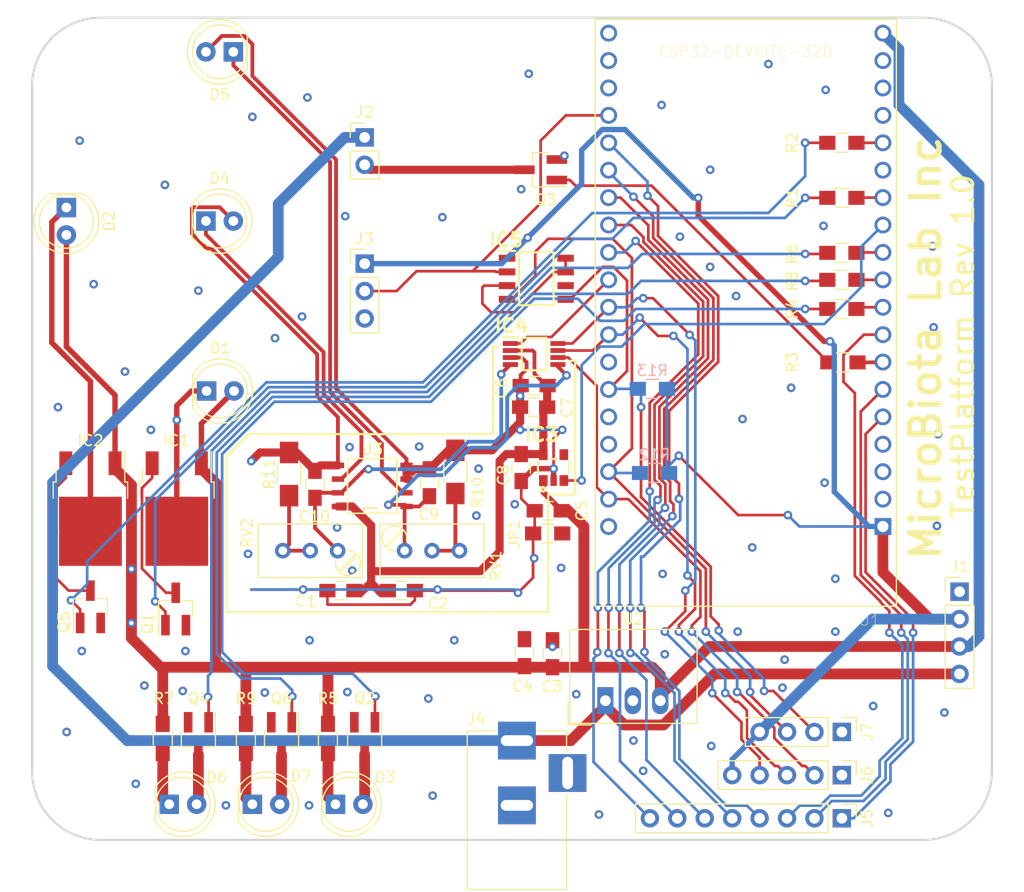
<source format=kicad_pcb>
(kicad_pcb (version 20171130) (host pcbnew "(5.0.0)")

  (general
    (thickness 1.6)
    (drawings 27)
    (tracks 784)
    (zones 0)
    (modules 62)
    (nets 52)
  )

  (page A4)
  (layers
    (0 F.Cu signal)
    (31 B.Cu signal)
    (32 B.Adhes user)
    (33 F.Adhes user)
    (34 B.Paste user)
    (35 F.Paste user)
    (36 B.SilkS user)
    (37 F.SilkS user)
    (38 B.Mask user)
    (39 F.Mask user)
    (40 Dwgs.User user)
    (41 Cmts.User user)
    (42 Eco1.User user)
    (43 Eco2.User user)
    (44 Edge.Cuts user)
    (45 Margin user)
    (46 B.CrtYd user)
    (47 F.CrtYd user)
    (48 B.Fab user)
    (49 F.Fab user)
  )

  (setup
    (last_trace_width 0.25)
    (user_trace_width 0.16)
    (user_trace_width 0.2)
    (user_trace_width 0.35)
    (user_trace_width 0.5)
    (user_trace_width 0.75)
    (user_trace_width 1)
    (trace_clearance 0.2)
    (zone_clearance 0.508)
    (zone_45_only no)
    (trace_min 0.1524)
    (segment_width 0.2)
    (edge_width 0.2)
    (via_size 0.8)
    (via_drill 0.4)
    (via_min_size 0.4)
    (via_min_drill 0.3)
    (blind_buried_vias_allowed yes)
    (uvia_size 0.3)
    (uvia_drill 0.1)
    (uvias_allowed no)
    (uvia_min_size 0.2)
    (uvia_min_drill 0.1)
    (pcb_text_width 0.3)
    (pcb_text_size 1.5 1.5)
    (mod_edge_width 0.15)
    (mod_text_size 1 1)
    (mod_text_width 0.15)
    (pad_size 0.45 1.4)
    (pad_drill 0)
    (pad_to_mask_clearance 0.2)
    (aux_axis_origin 0 0)
    (visible_elements 7FFFFFFF)
    (pcbplotparams
      (layerselection 0x010fc_ffffffff)
      (usegerberextensions true)
      (usegerberattributes false)
      (usegerberadvancedattributes false)
      (creategerberjobfile false)
      (excludeedgelayer true)
      (linewidth 0.100000)
      (plotframeref false)
      (viasonmask false)
      (mode 1)
      (useauxorigin false)
      (hpglpennumber 1)
      (hpglpenspeed 20)
      (hpglpendiameter 15.000000)
      (psnegative false)
      (psa4output false)
      (plotreference true)
      (plotvalue true)
      (plotinvisibletext false)
      (padsonsilk false)
      (subtractmaskfromsilk false)
      (outputformat 1)
      (mirror false)
      (drillshape 0)
      (scaleselection 1)
      (outputdirectory ""))
  )

  (net 0 "")
  (net 1 GNDA)
  (net 2 +3.3VA)
  (net 3 +5V)
  (net 4 GND)
  (net 5 /LMC6482/Aout)
  (net 6 /LMC6482/Bout)
  (net 7 "Net-(D3-Pad2)")
  (net 8 "Net-(D3-Pad1)")
  (net 9 /LMC6482/B-)
  (net 10 /LMC6482/A-)
  (net 11 "Net-(D6-Pad2)")
  (net 12 "Net-(D6-Pad1)")
  (net 13 "Net-(D7-Pad1)")
  (net 14 "Net-(D7-Pad2)")
  (net 15 CTRL_3V3A)
  (net 16 SPI_CS_ADC)
  (net 17 SPI_Din)
  (net 18 SPI_Dout)
  (net 19 SPI_SCL)
  (net 20 +3V3)
  (net 21 TEMP1W)
  (net 22 I2C_SCL)
  (net 23 I2C_SDA)
  (net 24 +12V)
  (net 25 Heater-)
  (net 26 IO0)
  (net 27 IO2)
  (net 28 IO4)
  (net 29 IO16)
  (net 30 IO17)
  (net 31 IO33)
  (net 32 I34)
  (net 33 I35)
  (net 34 CTRL_D1)
  (net 35 CTRL_D2)
  (net 36 CTRL_Heater)
  (net 37 LED_G)
  (net 38 LED_R)
  (net 39 LED_Y)
  (net 40 "Net-(R10-Pad1)")
  (net 41 "Net-(R11-Pad1)")
  (net 42 "Net-(D1-Pad1)")
  (net 43 "Net-(D2-Pad1)")
  (net 44 "Net-(IC1-Pad3)")
  (net 45 "Net-(IC2-Pad3)")
  (net 46 "Net-(Q1-Pad1)")
  (net 47 "Net-(Q2-Pad1)")
  (net 48 "Net-(Q3-Pad1)")
  (net 49 "Net-(Q4-Pad1)")
  (net 50 "Net-(Q5-Pad1)")
  (net 51 "Net-(Q6-Pad1)")

  (net_class Default "This is the default net class."
    (clearance 0.2)
    (trace_width 0.25)
    (via_dia 0.8)
    (via_drill 0.4)
    (uvia_dia 0.3)
    (uvia_drill 0.1)
    (add_net +12V)
    (add_net +3.3VA)
    (add_net +3V3)
    (add_net +5V)
    (add_net /LMC6482/A-)
    (add_net /LMC6482/Aout)
    (add_net /LMC6482/B-)
    (add_net /LMC6482/Bout)
    (add_net CTRL_3V3A)
    (add_net CTRL_D1)
    (add_net CTRL_D2)
    (add_net CTRL_Heater)
    (add_net GND)
    (add_net GNDA)
    (add_net Heater-)
    (add_net I2C_SCL)
    (add_net I2C_SDA)
    (add_net I34)
    (add_net I35)
    (add_net IO0)
    (add_net IO16)
    (add_net IO17)
    (add_net IO2)
    (add_net IO33)
    (add_net IO4)
    (add_net LED_G)
    (add_net LED_R)
    (add_net LED_Y)
    (add_net "Net-(D1-Pad1)")
    (add_net "Net-(D2-Pad1)")
    (add_net "Net-(D3-Pad1)")
    (add_net "Net-(D3-Pad2)")
    (add_net "Net-(D6-Pad1)")
    (add_net "Net-(D6-Pad2)")
    (add_net "Net-(D7-Pad1)")
    (add_net "Net-(D7-Pad2)")
    (add_net "Net-(IC1-Pad3)")
    (add_net "Net-(IC2-Pad3)")
    (add_net "Net-(Q1-Pad1)")
    (add_net "Net-(Q2-Pad1)")
    (add_net "Net-(Q3-Pad1)")
    (add_net "Net-(Q4-Pad1)")
    (add_net "Net-(Q5-Pad1)")
    (add_net "Net-(Q6-Pad1)")
    (add_net "Net-(R10-Pad1)")
    (add_net "Net-(R11-Pad1)")
    (add_net SPI_CS_ADC)
    (add_net SPI_Din)
    (add_net SPI_Dout)
    (add_net SPI_SCL)
    (add_net TEMP1W)
  )

  (module Resistors_SMD:R_0805_HandSoldering (layer F.Cu) (tedit 58E0A804) (tstamp 5C084AF4)
    (at 75 27 180)
    (descr "Resistor SMD 0805, hand soldering")
    (tags "resistor 0805")
    (path /5C050D98)
    (attr smd)
    (fp_text reference R4 (at 4.6 0 270) (layer F.SilkS)
      (effects (font (size 1 1) (thickness 0.15)))
    )
    (fp_text value 1k (at 0 1.75 180) (layer F.Fab)
      (effects (font (size 1 1) (thickness 0.15)))
    )
    (fp_text user %R (at 0 0 180) (layer F.Fab)
      (effects (font (size 0.5 0.5) (thickness 0.075)))
    )
    (fp_line (start -1 0.62) (end -1 -0.62) (layer F.Fab) (width 0.1))
    (fp_line (start 1 0.62) (end -1 0.62) (layer F.Fab) (width 0.1))
    (fp_line (start 1 -0.62) (end 1 0.62) (layer F.Fab) (width 0.1))
    (fp_line (start -1 -0.62) (end 1 -0.62) (layer F.Fab) (width 0.1))
    (fp_line (start 0.6 0.88) (end -0.6 0.88) (layer F.SilkS) (width 0.12))
    (fp_line (start -0.6 -0.88) (end 0.6 -0.88) (layer F.SilkS) (width 0.12))
    (fp_line (start -2.35 -0.9) (end 2.35 -0.9) (layer F.CrtYd) (width 0.05))
    (fp_line (start -2.35 -0.9) (end -2.35 0.9) (layer F.CrtYd) (width 0.05))
    (fp_line (start 2.35 0.9) (end 2.35 -0.9) (layer F.CrtYd) (width 0.05))
    (fp_line (start 2.35 0.9) (end -2.35 0.9) (layer F.CrtYd) (width 0.05))
    (pad 1 smd rect (at -1.35 0 180) (size 1.5 1.3) (layers F.Cu F.Paste F.Mask)
      (net 37 LED_G))
    (pad 2 smd rect (at 1.35 0 180) (size 1.5 1.3) (layers F.Cu F.Paste F.Mask)
      (net 47 "Net-(Q2-Pad1)"))
    (model ${KISYS3DMOD}/Resistors_SMD.3dshapes/R_0805.wrl
      (at (xyz 0 0 0))
      (scale (xyz 1 1 1))
      (rotate (xyz 0 0 0))
    )
  )

  (module TO_SOT_Packages_SMD:SOT-23_Handsoldering (layer F.Cu) (tedit 58CE4E7E) (tstamp 5C083406)
    (at 13.3 54.8 90)
    (descr "SOT-23, Handsoldering")
    (tags SOT-23)
    (path /5C030FA0)
    (attr smd)
    (fp_text reference Q1 (at -1.35 -2.6 90) (layer F.SilkS)
      (effects (font (size 1 1) (thickness 0.15)))
    )
    (fp_text value DMN3404 (at 0 2.5 90) (layer F.Fab)
      (effects (font (size 1 1) (thickness 0.15)))
    )
    (fp_text user %R (at 0 0 180) (layer F.Fab)
      (effects (font (size 0.5 0.5) (thickness 0.075)))
    )
    (fp_line (start 0.76 1.58) (end 0.76 0.65) (layer F.SilkS) (width 0.12))
    (fp_line (start 0.76 -1.58) (end 0.76 -0.65) (layer F.SilkS) (width 0.12))
    (fp_line (start -2.7 -1.75) (end 2.7 -1.75) (layer F.CrtYd) (width 0.05))
    (fp_line (start 2.7 -1.75) (end 2.7 1.75) (layer F.CrtYd) (width 0.05))
    (fp_line (start 2.7 1.75) (end -2.7 1.75) (layer F.CrtYd) (width 0.05))
    (fp_line (start -2.7 1.75) (end -2.7 -1.75) (layer F.CrtYd) (width 0.05))
    (fp_line (start 0.76 -1.58) (end -2.4 -1.58) (layer F.SilkS) (width 0.12))
    (fp_line (start -0.7 -0.95) (end -0.7 1.5) (layer F.Fab) (width 0.1))
    (fp_line (start -0.15 -1.52) (end 0.7 -1.52) (layer F.Fab) (width 0.1))
    (fp_line (start -0.7 -0.95) (end -0.15 -1.52) (layer F.Fab) (width 0.1))
    (fp_line (start 0.7 -1.52) (end 0.7 1.52) (layer F.Fab) (width 0.1))
    (fp_line (start -0.7 1.52) (end 0.7 1.52) (layer F.Fab) (width 0.1))
    (fp_line (start 0.76 1.58) (end -0.7 1.58) (layer F.SilkS) (width 0.12))
    (pad 1 smd rect (at -1.5 -0.95 90) (size 1.9 0.8) (layers F.Cu F.Paste F.Mask)
      (net 46 "Net-(Q1-Pad1)"))
    (pad 2 smd rect (at -1.5 0.95 90) (size 1.9 0.8) (layers F.Cu F.Paste F.Mask)
      (net 4 GND))
    (pad 3 smd rect (at 1.5 0 90) (size 1.9 0.8) (layers F.Cu F.Paste F.Mask)
      (net 44 "Net-(IC1-Pad3)"))
    (model ${KISYS3DMOD}/TO_SOT_Packages_SMD.3dshapes\SOT-23.wrl
      (at (xyz 0 0 0))
      (scale (xyz 1 1 1))
      (rotate (xyz 0 0 0))
    )
  )

  (module ESP32-DEVKITC-32D:MODULE_ESP32-DEVKITC-32D (layer F.Cu) (tedit 0) (tstamp 5C08254A)
    (at 66.1 27.4 180)
    (path /5C00F328)
    (fp_text reference U1 (at -11.4644 -28.446 180) (layer F.SilkS)
      (effects (font (size 1.00039 1.00039) (thickness 0.05)))
    )
    (fp_text value ESP32-DEVKITC-32D (at 0 24.25 180) (layer F.SilkS)
      (effects (font (size 1.00105 1.00105) (thickness 0.05)))
    )
    (fp_circle (center -14.6 -19.9) (end -14.46 -19.9) (layer Dwgs.User) (width 0.28))
    (fp_circle (center -14.6 -19.9) (end -14.46 -19.9) (layer Dwgs.User) (width 0.28))
    (fp_line (start -14.2 27.5) (end -14.2 -27.4) (layer Eco1.User) (width 0.05))
    (fp_line (start 14.2 27.5) (end -14.2 27.5) (layer Eco1.User) (width 0.05))
    (fp_line (start 14.2 -27.4) (end 14.2 27.5) (layer Eco1.User) (width 0.05))
    (fp_line (start -14.2 -27.4) (end 14.2 -27.4) (layer Eco1.User) (width 0.05))
    (fp_line (start 13.95 27.25) (end -13.95 27.25) (layer F.SilkS) (width 0.127))
    (fp_line (start 13.95 -27.15) (end 13.95 27.25) (layer F.SilkS) (width 0.127))
    (fp_line (start -13.95 -27.15) (end 13.95 -27.15) (layer F.SilkS) (width 0.127))
    (fp_line (start -13.95 27.25) (end -13.95 -27.15) (layer F.SilkS) (width 0.127))
    (fp_line (start -13.95 27.25) (end -13.95 -27.15) (layer Dwgs.User) (width 0.127))
    (fp_line (start 13.95 27.25) (end -13.95 27.25) (layer Dwgs.User) (width 0.127))
    (fp_line (start 13.95 -27.15) (end 13.95 27.25) (layer Dwgs.User) (width 0.127))
    (fp_line (start -13.95 -27.15) (end 13.95 -27.15) (layer Dwgs.User) (width 0.127))
    (pad 38 thru_hole circle (at 12.7 25.96 180) (size 1.56 1.56) (drill 1.04) (layers *.Cu *.Mask))
    (pad 37 thru_hole circle (at 12.7 23.42 180) (size 1.56 1.56) (drill 1.04) (layers *.Cu *.Mask))
    (pad 36 thru_hole circle (at 12.7 20.88 180) (size 1.56 1.56) (drill 1.04) (layers *.Cu *.Mask))
    (pad 35 thru_hole circle (at 12.7 18.34 180) (size 1.56 1.56) (drill 1.04) (layers *.Cu *.Mask)
      (net 21 TEMP1W))
    (pad 34 thru_hole circle (at 12.7 15.8 180) (size 1.56 1.56) (drill 1.04) (layers *.Cu *.Mask)
      (net 27 IO2))
    (pad 33 thru_hole circle (at 12.7 13.26 180) (size 1.56 1.56) (drill 1.04) (layers *.Cu *.Mask)
      (net 26 IO0))
    (pad 32 thru_hole circle (at 12.7 10.72 180) (size 1.56 1.56) (drill 1.04) (layers *.Cu *.Mask)
      (net 28 IO4))
    (pad 31 thru_hole circle (at 12.7 8.18 180) (size 1.56 1.56) (drill 1.04) (layers *.Cu *.Mask)
      (net 29 IO16))
    (pad 30 thru_hole circle (at 12.7 5.64 180) (size 1.56 1.56) (drill 1.04) (layers *.Cu *.Mask)
      (net 30 IO17))
    (pad 29 thru_hole circle (at 12.7 3.1 180) (size 1.56 1.56) (drill 1.04) (layers *.Cu *.Mask)
      (net 16 SPI_CS_ADC))
    (pad 28 thru_hole circle (at 12.7 0.56 180) (size 1.56 1.56) (drill 1.04) (layers *.Cu *.Mask)
      (net 19 SPI_SCL))
    (pad 27 thru_hole circle (at 12.7 -1.98 180) (size 1.56 1.56) (drill 1.04) (layers *.Cu *.Mask)
      (net 18 SPI_Dout))
    (pad 26 thru_hole circle (at 12.7 -4.52 180) (size 1.56 1.56) (drill 1.04) (layers *.Cu *.Mask)
      (net 4 GND))
    (pad 25 thru_hole circle (at 12.7 -7.06 180) (size 1.56 1.56) (drill 1.04) (layers *.Cu *.Mask)
      (net 23 I2C_SDA))
    (pad 24 thru_hole circle (at 12.7 -9.6 180) (size 1.56 1.56) (drill 1.04) (layers *.Cu *.Mask))
    (pad 23 thru_hole circle (at 12.7 -12.14 180) (size 1.56 1.56) (drill 1.04) (layers *.Cu *.Mask))
    (pad 22 thru_hole circle (at 12.7 -14.68 180) (size 1.56 1.56) (drill 1.04) (layers *.Cu *.Mask)
      (net 22 I2C_SCL))
    (pad 21 thru_hole circle (at 12.7 -17.22 180) (size 1.56 1.56) (drill 1.04) (layers *.Cu *.Mask)
      (net 17 SPI_Din))
    (pad 20 thru_hole circle (at 12.7 -19.76 180) (size 1.56 1.56) (drill 1.04) (layers *.Cu *.Mask)
      (net 4 GND))
    (pad 18 thru_hole circle (at -12.7 23.42 180) (size 1.56 1.56) (drill 1.04) (layers *.Cu *.Mask))
    (pad 17 thru_hole circle (at -12.7 20.88 180) (size 1.56 1.56) (drill 1.04) (layers *.Cu *.Mask))
    (pad 16 thru_hole circle (at -12.7 18.34 180) (size 1.56 1.56) (drill 1.04) (layers *.Cu *.Mask))
    (pad 15 thru_hole circle (at -12.7 15.8 180) (size 1.56 1.56) (drill 1.04) (layers *.Cu *.Mask)
      (net 35 CTRL_D2))
    (pad 14 thru_hole circle (at -12.7 13.26 180) (size 1.56 1.56) (drill 1.04) (layers *.Cu *.Mask)
      (net 4 GND))
    (pad 13 thru_hole circle (at -12.7 10.72 180) (size 1.56 1.56) (drill 1.04) (layers *.Cu *.Mask)
      (net 34 CTRL_D1))
    (pad 12 thru_hole circle (at -12.7 8.18 180) (size 1.56 1.56) (drill 1.04) (layers *.Cu *.Mask)
      (net 15 CTRL_3V3A))
    (pad 11 thru_hole circle (at -12.7 5.64 180) (size 1.56 1.56) (drill 1.04) (layers *.Cu *.Mask)
      (net 38 LED_R))
    (pad 10 thru_hole circle (at -12.7 3.1 180) (size 1.56 1.56) (drill 1.04) (layers *.Cu *.Mask)
      (net 39 LED_Y))
    (pad 9 thru_hole circle (at -12.7 0.56 180) (size 1.56 1.56) (drill 1.04) (layers *.Cu *.Mask)
      (net 37 LED_G))
    (pad 8 thru_hole circle (at -12.7 -1.98 180) (size 1.56 1.56) (drill 1.04) (layers *.Cu *.Mask)
      (net 31 IO33))
    (pad 7 thru_hole circle (at -12.7 -4.52 180) (size 1.56 1.56) (drill 1.04) (layers *.Cu *.Mask)
      (net 36 CTRL_Heater))
    (pad 6 thru_hole circle (at -12.7 -7.06 180) (size 1.56 1.56) (drill 1.04) (layers *.Cu *.Mask)
      (net 33 I35))
    (pad 5 thru_hole circle (at -12.7 -9.6 180) (size 1.56 1.56) (drill 1.04) (layers *.Cu *.Mask)
      (net 32 I34))
    (pad 4 thru_hole circle (at -12.7 -12.14 180) (size 1.56 1.56) (drill 1.04) (layers *.Cu *.Mask))
    (pad 3 thru_hole circle (at -12.7 -14.68 180) (size 1.56 1.56) (drill 1.04) (layers *.Cu *.Mask))
    (pad 19 thru_hole circle (at -12.7 25.96 180) (size 1.56 1.56) (drill 1.04) (layers *.Cu *.Mask)
      (net 3 +5V))
    (pad 2 thru_hole circle (at -12.7 -17.22 180) (size 1.56 1.56) (drill 1.04) (layers *.Cu *.Mask))
    (pad 1 thru_hole rect (at -12.7 -19.76 180) (size 1.56 1.56) (drill 1.04) (layers *.Cu *.Mask)
      (net 20 +3V3))
  )

  (module Capacitors_SMD:C_0805_HandSoldering (layer F.Cu) (tedit 58AA84A8) (tstamp 5C084E1C)
    (at 36.8 43.1 90)
    (descr "Capacitor SMD 0805, hand soldering")
    (tags "capacitor 0805")
    (path /5C00F5BD/5C010550)
    (attr smd)
    (fp_text reference C9 (at -2.95 -0.05 180) (layer F.SilkS)
      (effects (font (size 1 1) (thickness 0.15)))
    )
    (fp_text value 100pF (at 0 1.75 90) (layer F.Fab)
      (effects (font (size 1 1) (thickness 0.15)))
    )
    (fp_text user %R (at 0 -1.75 90) (layer F.Fab)
      (effects (font (size 1 1) (thickness 0.15)))
    )
    (fp_line (start -1 0.62) (end -1 -0.62) (layer F.Fab) (width 0.1))
    (fp_line (start 1 0.62) (end -1 0.62) (layer F.Fab) (width 0.1))
    (fp_line (start 1 -0.62) (end 1 0.62) (layer F.Fab) (width 0.1))
    (fp_line (start -1 -0.62) (end 1 -0.62) (layer F.Fab) (width 0.1))
    (fp_line (start 0.5 -0.85) (end -0.5 -0.85) (layer F.SilkS) (width 0.12))
    (fp_line (start -0.5 0.85) (end 0.5 0.85) (layer F.SilkS) (width 0.12))
    (fp_line (start -2.25 -0.88) (end 2.25 -0.88) (layer F.CrtYd) (width 0.05))
    (fp_line (start -2.25 -0.88) (end -2.25 0.87) (layer F.CrtYd) (width 0.05))
    (fp_line (start 2.25 0.87) (end 2.25 -0.88) (layer F.CrtYd) (width 0.05))
    (fp_line (start 2.25 0.87) (end -2.25 0.87) (layer F.CrtYd) (width 0.05))
    (pad 1 smd rect (at -1.25 0 90) (size 1.5 1.25) (layers F.Cu F.Paste F.Mask)
      (net 5 /LMC6482/Aout))
    (pad 2 smd rect (at 1.25 0 90) (size 1.5 1.25) (layers F.Cu F.Paste F.Mask)
      (net 1 GNDA))
    (model Capacitors_SMD.3dshapes/C_0805.wrl
      (at (xyz 0 0 0))
      (scale (xyz 1 1 1))
      (rotate (xyz 0 0 0))
    )
  )

  (module Capacitors_SMD:C_0805_HandSoldering (layer F.Cu) (tedit 58AA84A8) (tstamp 5C084DEC)
    (at 26.2 43.25 90)
    (descr "Capacitor SMD 0805, hand soldering")
    (tags "capacitor 0805")
    (path /5C00F5BD/5C010A16)
    (attr smd)
    (fp_text reference C10 (at -3 -0.05 180) (layer F.SilkS)
      (effects (font (size 1 1) (thickness 0.15)))
    )
    (fp_text value 100pF (at 0 1.75 90) (layer F.Fab)
      (effects (font (size 1 1) (thickness 0.15)))
    )
    (fp_line (start 2.25 0.87) (end -2.25 0.87) (layer F.CrtYd) (width 0.05))
    (fp_line (start 2.25 0.87) (end 2.25 -0.88) (layer F.CrtYd) (width 0.05))
    (fp_line (start -2.25 -0.88) (end -2.25 0.87) (layer F.CrtYd) (width 0.05))
    (fp_line (start -2.25 -0.88) (end 2.25 -0.88) (layer F.CrtYd) (width 0.05))
    (fp_line (start -0.5 0.85) (end 0.5 0.85) (layer F.SilkS) (width 0.12))
    (fp_line (start 0.5 -0.85) (end -0.5 -0.85) (layer F.SilkS) (width 0.12))
    (fp_line (start -1 -0.62) (end 1 -0.62) (layer F.Fab) (width 0.1))
    (fp_line (start 1 -0.62) (end 1 0.62) (layer F.Fab) (width 0.1))
    (fp_line (start 1 0.62) (end -1 0.62) (layer F.Fab) (width 0.1))
    (fp_line (start -1 0.62) (end -1 -0.62) (layer F.Fab) (width 0.1))
    (fp_text user %R (at 0 -1.75 90) (layer F.Fab)
      (effects (font (size 1 1) (thickness 0.15)))
    )
    (pad 2 smd rect (at 1.25 0 90) (size 1.5 1.25) (layers F.Cu F.Paste F.Mask)
      (net 1 GNDA))
    (pad 1 smd rect (at -1.25 0 90) (size 1.5 1.25) (layers F.Cu F.Paste F.Mask)
      (net 6 /LMC6482/Bout))
    (model Capacitors_SMD.3dshapes/C_0805.wrl
      (at (xyz 0 0 0))
      (scale (xyz 1 1 1))
      (rotate (xyz 0 0 0))
    )
  )

  (module Resistors_SMD:R_0805_HandSoldering (layer F.Cu) (tedit 58E0A804) (tstamp 5C084934)
    (at 75 16.7)
    (descr "Resistor SMD 0805, hand soldering")
    (tags "resistor 0805")
    (path /5C041A3B)
    (attr smd)
    (fp_text reference R1 (at -4.6 0 90) (layer F.SilkS)
      (effects (font (size 1 1) (thickness 0.15)))
    )
    (fp_text value 1k (at 0 1.75) (layer F.Fab)
      (effects (font (size 1 1) (thickness 0.15)))
    )
    (fp_line (start 2.35 0.9) (end -2.35 0.9) (layer F.CrtYd) (width 0.05))
    (fp_line (start 2.35 0.9) (end 2.35 -0.9) (layer F.CrtYd) (width 0.05))
    (fp_line (start -2.35 -0.9) (end -2.35 0.9) (layer F.CrtYd) (width 0.05))
    (fp_line (start -2.35 -0.9) (end 2.35 -0.9) (layer F.CrtYd) (width 0.05))
    (fp_line (start -0.6 -0.88) (end 0.6 -0.88) (layer F.SilkS) (width 0.12))
    (fp_line (start 0.6 0.88) (end -0.6 0.88) (layer F.SilkS) (width 0.12))
    (fp_line (start -1 -0.62) (end 1 -0.62) (layer F.Fab) (width 0.1))
    (fp_line (start 1 -0.62) (end 1 0.62) (layer F.Fab) (width 0.1))
    (fp_line (start 1 0.62) (end -1 0.62) (layer F.Fab) (width 0.1))
    (fp_line (start -1 0.62) (end -1 -0.62) (layer F.Fab) (width 0.1))
    (fp_text user %R (at 0 0) (layer F.Fab)
      (effects (font (size 0.5 0.5) (thickness 0.075)))
    )
    (pad 2 smd rect (at 1.35 0) (size 1.5 1.3) (layers F.Cu F.Paste F.Mask)
      (net 34 CTRL_D1))
    (pad 1 smd rect (at -1.35 0) (size 1.5 1.3) (layers F.Cu F.Paste F.Mask)
      (net 46 "Net-(Q1-Pad1)"))
    (model ${KISYS3DMOD}/Resistors_SMD.3dshapes/R_0805.wrl
      (at (xyz 0 0 0))
      (scale (xyz 1 1 1))
      (rotate (xyz 0 0 0))
    )
  )

  (module Resistors_SMD:R_0805_HandSoldering (layer F.Cu) (tedit 58E0A804) (tstamp 5C086889)
    (at 27.4 66.8 90)
    (descr "Resistor SMD 0805, hand soldering")
    (tags "resistor 0805")
    (path /5C04571C)
    (attr smd)
    (fp_text reference R5 (at 3.7 0 180) (layer F.SilkS)
      (effects (font (size 1 1) (thickness 0.15)))
    )
    (fp_text value 1k (at 0 1.75 90) (layer F.Fab)
      (effects (font (size 1 1) (thickness 0.15)))
    )
    (fp_text user %R (at 0 0 90) (layer F.Fab)
      (effects (font (size 0.5 0.5) (thickness 0.075)))
    )
    (fp_line (start -1 0.62) (end -1 -0.62) (layer F.Fab) (width 0.1))
    (fp_line (start 1 0.62) (end -1 0.62) (layer F.Fab) (width 0.1))
    (fp_line (start 1 -0.62) (end 1 0.62) (layer F.Fab) (width 0.1))
    (fp_line (start -1 -0.62) (end 1 -0.62) (layer F.Fab) (width 0.1))
    (fp_line (start 0.6 0.88) (end -0.6 0.88) (layer F.SilkS) (width 0.12))
    (fp_line (start -0.6 -0.88) (end 0.6 -0.88) (layer F.SilkS) (width 0.12))
    (fp_line (start -2.35 -0.9) (end 2.35 -0.9) (layer F.CrtYd) (width 0.05))
    (fp_line (start -2.35 -0.9) (end -2.35 0.9) (layer F.CrtYd) (width 0.05))
    (fp_line (start 2.35 0.9) (end 2.35 -0.9) (layer F.CrtYd) (width 0.05))
    (fp_line (start 2.35 0.9) (end -2.35 0.9) (layer F.CrtYd) (width 0.05))
    (pad 1 smd rect (at -1.35 0 90) (size 1.5 1.3) (layers F.Cu F.Paste F.Mask)
      (net 8 "Net-(D3-Pad1)"))
    (pad 2 smd rect (at 1.35 0 90) (size 1.5 1.3) (layers F.Cu F.Paste F.Mask)
      (net 3 +5V))
    (model ${KISYS3DMOD}/Resistors_SMD.3dshapes/R_0805.wrl
      (at (xyz 0 0 0))
      (scale (xyz 1 1 1))
      (rotate (xyz 0 0 0))
    )
  )

  (module Resistors_SMD:R_0805_HandSoldering (layer F.Cu) (tedit 58E0A804) (tstamp 5C084A14)
    (at 75 21.8 180)
    (descr "Resistor SMD 0805, hand soldering")
    (tags "resistor 0805")
    (path /5C05293E)
    (attr smd)
    (fp_text reference R6 (at 4.6 -0.1 270) (layer F.SilkS)
      (effects (font (size 1 1) (thickness 0.15)))
    )
    (fp_text value 1k (at 0 1.75 180) (layer F.Fab)
      (effects (font (size 1 1) (thickness 0.15)))
    )
    (fp_line (start 2.35 0.9) (end -2.35 0.9) (layer F.CrtYd) (width 0.05))
    (fp_line (start 2.35 0.9) (end 2.35 -0.9) (layer F.CrtYd) (width 0.05))
    (fp_line (start -2.35 -0.9) (end -2.35 0.9) (layer F.CrtYd) (width 0.05))
    (fp_line (start -2.35 -0.9) (end 2.35 -0.9) (layer F.CrtYd) (width 0.05))
    (fp_line (start -0.6 -0.88) (end 0.6 -0.88) (layer F.SilkS) (width 0.12))
    (fp_line (start 0.6 0.88) (end -0.6 0.88) (layer F.SilkS) (width 0.12))
    (fp_line (start -1 -0.62) (end 1 -0.62) (layer F.Fab) (width 0.1))
    (fp_line (start 1 -0.62) (end 1 0.62) (layer F.Fab) (width 0.1))
    (fp_line (start 1 0.62) (end -1 0.62) (layer F.Fab) (width 0.1))
    (fp_line (start -1 0.62) (end -1 -0.62) (layer F.Fab) (width 0.1))
    (fp_text user %R (at 0 0 180) (layer F.Fab)
      (effects (font (size 0.5 0.5) (thickness 0.075)))
    )
    (pad 2 smd rect (at 1.35 0 180) (size 1.5 1.3) (layers F.Cu F.Paste F.Mask)
      (net 49 "Net-(Q4-Pad1)"))
    (pad 1 smd rect (at -1.35 0 180) (size 1.5 1.3) (layers F.Cu F.Paste F.Mask)
      (net 38 LED_R))
    (model ${KISYS3DMOD}/Resistors_SMD.3dshapes/R_0805.wrl
      (at (xyz 0 0 0))
      (scale (xyz 1 1 1))
      (rotate (xyz 0 0 0))
    )
  )

  (module Resistors_SMD:R_0805_HandSoldering (layer F.Cu) (tedit 58E0A804) (tstamp 5C084634)
    (at 75 11.6)
    (descr "Resistor SMD 0805, hand soldering")
    (tags "resistor 0805")
    (path /5C05CBB6)
    (attr smd)
    (fp_text reference R2 (at -4.6 0 90) (layer F.SilkS)
      (effects (font (size 1 1) (thickness 0.15)))
    )
    (fp_text value 1k (at 0 1.75) (layer F.Fab)
      (effects (font (size 1 1) (thickness 0.15)))
    )
    (fp_line (start 2.35 0.9) (end -2.35 0.9) (layer F.CrtYd) (width 0.05))
    (fp_line (start 2.35 0.9) (end 2.35 -0.9) (layer F.CrtYd) (width 0.05))
    (fp_line (start -2.35 -0.9) (end -2.35 0.9) (layer F.CrtYd) (width 0.05))
    (fp_line (start -2.35 -0.9) (end 2.35 -0.9) (layer F.CrtYd) (width 0.05))
    (fp_line (start -0.6 -0.88) (end 0.6 -0.88) (layer F.SilkS) (width 0.12))
    (fp_line (start 0.6 0.88) (end -0.6 0.88) (layer F.SilkS) (width 0.12))
    (fp_line (start -1 -0.62) (end 1 -0.62) (layer F.Fab) (width 0.1))
    (fp_line (start 1 -0.62) (end 1 0.62) (layer F.Fab) (width 0.1))
    (fp_line (start 1 0.62) (end -1 0.62) (layer F.Fab) (width 0.1))
    (fp_line (start -1 0.62) (end -1 -0.62) (layer F.Fab) (width 0.1))
    (fp_text user %R (at 0 0) (layer F.Fab)
      (effects (font (size 0.5 0.5) (thickness 0.075)))
    )
    (pad 2 smd rect (at 1.35 0) (size 1.5 1.3) (layers F.Cu F.Paste F.Mask)
      (net 35 CTRL_D2))
    (pad 1 smd rect (at -1.35 0) (size 1.5 1.3) (layers F.Cu F.Paste F.Mask)
      (net 50 "Net-(Q5-Pad1)"))
    (model ${KISYS3DMOD}/Resistors_SMD.3dshapes/R_0805.wrl
      (at (xyz 0 0 0))
      (scale (xyz 1 1 1))
      (rotate (xyz 0 0 0))
    )
  )

  (module Resistors_SMD:R_0805_HandSoldering (layer F.Cu) (tedit 58E0A804) (tstamp 5C084BE4)
    (at 75 24.3 180)
    (descr "Resistor SMD 0805, hand soldering")
    (tags "resistor 0805")
    (path /5C05580D)
    (attr smd)
    (fp_text reference R8 (at 4.6 -0.1 270) (layer F.SilkS)
      (effects (font (size 1 1) (thickness 0.15)))
    )
    (fp_text value 1k (at 0 1.75 180) (layer F.Fab)
      (effects (font (size 1 1) (thickness 0.15)))
    )
    (fp_line (start 2.35 0.9) (end -2.35 0.9) (layer F.CrtYd) (width 0.05))
    (fp_line (start 2.35 0.9) (end 2.35 -0.9) (layer F.CrtYd) (width 0.05))
    (fp_line (start -2.35 -0.9) (end -2.35 0.9) (layer F.CrtYd) (width 0.05))
    (fp_line (start -2.35 -0.9) (end 2.35 -0.9) (layer F.CrtYd) (width 0.05))
    (fp_line (start -0.6 -0.88) (end 0.6 -0.88) (layer F.SilkS) (width 0.12))
    (fp_line (start 0.6 0.88) (end -0.6 0.88) (layer F.SilkS) (width 0.12))
    (fp_line (start -1 -0.62) (end 1 -0.62) (layer F.Fab) (width 0.1))
    (fp_line (start 1 -0.62) (end 1 0.62) (layer F.Fab) (width 0.1))
    (fp_line (start 1 0.62) (end -1 0.62) (layer F.Fab) (width 0.1))
    (fp_line (start -1 0.62) (end -1 -0.62) (layer F.Fab) (width 0.1))
    (fp_text user %R (at 0 0 180) (layer F.Fab)
      (effects (font (size 0.5 0.5) (thickness 0.075)))
    )
    (pad 2 smd rect (at 1.35 0 180) (size 1.5 1.3) (layers F.Cu F.Paste F.Mask)
      (net 51 "Net-(Q6-Pad1)"))
    (pad 1 smd rect (at -1.35 0 180) (size 1.5 1.3) (layers F.Cu F.Paste F.Mask)
      (net 39 LED_Y))
    (model ${KISYS3DMOD}/Resistors_SMD.3dshapes/R_0805.wrl
      (at (xyz 0 0 0))
      (scale (xyz 1 1 1))
      (rotate (xyz 0 0 0))
    )
  )

  (module Resistors_SMD:R_0805_HandSoldering (layer F.Cu) (tedit 58E0A804) (tstamp 5C086C0A)
    (at 12.1 66.8 90)
    (descr "Resistor SMD 0805, hand soldering")
    (tags "resistor 0805")
    (path /5C052931)
    (attr smd)
    (fp_text reference R7 (at 3.7 0.1 180) (layer F.SilkS)
      (effects (font (size 1 1) (thickness 0.15)))
    )
    (fp_text value 1k (at 0 1.75 90) (layer F.Fab)
      (effects (font (size 1 1) (thickness 0.15)))
    )
    (fp_text user %R (at 0 0 90) (layer F.Fab)
      (effects (font (size 0.5 0.5) (thickness 0.075)))
    )
    (fp_line (start -1 0.62) (end -1 -0.62) (layer F.Fab) (width 0.1))
    (fp_line (start 1 0.62) (end -1 0.62) (layer F.Fab) (width 0.1))
    (fp_line (start 1 -0.62) (end 1 0.62) (layer F.Fab) (width 0.1))
    (fp_line (start -1 -0.62) (end 1 -0.62) (layer F.Fab) (width 0.1))
    (fp_line (start 0.6 0.88) (end -0.6 0.88) (layer F.SilkS) (width 0.12))
    (fp_line (start -0.6 -0.88) (end 0.6 -0.88) (layer F.SilkS) (width 0.12))
    (fp_line (start -2.35 -0.9) (end 2.35 -0.9) (layer F.CrtYd) (width 0.05))
    (fp_line (start -2.35 -0.9) (end -2.35 0.9) (layer F.CrtYd) (width 0.05))
    (fp_line (start 2.35 0.9) (end 2.35 -0.9) (layer F.CrtYd) (width 0.05))
    (fp_line (start 2.35 0.9) (end -2.35 0.9) (layer F.CrtYd) (width 0.05))
    (pad 1 smd rect (at -1.35 0 90) (size 1.5 1.3) (layers F.Cu F.Paste F.Mask)
      (net 12 "Net-(D6-Pad1)"))
    (pad 2 smd rect (at 1.35 0 90) (size 1.5 1.3) (layers F.Cu F.Paste F.Mask)
      (net 3 +5V))
    (model ${KISYS3DMOD}/Resistors_SMD.3dshapes/R_0805.wrl
      (at (xyz 0 0 0))
      (scale (xyz 1 1 1))
      (rotate (xyz 0 0 0))
    )
  )

  (module Resistors_SMD:R_0805_HandSoldering (layer F.Cu) (tedit 58E0A804) (tstamp 5C0206F7)
    (at 75.1 31.95)
    (descr "Resistor SMD 0805, hand soldering")
    (tags "resistor 0805")
    (path /5C062256)
    (attr smd)
    (fp_text reference R3 (at -4.7 0 90) (layer F.SilkS)
      (effects (font (size 1 1) (thickness 0.15)))
    )
    (fp_text value 330 (at 0 1.75) (layer F.Fab)
      (effects (font (size 1 1) (thickness 0.15)))
    )
    (fp_line (start 2.35 0.9) (end -2.35 0.9) (layer F.CrtYd) (width 0.05))
    (fp_line (start 2.35 0.9) (end 2.35 -0.9) (layer F.CrtYd) (width 0.05))
    (fp_line (start -2.35 -0.9) (end -2.35 0.9) (layer F.CrtYd) (width 0.05))
    (fp_line (start -2.35 -0.9) (end 2.35 -0.9) (layer F.CrtYd) (width 0.05))
    (fp_line (start -0.6 -0.88) (end 0.6 -0.88) (layer F.SilkS) (width 0.12))
    (fp_line (start 0.6 0.88) (end -0.6 0.88) (layer F.SilkS) (width 0.12))
    (fp_line (start -1 -0.62) (end 1 -0.62) (layer F.Fab) (width 0.1))
    (fp_line (start 1 -0.62) (end 1 0.62) (layer F.Fab) (width 0.1))
    (fp_line (start 1 0.62) (end -1 0.62) (layer F.Fab) (width 0.1))
    (fp_line (start -1 0.62) (end -1 -0.62) (layer F.Fab) (width 0.1))
    (fp_text user %R (at 0 0) (layer F.Fab)
      (effects (font (size 0.5 0.5) (thickness 0.075)))
    )
    (pad 2 smd rect (at 1.35 0) (size 1.5 1.3) (layers F.Cu F.Paste F.Mask)
      (net 36 CTRL_Heater))
    (pad 1 smd rect (at -1.35 0) (size 1.5 1.3) (layers F.Cu F.Paste F.Mask)
      (net 48 "Net-(Q3-Pad1)"))
    (model ${KISYS3DMOD}/Resistors_SMD.3dshapes/R_0805.wrl
      (at (xyz 0 0 0))
      (scale (xyz 1 1 1))
      (rotate (xyz 0 0 0))
    )
  )

  (module ADC122S021CIMM_NOPB:SOP65P490X110-8N (layer F.Cu) (tedit 5C082BF1) (tstamp 5C0862F7)
    (at 46.5 31.175)
    (descr "DGK (S-PDSO-G8)")
    (tags "Integrated Circuit")
    (path /5C0141C6)
    (attr smd)
    (fp_text reference IC4 (at -2.1 -2.625) (layer F.SilkS)
      (effects (font (size 1.27 1.27) (thickness 0.254)))
    )
    (fp_text value ADC122S021CIMM_NOPB (at 0 0) (layer F.SilkS) hide
      (effects (font (size 1.27 1.27) (thickness 0.254)))
    )
    (fp_line (start -3.15 -1.8) (end 3.15 -1.8) (layer Dwgs.User) (width 0.05))
    (fp_line (start 3.15 -1.8) (end 3.15 1.8) (layer Dwgs.User) (width 0.05))
    (fp_line (start 3.15 1.8) (end -3.15 1.8) (layer Dwgs.User) (width 0.05))
    (fp_line (start -3.15 1.8) (end -3.15 -1.8) (layer Dwgs.User) (width 0.05))
    (fp_line (start -1.5 -1.5) (end 1.5 -1.5) (layer Dwgs.User) (width 0.1))
    (fp_line (start 1.5 -1.5) (end 1.5 1.5) (layer Dwgs.User) (width 0.1))
    (fp_line (start 1.5 1.5) (end -1.5 1.5) (layer Dwgs.User) (width 0.1))
    (fp_line (start -1.5 1.5) (end -1.5 -1.5) (layer Dwgs.User) (width 0.1))
    (fp_line (start -1.5 -0.85) (end -0.85 -1.5) (layer Dwgs.User) (width 0.1))
    (fp_line (start -1.15 -1.5) (end 1.15 -1.5) (layer F.SilkS) (width 0.2))
    (fp_line (start 1.15 -1.5) (end 1.15 1.5) (layer F.SilkS) (width 0.2))
    (fp_line (start 1.15 1.5) (end -1.15 1.5) (layer F.SilkS) (width 0.2))
    (fp_line (start -1.15 1.5) (end -1.15 -1.5) (layer F.SilkS) (width 0.2))
    (fp_line (start -2.9 -1.55) (end -1.5 -1.55) (layer F.SilkS) (width 0.2))
    (pad 1 smd rect (at -2.2 -0.975 90) (size 0.45 1.4) (layers F.Cu F.Paste F.Mask)
      (net 16 SPI_CS_ADC))
    (pad 2 smd rect (at -2.2 -0.325 90) (size 0.45 1.4) (layers F.Cu F.Paste F.Mask)
      (net 2 +3.3VA))
    (pad 3 smd rect (at -2.2 0.325 90) (size 0.45 1.4) (layers F.Cu F.Paste F.Mask)
      (net 1 GNDA))
    (pad 4 smd rect (at -2.2 0.975 90) (size 0.45 1.4) (layers F.Cu F.Paste F.Mask)
      (net 6 /LMC6482/Bout))
    (pad 5 smd rect (at 2.2 0.975 90) (size 0.45 1.4) (layers F.Cu F.Paste F.Mask)
      (net 5 /LMC6482/Aout))
    (pad 6 smd rect (at 2.2 0.325 90) (size 0.45 1.4) (layers F.Cu F.Paste F.Mask)
      (net 17 SPI_Din))
    (pad 7 smd rect (at 2.2 -0.325 90) (size 0.45 1.4) (layers F.Cu F.Paste F.Mask)
      (net 18 SPI_Dout))
    (pad 8 smd rect (at 2.2 -0.975 90) (size 0.45 1.4) (layers F.Cu F.Paste F.Mask)
      (net 19 SPI_SCL))
  )

  (module DS2482-100:SOIC127P600X175-8N (layer F.Cu) (tedit 5C01E440) (tstamp 5C08448C)
    (at 46.7 24.2)
    (descr "8L SOIC (150MIL)")
    (tags "Integrated Circuit")
    (path /5C02B6D5)
    (attr smd)
    (fp_text reference IC5 (at -2.8 -3.6) (layer F.SilkS)
      (effects (font (size 1.27 1.27) (thickness 0.254)))
    )
    (fp_text value DS2482-100 (at 0 0) (layer F.SilkS) hide
      (effects (font (size 1.27 1.27) (thickness 0.254)))
    )
    (fp_line (start -3.725 -2.75) (end 3.725 -2.75) (layer Dwgs.User) (width 0.05))
    (fp_line (start 3.725 -2.75) (end 3.725 2.75) (layer Dwgs.User) (width 0.05))
    (fp_line (start 3.725 2.75) (end -3.725 2.75) (layer Dwgs.User) (width 0.05))
    (fp_line (start -3.725 2.75) (end -3.725 -2.75) (layer Dwgs.User) (width 0.05))
    (fp_line (start -1.95 -2.45) (end 1.95 -2.45) (layer Dwgs.User) (width 0.1))
    (fp_line (start 1.95 -2.45) (end 1.95 2.45) (layer Dwgs.User) (width 0.1))
    (fp_line (start 1.95 2.45) (end -1.95 2.45) (layer Dwgs.User) (width 0.1))
    (fp_line (start -1.95 2.45) (end -1.95 -2.45) (layer Dwgs.User) (width 0.1))
    (fp_line (start -1.95 -1.18) (end -0.68 -2.45) (layer Dwgs.User) (width 0.1))
    (fp_line (start -1.6 -2.45) (end 1.6 -2.45) (layer F.SilkS) (width 0.2))
    (fp_line (start 1.6 -2.45) (end 1.6 2.45) (layer F.SilkS) (width 0.2))
    (fp_line (start 1.6 2.45) (end -1.6 2.45) (layer F.SilkS) (width 0.2))
    (fp_line (start -1.6 2.45) (end -1.6 -2.45) (layer F.SilkS) (width 0.2))
    (fp_line (start -3.475 -2.58) (end -1.95 -2.58) (layer F.SilkS) (width 0.2))
    (pad 1 smd rect (at -2.712 -1.905 90) (size 0.65 1.525) (layers F.Cu F.Paste F.Mask)
      (net 20 +3V3))
    (pad 2 smd rect (at -2.712 -0.635 90) (size 0.65 1.525) (layers F.Cu F.Paste F.Mask)
      (net 21 TEMP1W))
    (pad 3 smd rect (at -2.712 0.635 90) (size 0.65 1.525) (layers F.Cu F.Paste F.Mask)
      (net 4 GND))
    (pad 4 smd rect (at -2.712 1.905 90) (size 0.65 1.525) (layers F.Cu F.Paste F.Mask)
      (net 22 I2C_SCL))
    (pad 5 smd rect (at 2.712 1.905 90) (size 0.65 1.525) (layers F.Cu F.Paste F.Mask)
      (net 23 I2C_SDA))
    (pad 6 smd rect (at 2.712 0.635 90) (size 0.65 1.525) (layers F.Cu F.Paste F.Mask))
    (pad 7 smd rect (at 2.712 -0.635 90) (size 0.65 1.525) (layers F.Cu F.Paste F.Mask)
      (net 4 GND))
    (pad 8 smd rect (at 2.712 -1.905 90) (size 0.65 1.525) (layers F.Cu F.Paste F.Mask)
      (net 4 GND))
  )

  (module Pin_Headers:Pin_Header_Straight_1x04_Pitch2.54mm (layer F.Cu) (tedit 59650532) (tstamp 5C086ED4)
    (at 85.9 53.2)
    (descr "Through hole straight pin header, 1x04, 2.54mm pitch, single row")
    (tags "Through hole pin header THT 1x04 2.54mm single row")
    (path /5C175AB5)
    (fp_text reference J1 (at 0 -2.33) (layer F.SilkS)
      (effects (font (size 1 1) (thickness 0.15)))
    )
    (fp_text value Conn_01x04 (at 0 9.95) (layer F.Fab)
      (effects (font (size 1 1) (thickness 0.15)))
    )
    (fp_text user %R (at 0 3.81 90) (layer F.Fab)
      (effects (font (size 1 1) (thickness 0.15)))
    )
    (fp_line (start 1.8 -1.8) (end -1.8 -1.8) (layer F.CrtYd) (width 0.05))
    (fp_line (start 1.8 9.4) (end 1.8 -1.8) (layer F.CrtYd) (width 0.05))
    (fp_line (start -1.8 9.4) (end 1.8 9.4) (layer F.CrtYd) (width 0.05))
    (fp_line (start -1.8 -1.8) (end -1.8 9.4) (layer F.CrtYd) (width 0.05))
    (fp_line (start -1.33 -1.33) (end 0 -1.33) (layer F.SilkS) (width 0.12))
    (fp_line (start -1.33 0) (end -1.33 -1.33) (layer F.SilkS) (width 0.12))
    (fp_line (start -1.33 1.27) (end 1.33 1.27) (layer F.SilkS) (width 0.12))
    (fp_line (start 1.33 1.27) (end 1.33 8.95) (layer F.SilkS) (width 0.12))
    (fp_line (start -1.33 1.27) (end -1.33 8.95) (layer F.SilkS) (width 0.12))
    (fp_line (start -1.33 8.95) (end 1.33 8.95) (layer F.SilkS) (width 0.12))
    (fp_line (start -1.27 -0.635) (end -0.635 -1.27) (layer F.Fab) (width 0.1))
    (fp_line (start -1.27 8.89) (end -1.27 -0.635) (layer F.Fab) (width 0.1))
    (fp_line (start 1.27 8.89) (end -1.27 8.89) (layer F.Fab) (width 0.1))
    (fp_line (start 1.27 -1.27) (end 1.27 8.89) (layer F.Fab) (width 0.1))
    (fp_line (start -0.635 -1.27) (end 1.27 -1.27) (layer F.Fab) (width 0.1))
    (pad 4 thru_hole oval (at 0 7.62) (size 1.7 1.7) (drill 1) (layers *.Cu *.Mask)
      (net 24 +12V))
    (pad 3 thru_hole oval (at 0 5.08) (size 1.7 1.7) (drill 1) (layers *.Cu *.Mask)
      (net 3 +5V))
    (pad 2 thru_hole oval (at 0 2.54) (size 1.7 1.7) (drill 1) (layers *.Cu *.Mask)
      (net 20 +3V3))
    (pad 1 thru_hole rect (at 0 0) (size 1.7 1.7) (drill 1) (layers *.Cu *.Mask)
      (net 4 GND))
    (model ${KISYS3DMOD}/Pin_Headers.3dshapes/Pin_Header_Straight_1x04_Pitch2.54mm.wrl
      (at (xyz 0 0 0))
      (scale (xyz 1 1 1))
      (rotate (xyz 0 0 0))
    )
  )

  (module Pin_Headers:Pin_Header_Straight_1x02_Pitch2.54mm (layer F.Cu) (tedit 59650532) (tstamp 5C082F3A)
    (at 30.8 11.1)
    (descr "Through hole straight pin header, 1x02, 2.54mm pitch, single row")
    (tags "Through hole pin header THT 1x02 2.54mm single row")
    (path /5C065703)
    (fp_text reference J2 (at 0 -2.33) (layer F.SilkS)
      (effects (font (size 1 1) (thickness 0.15)))
    )
    (fp_text value Conn_01x02_Male (at 0 4.87) (layer F.Fab)
      (effects (font (size 1 1) (thickness 0.15)))
    )
    (fp_text user %R (at 0 1.27 90) (layer F.Fab)
      (effects (font (size 1 1) (thickness 0.15)))
    )
    (fp_line (start 1.8 -1.8) (end -1.8 -1.8) (layer F.CrtYd) (width 0.05))
    (fp_line (start 1.8 4.35) (end 1.8 -1.8) (layer F.CrtYd) (width 0.05))
    (fp_line (start -1.8 4.35) (end 1.8 4.35) (layer F.CrtYd) (width 0.05))
    (fp_line (start -1.8 -1.8) (end -1.8 4.35) (layer F.CrtYd) (width 0.05))
    (fp_line (start -1.33 -1.33) (end 0 -1.33) (layer F.SilkS) (width 0.12))
    (fp_line (start -1.33 0) (end -1.33 -1.33) (layer F.SilkS) (width 0.12))
    (fp_line (start -1.33 1.27) (end 1.33 1.27) (layer F.SilkS) (width 0.12))
    (fp_line (start 1.33 1.27) (end 1.33 3.87) (layer F.SilkS) (width 0.12))
    (fp_line (start -1.33 1.27) (end -1.33 3.87) (layer F.SilkS) (width 0.12))
    (fp_line (start -1.33 3.87) (end 1.33 3.87) (layer F.SilkS) (width 0.12))
    (fp_line (start -1.27 -0.635) (end -0.635 -1.27) (layer F.Fab) (width 0.1))
    (fp_line (start -1.27 3.81) (end -1.27 -0.635) (layer F.Fab) (width 0.1))
    (fp_line (start 1.27 3.81) (end -1.27 3.81) (layer F.Fab) (width 0.1))
    (fp_line (start 1.27 -1.27) (end 1.27 3.81) (layer F.Fab) (width 0.1))
    (fp_line (start -0.635 -1.27) (end 1.27 -1.27) (layer F.Fab) (width 0.1))
    (pad 2 thru_hole oval (at 0 2.54) (size 1.7 1.7) (drill 1) (layers *.Cu *.Mask)
      (net 25 Heater-))
    (pad 1 thru_hole rect (at 0 0) (size 1.7 1.7) (drill 1) (layers *.Cu *.Mask)
      (net 24 +12V))
    (model ${KISYS3DMOD}/Pin_Headers.3dshapes/Pin_Header_Straight_1x02_Pitch2.54mm.wrl
      (at (xyz 0 0 0))
      (scale (xyz 1 1 1))
      (rotate (xyz 0 0 0))
    )
  )

  (module "TCR2EF33_LM(CT:SOT-25" (layer F.Cu) (tedit 5C00FB24) (tstamp 5C020580)
    (at 48.3 41.7)
    (descr SOT-25)
    (tags "Integrated Circuit")
    (path /5C01696A)
    (attr smd)
    (fp_text reference IC3 (at -1.1 -3.05) (layer F.SilkS)
      (effects (font (size 1.27 1.27) (thickness 0.254)))
    )
    (fp_text value "TCR2EF33,LM(CT" (at -0.325 -1.304) (layer F.SilkS) hide
      (effects (font (size 1.27 1.27) (thickness 0.254)))
    )
    (fp_line (start -1.45 -0.8) (end 1.45 -0.8) (layer Dwgs.User) (width 0.2))
    (fp_line (start 1.45 -0.8) (end 1.45 0.8) (layer Dwgs.User) (width 0.2))
    (fp_line (start 1.45 0.8) (end -1.45 0.8) (layer Dwgs.User) (width 0.2))
    (fp_line (start -1.45 0.8) (end -1.45 -0.8) (layer Dwgs.User) (width 0.2))
    (fp_line (start -1.45 -0.563) (end -1.45 0.56) (layer F.SilkS) (width 0.2))
    (fp_line (start 1.45 -0.563) (end 1.45 0.56) (layer F.SilkS) (width 0.2))
    (fp_line (start -0.35 -0.799) (end 0.35 -0.799) (layer F.SilkS) (width 0.2))
    (fp_circle (center -0.981 2.012) (end -1.0403 2.012) (layer F.SilkS) (width 0.254))
    (pad 1 smd rect (at -0.95 1.2) (size 0.8 1) (layers F.Cu F.Paste F.Mask)
      (net 3 +5V))
    (pad 2 smd rect (at 0 1.2) (size 0.6 1) (layers F.Cu F.Paste F.Mask)
      (net 1 GNDA))
    (pad 3 smd rect (at 0.95 1.2) (size 0.8 1) (layers F.Cu F.Paste F.Mask)
      (net 15 CTRL_3V3A))
    (pad 4 smd rect (at 0.95 -1.2) (size 0.8 1) (layers F.Cu F.Paste F.Mask))
    (pad 5 smd rect (at -0.95 -1.2) (size 0.8 1) (layers F.Cu F.Paste F.Mask)
      (net 2 +3.3VA))
  )

  (module TO_SOT_Packages_SMD:TO-252-2 (layer F.Cu) (tedit 590079C0) (tstamp 5C081831)
    (at 13.4 45.5 270)
    (descr "TO-252 / DPAK SMD package, http://www.infineon.com/cms/en/product/packages/PG-TO252/PG-TO252-3-1/")
    (tags "DPAK TO-252 DPAK-3 TO-252-3 SOT-428")
    (path /5C029078)
    (attr smd)
    (fp_text reference IC1 (at -6.3 0.05) (layer F.SilkS)
      (effects (font (size 1 1) (thickness 0.15)))
    )
    (fp_text value CL520N3-G (at 0 4.5 270) (layer F.Fab)
      (effects (font (size 1 1) (thickness 0.15)))
    )
    (fp_line (start 3.95 -2.7) (end 4.95 -2.7) (layer F.Fab) (width 0.1))
    (fp_line (start 4.95 -2.7) (end 4.95 2.7) (layer F.Fab) (width 0.1))
    (fp_line (start 4.95 2.7) (end 3.95 2.7) (layer F.Fab) (width 0.1))
    (fp_line (start 3.95 -3.25) (end 3.95 3.25) (layer F.Fab) (width 0.1))
    (fp_line (start 3.95 3.25) (end -2.27 3.25) (layer F.Fab) (width 0.1))
    (fp_line (start -2.27 3.25) (end -2.27 -2.25) (layer F.Fab) (width 0.1))
    (fp_line (start -2.27 -2.25) (end -1.27 -3.25) (layer F.Fab) (width 0.1))
    (fp_line (start -1.27 -3.25) (end 3.95 -3.25) (layer F.Fab) (width 0.1))
    (fp_line (start -1.865 -2.655) (end -4.97 -2.655) (layer F.Fab) (width 0.1))
    (fp_line (start -4.97 -2.655) (end -4.97 -1.905) (layer F.Fab) (width 0.1))
    (fp_line (start -4.97 -1.905) (end -2.27 -1.905) (layer F.Fab) (width 0.1))
    (fp_line (start -2.27 1.905) (end -4.97 1.905) (layer F.Fab) (width 0.1))
    (fp_line (start -4.97 1.905) (end -4.97 2.655) (layer F.Fab) (width 0.1))
    (fp_line (start -4.97 2.655) (end -2.27 2.655) (layer F.Fab) (width 0.1))
    (fp_line (start -0.97 -3.45) (end -2.47 -3.45) (layer F.SilkS) (width 0.12))
    (fp_line (start -2.47 -3.45) (end -2.47 -3.18) (layer F.SilkS) (width 0.12))
    (fp_line (start -2.47 -3.18) (end -5.3 -3.18) (layer F.SilkS) (width 0.12))
    (fp_line (start -0.97 3.45) (end -2.47 3.45) (layer F.SilkS) (width 0.12))
    (fp_line (start -2.47 3.45) (end -2.47 3.18) (layer F.SilkS) (width 0.12))
    (fp_line (start -2.47 3.18) (end -3.57 3.18) (layer F.SilkS) (width 0.12))
    (fp_line (start -5.55 -3.5) (end -5.55 3.5) (layer F.CrtYd) (width 0.05))
    (fp_line (start -5.55 3.5) (end 5.55 3.5) (layer F.CrtYd) (width 0.05))
    (fp_line (start 5.55 3.5) (end 5.55 -3.5) (layer F.CrtYd) (width 0.05))
    (fp_line (start 5.55 -3.5) (end -5.55 -3.5) (layer F.CrtYd) (width 0.05))
    (fp_text user %R (at 0 0 270) (layer F.Fab)
      (effects (font (size 1 1) (thickness 0.15)))
    )
    (pad 1 smd rect (at -4.2 -2.28 270) (size 2.2 1.2) (layers F.Cu F.Paste F.Mask)
      (net 3 +5V))
    (pad 3 smd rect (at -4.2 2.28 270) (size 2.2 1.2) (layers F.Cu F.Paste F.Mask)
      (net 44 "Net-(IC1-Pad3)"))
    (pad 2 smd rect (at 2.1 0 270) (size 6.4 5.8) (layers F.Cu F.Mask)
      (net 42 "Net-(D1-Pad1)"))
    (pad 2 smd rect (at 3.775 1.525 270) (size 3.05 2.75) (layers F.Cu F.Paste)
      (net 42 "Net-(D1-Pad1)"))
    (pad 2 smd rect (at 0.425 -1.525 270) (size 3.05 2.75) (layers F.Cu F.Paste)
      (net 42 "Net-(D1-Pad1)"))
    (pad 2 smd rect (at 3.775 -1.525 270) (size 3.05 2.75) (layers F.Cu F.Paste)
      (net 42 "Net-(D1-Pad1)"))
    (pad 2 smd rect (at 0.425 1.525 270) (size 3.05 2.75) (layers F.Cu F.Paste)
      (net 42 "Net-(D1-Pad1)"))
    (model ${KISYS3DMOD}/TO_SOT_Packages_SMD.3dshapes/TO-252-2.wrl
      (at (xyz 0 0 0))
      (scale (xyz 1 1 1))
      (rotate (xyz 0 0 0))
    )
  )

  (module TO_SOT_Packages_SMD:TO-252-2 (layer F.Cu) (tedit 590079C0) (tstamp 5C081855)
    (at 5.4 45.5 270)
    (descr "TO-252 / DPAK SMD package, http://www.infineon.com/cms/en/product/packages/PG-TO252/PG-TO252-3-1/")
    (tags "DPAK TO-252 DPAK-3 TO-252-3 SOT-428")
    (path /5C01CFD4)
    (attr smd)
    (fp_text reference IC2 (at -6.3 0) (layer F.SilkS)
      (effects (font (size 1 1) (thickness 0.15)))
    )
    (fp_text value CL520N3-G (at 0 4.5 270) (layer F.Fab)
      (effects (font (size 1 1) (thickness 0.15)))
    )
    (fp_text user %R (at 0 0 270) (layer F.Fab)
      (effects (font (size 1 1) (thickness 0.15)))
    )
    (fp_line (start 5.55 -3.5) (end -5.55 -3.5) (layer F.CrtYd) (width 0.05))
    (fp_line (start 5.55 3.5) (end 5.55 -3.5) (layer F.CrtYd) (width 0.05))
    (fp_line (start -5.55 3.5) (end 5.55 3.5) (layer F.CrtYd) (width 0.05))
    (fp_line (start -5.55 -3.5) (end -5.55 3.5) (layer F.CrtYd) (width 0.05))
    (fp_line (start -2.47 3.18) (end -3.57 3.18) (layer F.SilkS) (width 0.12))
    (fp_line (start -2.47 3.45) (end -2.47 3.18) (layer F.SilkS) (width 0.12))
    (fp_line (start -0.97 3.45) (end -2.47 3.45) (layer F.SilkS) (width 0.12))
    (fp_line (start -2.47 -3.18) (end -5.3 -3.18) (layer F.SilkS) (width 0.12))
    (fp_line (start -2.47 -3.45) (end -2.47 -3.18) (layer F.SilkS) (width 0.12))
    (fp_line (start -0.97 -3.45) (end -2.47 -3.45) (layer F.SilkS) (width 0.12))
    (fp_line (start -4.97 2.655) (end -2.27 2.655) (layer F.Fab) (width 0.1))
    (fp_line (start -4.97 1.905) (end -4.97 2.655) (layer F.Fab) (width 0.1))
    (fp_line (start -2.27 1.905) (end -4.97 1.905) (layer F.Fab) (width 0.1))
    (fp_line (start -4.97 -1.905) (end -2.27 -1.905) (layer F.Fab) (width 0.1))
    (fp_line (start -4.97 -2.655) (end -4.97 -1.905) (layer F.Fab) (width 0.1))
    (fp_line (start -1.865 -2.655) (end -4.97 -2.655) (layer F.Fab) (width 0.1))
    (fp_line (start -1.27 -3.25) (end 3.95 -3.25) (layer F.Fab) (width 0.1))
    (fp_line (start -2.27 -2.25) (end -1.27 -3.25) (layer F.Fab) (width 0.1))
    (fp_line (start -2.27 3.25) (end -2.27 -2.25) (layer F.Fab) (width 0.1))
    (fp_line (start 3.95 3.25) (end -2.27 3.25) (layer F.Fab) (width 0.1))
    (fp_line (start 3.95 -3.25) (end 3.95 3.25) (layer F.Fab) (width 0.1))
    (fp_line (start 4.95 2.7) (end 3.95 2.7) (layer F.Fab) (width 0.1))
    (fp_line (start 4.95 -2.7) (end 4.95 2.7) (layer F.Fab) (width 0.1))
    (fp_line (start 3.95 -2.7) (end 4.95 -2.7) (layer F.Fab) (width 0.1))
    (pad 2 smd rect (at 0.425 1.525 270) (size 3.05 2.75) (layers F.Cu F.Paste)
      (net 43 "Net-(D2-Pad1)"))
    (pad 2 smd rect (at 3.775 -1.525 270) (size 3.05 2.75) (layers F.Cu F.Paste)
      (net 43 "Net-(D2-Pad1)"))
    (pad 2 smd rect (at 0.425 -1.525 270) (size 3.05 2.75) (layers F.Cu F.Paste)
      (net 43 "Net-(D2-Pad1)"))
    (pad 2 smd rect (at 3.775 1.525 270) (size 3.05 2.75) (layers F.Cu F.Paste)
      (net 43 "Net-(D2-Pad1)"))
    (pad 2 smd rect (at 2.1 0 270) (size 6.4 5.8) (layers F.Cu F.Mask)
      (net 43 "Net-(D2-Pad1)"))
    (pad 3 smd rect (at -4.2 2.28 270) (size 2.2 1.2) (layers F.Cu F.Paste F.Mask)
      (net 45 "Net-(IC2-Pad3)"))
    (pad 1 smd rect (at -4.2 -2.28 270) (size 2.2 1.2) (layers F.Cu F.Paste F.Mask)
      (net 3 +5V))
    (model ${KISYS3DMOD}/TO_SOT_Packages_SMD.3dshapes/TO-252-2.wrl
      (at (xyz 0 0 0))
      (scale (xyz 1 1 1))
      (rotate (xyz 0 0 0))
    )
  )

  (module LEDs:LED_D5.0mm (layer F.Cu) (tedit 5995936A) (tstamp 5C0817CA)
    (at 16.1 18.85)
    (descr "LED, diameter 5.0mm, 2 pins, http://cdn-reichelt.de/documents/datenblatt/A500/LL-504BC2E-009.pdf")
    (tags "LED diameter 5.0mm 2 pins")
    (path /5C013D10)
    (fp_text reference D4 (at 1.27 -3.96) (layer F.SilkS)
      (effects (font (size 1 1) (thickness 0.15)))
    )
    (fp_text value D_Photo (at 1.27 3.96) (layer F.Fab)
      (effects (font (size 1 1) (thickness 0.15)))
    )
    (fp_arc (start 1.27 0) (end -1.23 -1.469694) (angle 299.1) (layer F.Fab) (width 0.1))
    (fp_arc (start 1.27 0) (end -1.29 -1.54483) (angle 148.9) (layer F.SilkS) (width 0.12))
    (fp_arc (start 1.27 0) (end -1.29 1.54483) (angle -148.9) (layer F.SilkS) (width 0.12))
    (fp_circle (center 1.27 0) (end 3.77 0) (layer F.Fab) (width 0.1))
    (fp_circle (center 1.27 0) (end 3.77 0) (layer F.SilkS) (width 0.12))
    (fp_line (start -1.23 -1.469694) (end -1.23 1.469694) (layer F.Fab) (width 0.1))
    (fp_line (start -1.29 -1.545) (end -1.29 1.545) (layer F.SilkS) (width 0.12))
    (fp_line (start -1.95 -3.25) (end -1.95 3.25) (layer F.CrtYd) (width 0.05))
    (fp_line (start -1.95 3.25) (end 4.5 3.25) (layer F.CrtYd) (width 0.05))
    (fp_line (start 4.5 3.25) (end 4.5 -3.25) (layer F.CrtYd) (width 0.05))
    (fp_line (start 4.5 -3.25) (end -1.95 -3.25) (layer F.CrtYd) (width 0.05))
    (fp_text user %R (at 1.25 0) (layer F.Fab)
      (effects (font (size 0.8 0.8) (thickness 0.2)))
    )
    (pad 1 thru_hole rect (at 0 0) (size 1.8 1.8) (drill 0.9) (layers *.Cu *.Mask)
      (net 9 /LMC6482/B-))
    (pad 2 thru_hole circle (at 2.54 0) (size 1.8 1.8) (drill 0.9) (layers *.Cu *.Mask)
      (net 1 GNDA))
    (model ${KISYS3DMOD}/LEDs.3dshapes/LED_D5.0mm.wrl
      (at (xyz 0 0 0))
      (scale (xyz 0.393701 0.393701 0.393701))
      (rotate (xyz 0 0 0))
    )
  )

  (module LEDs:LED_D5.0mm (layer F.Cu) (tedit 5995936A) (tstamp 5C082E12)
    (at 18.64 3.175 180)
    (descr "LED, diameter 5.0mm, 2 pins, http://cdn-reichelt.de/documents/datenblatt/A500/LL-504BC2E-009.pdf")
    (tags "LED diameter 5.0mm 2 pins")
    (path /5C013BF6)
    (fp_text reference D5 (at 1.27 -3.96 180) (layer F.SilkS)
      (effects (font (size 1 1) (thickness 0.15)))
    )
    (fp_text value D_Photo (at 1.27 3.96 180) (layer F.Fab)
      (effects (font (size 1 1) (thickness 0.15)))
    )
    (fp_text user %R (at 1.25 0 180) (layer F.Fab)
      (effects (font (size 0.8 0.8) (thickness 0.2)))
    )
    (fp_line (start 4.5 -3.25) (end -1.95 -3.25) (layer F.CrtYd) (width 0.05))
    (fp_line (start 4.5 3.25) (end 4.5 -3.25) (layer F.CrtYd) (width 0.05))
    (fp_line (start -1.95 3.25) (end 4.5 3.25) (layer F.CrtYd) (width 0.05))
    (fp_line (start -1.95 -3.25) (end -1.95 3.25) (layer F.CrtYd) (width 0.05))
    (fp_line (start -1.29 -1.545) (end -1.29 1.545) (layer F.SilkS) (width 0.12))
    (fp_line (start -1.23 -1.469694) (end -1.23 1.469694) (layer F.Fab) (width 0.1))
    (fp_circle (center 1.27 0) (end 3.77 0) (layer F.SilkS) (width 0.12))
    (fp_circle (center 1.27 0) (end 3.77 0) (layer F.Fab) (width 0.1))
    (fp_arc (start 1.27 0) (end -1.29 1.54483) (angle -148.9) (layer F.SilkS) (width 0.12))
    (fp_arc (start 1.27 0) (end -1.29 -1.54483) (angle 148.9) (layer F.SilkS) (width 0.12))
    (fp_arc (start 1.27 0) (end -1.23 -1.469694) (angle 299.1) (layer F.Fab) (width 0.1))
    (pad 2 thru_hole circle (at 2.54 0 180) (size 1.8 1.8) (drill 0.9) (layers *.Cu *.Mask)
      (net 1 GNDA))
    (pad 1 thru_hole rect (at 0 0 180) (size 1.8 1.8) (drill 0.9) (layers *.Cu *.Mask)
      (net 10 /LMC6482/A-))
    (model ${KISYS3DMOD}/LEDs.3dshapes/LED_D5.0mm.wrl
      (at (xyz 0 0 0))
      (scale (xyz 0.393701 0.393701 0.393701))
      (rotate (xyz 0 0 0))
    )
  )

  (module LEDs:LED_D5.0mm (layer F.Cu) (tedit 5995936A) (tstamp 5C0867C1)
    (at 20.4 72.9)
    (descr "LED, diameter 5.0mm, 2 pins, http://cdn-reichelt.de/documents/datenblatt/A500/LL-504BC2E-009.pdf")
    (tags "LED diameter 5.0mm 2 pins")
    (path /5C0557F2)
    (fp_text reference D7 (at 4.5 -2.6) (layer F.SilkS)
      (effects (font (size 1 1) (thickness 0.15)))
    )
    (fp_text value yellow (at 1.27 3.96) (layer F.Fab)
      (effects (font (size 1 1) (thickness 0.15)))
    )
    (fp_text user %R (at 1.25 0) (layer F.Fab)
      (effects (font (size 0.8 0.8) (thickness 0.2)))
    )
    (fp_line (start 4.5 -3.25) (end -1.95 -3.25) (layer F.CrtYd) (width 0.05))
    (fp_line (start 4.5 3.25) (end 4.5 -3.25) (layer F.CrtYd) (width 0.05))
    (fp_line (start -1.95 3.25) (end 4.5 3.25) (layer F.CrtYd) (width 0.05))
    (fp_line (start -1.95 -3.25) (end -1.95 3.25) (layer F.CrtYd) (width 0.05))
    (fp_line (start -1.29 -1.545) (end -1.29 1.545) (layer F.SilkS) (width 0.12))
    (fp_line (start -1.23 -1.469694) (end -1.23 1.469694) (layer F.Fab) (width 0.1))
    (fp_circle (center 1.27 0) (end 3.77 0) (layer F.SilkS) (width 0.12))
    (fp_circle (center 1.27 0) (end 3.77 0) (layer F.Fab) (width 0.1))
    (fp_arc (start 1.27 0) (end -1.29 1.54483) (angle -148.9) (layer F.SilkS) (width 0.12))
    (fp_arc (start 1.27 0) (end -1.29 -1.54483) (angle 148.9) (layer F.SilkS) (width 0.12))
    (fp_arc (start 1.27 0) (end -1.23 -1.469694) (angle 299.1) (layer F.Fab) (width 0.1))
    (pad 2 thru_hole circle (at 2.54 0) (size 1.8 1.8) (drill 0.9) (layers *.Cu *.Mask)
      (net 14 "Net-(D7-Pad2)"))
    (pad 1 thru_hole rect (at 0 0) (size 1.8 1.8) (drill 0.9) (layers *.Cu *.Mask)
      (net 13 "Net-(D7-Pad1)"))
    (model ${KISYS3DMOD}/LEDs.3dshapes/LED_D5.0mm.wrl
      (at (xyz 0 0 0))
      (scale (xyz 0.393701 0.393701 0.393701))
      (rotate (xyz 0 0 0))
    )
  )

  (module Capacitors_SMD:C_0805_HandSoldering (layer F.Cu) (tedit 58AA84A8) (tstamp 5C020453)
    (at 45.3 41.7 270)
    (descr "Capacitor SMD 0805, hand soldering")
    (tags "capacitor 0805")
    (path /5C13CCD3)
    (attr smd)
    (fp_text reference C8 (at 0.7 1.65 270) (layer F.SilkS)
      (effects (font (size 1 1) (thickness 0.15)))
    )
    (fp_text value 1uF (at 0 1.75 270) (layer F.Fab)
      (effects (font (size 1 1) (thickness 0.15)))
    )
    (fp_line (start 2.25 0.87) (end -2.25 0.87) (layer F.CrtYd) (width 0.05))
    (fp_line (start 2.25 0.87) (end 2.25 -0.88) (layer F.CrtYd) (width 0.05))
    (fp_line (start -2.25 -0.88) (end -2.25 0.87) (layer F.CrtYd) (width 0.05))
    (fp_line (start -2.25 -0.88) (end 2.25 -0.88) (layer F.CrtYd) (width 0.05))
    (fp_line (start -0.5 0.85) (end 0.5 0.85) (layer F.SilkS) (width 0.12))
    (fp_line (start 0.5 -0.85) (end -0.5 -0.85) (layer F.SilkS) (width 0.12))
    (fp_line (start -1 -0.62) (end 1 -0.62) (layer F.Fab) (width 0.1))
    (fp_line (start 1 -0.62) (end 1 0.62) (layer F.Fab) (width 0.1))
    (fp_line (start 1 0.62) (end -1 0.62) (layer F.Fab) (width 0.1))
    (fp_line (start -1 0.62) (end -1 -0.62) (layer F.Fab) (width 0.1))
    (fp_text user %R (at 0 -1.75 270) (layer F.Fab)
      (effects (font (size 1 1) (thickness 0.15)))
    )
    (pad 2 smd rect (at 1.25 0 270) (size 1.5 1.25) (layers F.Cu F.Paste F.Mask)
      (net 1 GNDA))
    (pad 1 smd rect (at -1.25 0 270) (size 1.5 1.25) (layers F.Cu F.Paste F.Mask)
      (net 2 +3.3VA))
    (model Capacitors_SMD.3dshapes/C_0805.wrl
      (at (xyz 0 0 0))
      (scale (xyz 1 1 1))
      (rotate (xyz 0 0 0))
    )
  )

  (module Capacitors_SMD:C_0805_HandSoldering (layer F.Cu) (tedit 58AA84A8) (tstamp 5C0862BE)
    (at 46.5 34.1 180)
    (descr "Capacitor SMD 0805, hand soldering")
    (tags "capacitor 0805")
    (path /5C1382B7)
    (attr smd)
    (fp_text reference C6 (at 3 -0.25 270) (layer F.SilkS)
      (effects (font (size 1 1) (thickness 0.15)))
    )
    (fp_text value 1uF (at 0 1.75 180) (layer F.Fab)
      (effects (font (size 1 1) (thickness 0.15)))
    )
    (fp_line (start 2.25 0.87) (end -2.25 0.87) (layer F.CrtYd) (width 0.05))
    (fp_line (start 2.25 0.87) (end 2.25 -0.88) (layer F.CrtYd) (width 0.05))
    (fp_line (start -2.25 -0.88) (end -2.25 0.87) (layer F.CrtYd) (width 0.05))
    (fp_line (start -2.25 -0.88) (end 2.25 -0.88) (layer F.CrtYd) (width 0.05))
    (fp_line (start -0.5 0.85) (end 0.5 0.85) (layer F.SilkS) (width 0.12))
    (fp_line (start 0.5 -0.85) (end -0.5 -0.85) (layer F.SilkS) (width 0.12))
    (fp_line (start -1 -0.62) (end 1 -0.62) (layer F.Fab) (width 0.1))
    (fp_line (start 1 -0.62) (end 1 0.62) (layer F.Fab) (width 0.1))
    (fp_line (start 1 0.62) (end -1 0.62) (layer F.Fab) (width 0.1))
    (fp_line (start -1 0.62) (end -1 -0.62) (layer F.Fab) (width 0.1))
    (fp_text user %R (at 0 -1.75 180) (layer F.Fab)
      (effects (font (size 1 1) (thickness 0.15)))
    )
    (pad 2 smd rect (at 1.25 0 180) (size 1.5 1.25) (layers F.Cu F.Paste F.Mask)
      (net 1 GNDA))
    (pad 1 smd rect (at -1.25 0 180) (size 1.5 1.25) (layers F.Cu F.Paste F.Mask)
      (net 2 +3.3VA))
    (model Capacitors_SMD.3dshapes/C_0805.wrl
      (at (xyz 0 0 0))
      (scale (xyz 1 1 1))
      (rotate (xyz 0 0 0))
    )
  )

  (module Capacitors_SMD:C_0805_HandSoldering (layer F.Cu) (tedit 58AA84A8) (tstamp 5C08628E)
    (at 46.45 36.1 180)
    (descr "Capacitor SMD 0805, hand soldering")
    (tags "capacitor 0805")
    (path /5C1382BE)
    (attr smd)
    (fp_text reference C7 (at -3.1 -0.05 270) (layer F.SilkS)
      (effects (font (size 1 1) (thickness 0.15)))
    )
    (fp_text value 0.1uF (at 0 1.75 180) (layer F.Fab)
      (effects (font (size 1 1) (thickness 0.15)))
    )
    (fp_text user %R (at 0 -1.75 180) (layer F.Fab)
      (effects (font (size 1 1) (thickness 0.15)))
    )
    (fp_line (start -1 0.62) (end -1 -0.62) (layer F.Fab) (width 0.1))
    (fp_line (start 1 0.62) (end -1 0.62) (layer F.Fab) (width 0.1))
    (fp_line (start 1 -0.62) (end 1 0.62) (layer F.Fab) (width 0.1))
    (fp_line (start -1 -0.62) (end 1 -0.62) (layer F.Fab) (width 0.1))
    (fp_line (start 0.5 -0.85) (end -0.5 -0.85) (layer F.SilkS) (width 0.12))
    (fp_line (start -0.5 0.85) (end 0.5 0.85) (layer F.SilkS) (width 0.12))
    (fp_line (start -2.25 -0.88) (end 2.25 -0.88) (layer F.CrtYd) (width 0.05))
    (fp_line (start -2.25 -0.88) (end -2.25 0.87) (layer F.CrtYd) (width 0.05))
    (fp_line (start 2.25 0.87) (end 2.25 -0.88) (layer F.CrtYd) (width 0.05))
    (fp_line (start 2.25 0.87) (end -2.25 0.87) (layer F.CrtYd) (width 0.05))
    (pad 1 smd rect (at -1.25 0 180) (size 1.5 1.25) (layers F.Cu F.Paste F.Mask)
      (net 2 +3.3VA))
    (pad 2 smd rect (at 1.25 0 180) (size 1.5 1.25) (layers F.Cu F.Paste F.Mask)
      (net 1 GNDA))
    (model Capacitors_SMD.3dshapes/C_0805.wrl
      (at (xyz 0 0 0))
      (scale (xyz 1 1 1))
      (rotate (xyz 0 0 0))
    )
  )

  (module Capacitors_SMD:C_0805_HandSoldering (layer F.Cu) (tedit 58AA84A8) (tstamp 5C020420)
    (at 47.8 45.7 180)
    (descr "Capacitor SMD 0805, hand soldering")
    (tags "capacitor 0805")
    (path /5C13CCDA)
    (attr smd)
    (fp_text reference C5 (at -3.1 0 270) (layer F.SilkS)
      (effects (font (size 1 1) (thickness 0.15)))
    )
    (fp_text value 1uF (at 0 1.75 180) (layer F.Fab)
      (effects (font (size 1 1) (thickness 0.15)))
    )
    (fp_text user %R (at 0 -1.75 180) (layer F.Fab)
      (effects (font (size 1 1) (thickness 0.15)))
    )
    (fp_line (start -1 0.62) (end -1 -0.62) (layer F.Fab) (width 0.1))
    (fp_line (start 1 0.62) (end -1 0.62) (layer F.Fab) (width 0.1))
    (fp_line (start 1 -0.62) (end 1 0.62) (layer F.Fab) (width 0.1))
    (fp_line (start -1 -0.62) (end 1 -0.62) (layer F.Fab) (width 0.1))
    (fp_line (start 0.5 -0.85) (end -0.5 -0.85) (layer F.SilkS) (width 0.12))
    (fp_line (start -0.5 0.85) (end 0.5 0.85) (layer F.SilkS) (width 0.12))
    (fp_line (start -2.25 -0.88) (end 2.25 -0.88) (layer F.CrtYd) (width 0.05))
    (fp_line (start -2.25 -0.88) (end -2.25 0.87) (layer F.CrtYd) (width 0.05))
    (fp_line (start 2.25 0.87) (end 2.25 -0.88) (layer F.CrtYd) (width 0.05))
    (fp_line (start 2.25 0.87) (end -2.25 0.87) (layer F.CrtYd) (width 0.05))
    (pad 1 smd rect (at -1.25 0 180) (size 1.5 1.25) (layers F.Cu F.Paste F.Mask)
      (net 3 +5V))
    (pad 2 smd rect (at 1.25 0 180) (size 1.5 1.25) (layers F.Cu F.Paste F.Mask)
      (net 1 GNDA))
    (model Capacitors_SMD.3dshapes/C_0805.wrl
      (at (xyz 0 0 0))
      (scale (xyz 1 1 1))
      (rotate (xyz 0 0 0))
    )
  )

  (module Resistors_SMD:R_0805_HandSoldering (layer F.Cu) (tedit 58E0A804) (tstamp 5C08392A)
    (at 47.75 47.8)
    (descr "Resistor SMD 0805, hand soldering")
    (tags "resistor 0805")
    (path /5C1ABFD7)
    (attr smd)
    (fp_text reference JP1 (at -3.1 0.05 90) (layer F.SilkS)
      (effects (font (size 1 1) (thickness 0.15)))
    )
    (fp_text value Jumper (at 0 1.75) (layer F.Fab)
      (effects (font (size 1 1) (thickness 0.15)))
    )
    (fp_text user %R (at 0 0) (layer F.Fab)
      (effects (font (size 0.5 0.5) (thickness 0.075)))
    )
    (fp_line (start -1 0.62) (end -1 -0.62) (layer F.Fab) (width 0.1))
    (fp_line (start 1 0.62) (end -1 0.62) (layer F.Fab) (width 0.1))
    (fp_line (start 1 -0.62) (end 1 0.62) (layer F.Fab) (width 0.1))
    (fp_line (start -1 -0.62) (end 1 -0.62) (layer F.Fab) (width 0.1))
    (fp_line (start 0.6 0.88) (end -0.6 0.88) (layer F.SilkS) (width 0.12))
    (fp_line (start -0.6 -0.88) (end 0.6 -0.88) (layer F.SilkS) (width 0.12))
    (fp_line (start -2.35 -0.9) (end 2.35 -0.9) (layer F.CrtYd) (width 0.05))
    (fp_line (start -2.35 -0.9) (end -2.35 0.9) (layer F.CrtYd) (width 0.05))
    (fp_line (start 2.35 0.9) (end 2.35 -0.9) (layer F.CrtYd) (width 0.05))
    (fp_line (start 2.35 0.9) (end -2.35 0.9) (layer F.CrtYd) (width 0.05))
    (pad 1 smd rect (at -1.35 0) (size 1.5 1.3) (layers F.Cu F.Paste F.Mask)
      (net 1 GNDA))
    (pad 2 smd rect (at 1.35 0) (size 1.5 1.3) (layers F.Cu F.Paste F.Mask)
      (net 4 GND))
    (model ${KISYS3DMOD}/Resistors_SMD.3dshapes/R_0805.wrl
      (at (xyz 0 0 0))
      (scale (xyz 1 1 1))
      (rotate (xyz 0 0 0))
    )
  )

  (module Pin_Headers:Pin_Header_Straight_1x03_Pitch2.54mm (layer F.Cu) (tedit 59650532) (tstamp 5C0205F9)
    (at 30.8 22.8)
    (descr "Through hole straight pin header, 1x03, 2.54mm pitch, single row")
    (tags "Through hole pin header THT 1x03 2.54mm single row")
    (path /5C069106)
    (fp_text reference J3 (at 0 -2.33) (layer F.SilkS)
      (effects (font (size 1 1) (thickness 0.15)))
    )
    (fp_text value Conn_01x03_Male (at 0 7.41) (layer F.Fab)
      (effects (font (size 1 1) (thickness 0.15)))
    )
    (fp_text user %R (at 0 2.54 90) (layer F.Fab)
      (effects (font (size 1 1) (thickness 0.15)))
    )
    (fp_line (start 1.8 -1.8) (end -1.8 -1.8) (layer F.CrtYd) (width 0.05))
    (fp_line (start 1.8 6.85) (end 1.8 -1.8) (layer F.CrtYd) (width 0.05))
    (fp_line (start -1.8 6.85) (end 1.8 6.85) (layer F.CrtYd) (width 0.05))
    (fp_line (start -1.8 -1.8) (end -1.8 6.85) (layer F.CrtYd) (width 0.05))
    (fp_line (start -1.33 -1.33) (end 0 -1.33) (layer F.SilkS) (width 0.12))
    (fp_line (start -1.33 0) (end -1.33 -1.33) (layer F.SilkS) (width 0.12))
    (fp_line (start -1.33 1.27) (end 1.33 1.27) (layer F.SilkS) (width 0.12))
    (fp_line (start 1.33 1.27) (end 1.33 6.41) (layer F.SilkS) (width 0.12))
    (fp_line (start -1.33 1.27) (end -1.33 6.41) (layer F.SilkS) (width 0.12))
    (fp_line (start -1.33 6.41) (end 1.33 6.41) (layer F.SilkS) (width 0.12))
    (fp_line (start -1.27 -0.635) (end -0.635 -1.27) (layer F.Fab) (width 0.1))
    (fp_line (start -1.27 6.35) (end -1.27 -0.635) (layer F.Fab) (width 0.1))
    (fp_line (start 1.27 6.35) (end -1.27 6.35) (layer F.Fab) (width 0.1))
    (fp_line (start 1.27 -1.27) (end 1.27 6.35) (layer F.Fab) (width 0.1))
    (fp_line (start -0.635 -1.27) (end 1.27 -1.27) (layer F.Fab) (width 0.1))
    (pad 3 thru_hole oval (at 0 5.08) (size 1.7 1.7) (drill 1) (layers *.Cu *.Mask)
      (net 4 GND))
    (pad 2 thru_hole oval (at 0 2.54) (size 1.7 1.7) (drill 1) (layers *.Cu *.Mask)
      (net 21 TEMP1W))
    (pad 1 thru_hole rect (at 0 0) (size 1.7 1.7) (drill 1) (layers *.Cu *.Mask)
      (net 20 +3V3))
    (model ${KISYS3DMOD}/Pin_Headers.3dshapes/Pin_Header_Straight_1x03_Pitch2.54mm.wrl
      (at (xyz 0 0 0))
      (scale (xyz 1 1 1))
      (rotate (xyz 0 0 0))
    )
  )

  (module TO_SOT_Packages_SMD:SOT-23_Handsoldering (layer F.Cu) (tedit 58CE4E7E) (tstamp 5C085ECF)
    (at 47.1 14.1 180)
    (descr "SOT-23, Handsoldering")
    (tags SOT-23)
    (path /5C05D9B5)
    (attr smd)
    (fp_text reference Q3 (at -0.5 -2.8 180) (layer F.SilkS)
      (effects (font (size 1 1) (thickness 0.15)))
    )
    (fp_text value DMN2041 (at 0 2.5 180) (layer F.Fab)
      (effects (font (size 1 1) (thickness 0.15)))
    )
    (fp_text user %R (at 0 0 270) (layer F.Fab)
      (effects (font (size 0.5 0.5) (thickness 0.075)))
    )
    (fp_line (start 0.76 1.58) (end 0.76 0.65) (layer F.SilkS) (width 0.12))
    (fp_line (start 0.76 -1.58) (end 0.76 -0.65) (layer F.SilkS) (width 0.12))
    (fp_line (start -2.7 -1.75) (end 2.7 -1.75) (layer F.CrtYd) (width 0.05))
    (fp_line (start 2.7 -1.75) (end 2.7 1.75) (layer F.CrtYd) (width 0.05))
    (fp_line (start 2.7 1.75) (end -2.7 1.75) (layer F.CrtYd) (width 0.05))
    (fp_line (start -2.7 1.75) (end -2.7 -1.75) (layer F.CrtYd) (width 0.05))
    (fp_line (start 0.76 -1.58) (end -2.4 -1.58) (layer F.SilkS) (width 0.12))
    (fp_line (start -0.7 -0.95) (end -0.7 1.5) (layer F.Fab) (width 0.1))
    (fp_line (start -0.15 -1.52) (end 0.7 -1.52) (layer F.Fab) (width 0.1))
    (fp_line (start -0.7 -0.95) (end -0.15 -1.52) (layer F.Fab) (width 0.1))
    (fp_line (start 0.7 -1.52) (end 0.7 1.52) (layer F.Fab) (width 0.1))
    (fp_line (start -0.7 1.52) (end 0.7 1.52) (layer F.Fab) (width 0.1))
    (fp_line (start 0.76 1.58) (end -0.7 1.58) (layer F.SilkS) (width 0.12))
    (pad 1 smd rect (at -1.5 -0.95 180) (size 1.9 0.8) (layers F.Cu F.Paste F.Mask)
      (net 48 "Net-(Q3-Pad1)"))
    (pad 2 smd rect (at -1.5 0.95 180) (size 1.9 0.8) (layers F.Cu F.Paste F.Mask)
      (net 4 GND))
    (pad 3 smd rect (at 1.5 0 180) (size 1.9 0.8) (layers F.Cu F.Paste F.Mask)
      (net 25 Heater-))
    (model ${KISYS3DMOD}/TO_SOT_Packages_SMD.3dshapes\SOT-23.wrl
      (at (xyz 0 0 0))
      (scale (xyz 1 1 1))
      (rotate (xyz 0 0 0))
    )
  )

  (module TO_SOT_Packages_SMD:SOT-23_Handsoldering (layer F.Cu) (tedit 58CE4E7E) (tstamp 5C086788)
    (at 23.1 66.8 270)
    (descr "SOT-23, Handsoldering")
    (tags SOT-23)
    (path /5D234410)
    (attr smd)
    (fp_text reference Q6 (at -3.7 0) (layer F.SilkS)
      (effects (font (size 1 1) (thickness 0.15)))
    )
    (fp_text value DMN3404 (at 0 2.5 270) (layer F.Fab)
      (effects (font (size 1 1) (thickness 0.15)))
    )
    (fp_line (start 0.76 1.58) (end -0.7 1.58) (layer F.SilkS) (width 0.12))
    (fp_line (start -0.7 1.52) (end 0.7 1.52) (layer F.Fab) (width 0.1))
    (fp_line (start 0.7 -1.52) (end 0.7 1.52) (layer F.Fab) (width 0.1))
    (fp_line (start -0.7 -0.95) (end -0.15 -1.52) (layer F.Fab) (width 0.1))
    (fp_line (start -0.15 -1.52) (end 0.7 -1.52) (layer F.Fab) (width 0.1))
    (fp_line (start -0.7 -0.95) (end -0.7 1.5) (layer F.Fab) (width 0.1))
    (fp_line (start 0.76 -1.58) (end -2.4 -1.58) (layer F.SilkS) (width 0.12))
    (fp_line (start -2.7 1.75) (end -2.7 -1.75) (layer F.CrtYd) (width 0.05))
    (fp_line (start 2.7 1.75) (end -2.7 1.75) (layer F.CrtYd) (width 0.05))
    (fp_line (start 2.7 -1.75) (end 2.7 1.75) (layer F.CrtYd) (width 0.05))
    (fp_line (start -2.7 -1.75) (end 2.7 -1.75) (layer F.CrtYd) (width 0.05))
    (fp_line (start 0.76 -1.58) (end 0.76 -0.65) (layer F.SilkS) (width 0.12))
    (fp_line (start 0.76 1.58) (end 0.76 0.65) (layer F.SilkS) (width 0.12))
    (fp_text user %R (at 0 0) (layer F.Fab)
      (effects (font (size 0.5 0.5) (thickness 0.075)))
    )
    (pad 3 smd rect (at 1.5 0 270) (size 1.9 0.8) (layers F.Cu F.Paste F.Mask)
      (net 14 "Net-(D7-Pad2)"))
    (pad 2 smd rect (at -1.5 0.95 270) (size 1.9 0.8) (layers F.Cu F.Paste F.Mask)
      (net 4 GND))
    (pad 1 smd rect (at -1.5 -0.95 270) (size 1.9 0.8) (layers F.Cu F.Paste F.Mask)
      (net 51 "Net-(Q6-Pad1)"))
    (model ${KISYS3DMOD}/TO_SOT_Packages_SMD.3dshapes\SOT-23.wrl
      (at (xyz 0 0 0))
      (scale (xyz 1 1 1))
      (rotate (xyz 0 0 0))
    )
  )

  (module TO_SOT_Packages_SMD:SOT-23_Handsoldering (layer F.Cu) (tedit 58CE4E7E) (tstamp 5C08674C)
    (at 30.8 66.8 270)
    (descr "SOT-23, Handsoldering")
    (tags SOT-23)
    (path /5D234134)
    (attr smd)
    (fp_text reference Q2 (at -3.7 0 180) (layer F.SilkS)
      (effects (font (size 1 1) (thickness 0.15)))
    )
    (fp_text value DMN3404 (at 0 2.5 270) (layer F.Fab)
      (effects (font (size 1 1) (thickness 0.15)))
    )
    (fp_line (start 0.76 1.58) (end -0.7 1.58) (layer F.SilkS) (width 0.12))
    (fp_line (start -0.7 1.52) (end 0.7 1.52) (layer F.Fab) (width 0.1))
    (fp_line (start 0.7 -1.52) (end 0.7 1.52) (layer F.Fab) (width 0.1))
    (fp_line (start -0.7 -0.95) (end -0.15 -1.52) (layer F.Fab) (width 0.1))
    (fp_line (start -0.15 -1.52) (end 0.7 -1.52) (layer F.Fab) (width 0.1))
    (fp_line (start -0.7 -0.95) (end -0.7 1.5) (layer F.Fab) (width 0.1))
    (fp_line (start 0.76 -1.58) (end -2.4 -1.58) (layer F.SilkS) (width 0.12))
    (fp_line (start -2.7 1.75) (end -2.7 -1.75) (layer F.CrtYd) (width 0.05))
    (fp_line (start 2.7 1.75) (end -2.7 1.75) (layer F.CrtYd) (width 0.05))
    (fp_line (start 2.7 -1.75) (end 2.7 1.75) (layer F.CrtYd) (width 0.05))
    (fp_line (start -2.7 -1.75) (end 2.7 -1.75) (layer F.CrtYd) (width 0.05))
    (fp_line (start 0.76 -1.58) (end 0.76 -0.65) (layer F.SilkS) (width 0.12))
    (fp_line (start 0.76 1.58) (end 0.76 0.65) (layer F.SilkS) (width 0.12))
    (fp_text user %R (at 0 0) (layer F.Fab)
      (effects (font (size 0.5 0.5) (thickness 0.075)))
    )
    (pad 3 smd rect (at 1.5 0 270) (size 1.9 0.8) (layers F.Cu F.Paste F.Mask)
      (net 7 "Net-(D3-Pad2)"))
    (pad 2 smd rect (at -1.5 0.95 270) (size 1.9 0.8) (layers F.Cu F.Paste F.Mask)
      (net 4 GND))
    (pad 1 smd rect (at -1.5 -0.95 270) (size 1.9 0.8) (layers F.Cu F.Paste F.Mask)
      (net 47 "Net-(Q2-Pad1)"))
    (model ${KISYS3DMOD}/TO_SOT_Packages_SMD.3dshapes\SOT-23.wrl
      (at (xyz 0 0 0))
      (scale (xyz 1 1 1))
      (rotate (xyz 0 0 0))
    )
  )

  (module Pin_Headers:Pin_Header_Straight_1x08_Pitch2.54mm (layer F.Cu) (tedit 59650532) (tstamp 5C086D1E)
    (at 75 74.2 270)
    (descr "Through hole straight pin header, 1x08, 2.54mm pitch, single row")
    (tags "Through hole pin header THT 1x08 2.54mm single row")
    (path /5D2330A6)
    (fp_text reference J5 (at 0 -2.33 270) (layer F.SilkS)
      (effects (font (size 1 1) (thickness 0.15)))
    )
    (fp_text value Conn_01x08_Male (at 0 20.11 270) (layer F.Fab)
      (effects (font (size 1 1) (thickness 0.15)))
    )
    (fp_text user %R (at 0 8.89) (layer F.Fab)
      (effects (font (size 1 1) (thickness 0.15)))
    )
    (fp_line (start 1.8 -1.8) (end -1.8 -1.8) (layer F.CrtYd) (width 0.05))
    (fp_line (start 1.8 19.55) (end 1.8 -1.8) (layer F.CrtYd) (width 0.05))
    (fp_line (start -1.8 19.55) (end 1.8 19.55) (layer F.CrtYd) (width 0.05))
    (fp_line (start -1.8 -1.8) (end -1.8 19.55) (layer F.CrtYd) (width 0.05))
    (fp_line (start -1.33 -1.33) (end 0 -1.33) (layer F.SilkS) (width 0.12))
    (fp_line (start -1.33 0) (end -1.33 -1.33) (layer F.SilkS) (width 0.12))
    (fp_line (start -1.33 1.27) (end 1.33 1.27) (layer F.SilkS) (width 0.12))
    (fp_line (start 1.33 1.27) (end 1.33 19.11) (layer F.SilkS) (width 0.12))
    (fp_line (start -1.33 1.27) (end -1.33 19.11) (layer F.SilkS) (width 0.12))
    (fp_line (start -1.33 19.11) (end 1.33 19.11) (layer F.SilkS) (width 0.12))
    (fp_line (start -1.27 -0.635) (end -0.635 -1.27) (layer F.Fab) (width 0.1))
    (fp_line (start -1.27 19.05) (end -1.27 -0.635) (layer F.Fab) (width 0.1))
    (fp_line (start 1.27 19.05) (end -1.27 19.05) (layer F.Fab) (width 0.1))
    (fp_line (start 1.27 -1.27) (end 1.27 19.05) (layer F.Fab) (width 0.1))
    (fp_line (start -0.635 -1.27) (end 1.27 -1.27) (layer F.Fab) (width 0.1))
    (pad 8 thru_hole oval (at 0 17.78 270) (size 1.7 1.7) (drill 1) (layers *.Cu *.Mask)
      (net 30 IO17))
    (pad 7 thru_hole oval (at 0 15.24 270) (size 1.7 1.7) (drill 1) (layers *.Cu *.Mask)
      (net 29 IO16))
    (pad 6 thru_hole oval (at 0 12.7 270) (size 1.7 1.7) (drill 1) (layers *.Cu *.Mask)
      (net 28 IO4))
    (pad 5 thru_hole oval (at 0 10.16 270) (size 1.7 1.7) (drill 1) (layers *.Cu *.Mask)
      (net 26 IO0))
    (pad 4 thru_hole oval (at 0 7.62 270) (size 1.7 1.7) (drill 1) (layers *.Cu *.Mask)
      (net 27 IO2))
    (pad 3 thru_hole oval (at 0 5.08 270) (size 1.7 1.7) (drill 1) (layers *.Cu *.Mask)
      (net 31 IO33))
    (pad 2 thru_hole oval (at 0 2.54 270) (size 1.7 1.7) (drill 1) (layers *.Cu *.Mask)
      (net 33 I35))
    (pad 1 thru_hole rect (at 0 0 270) (size 1.7 1.7) (drill 1) (layers *.Cu *.Mask)
      (net 32 I34))
    (model ${KISYS3DMOD}/Pin_Headers.3dshapes/Pin_Header_Straight_1x08_Pitch2.54mm.wrl
      (at (xyz 0 0 0))
      (scale (xyz 1 1 1))
      (rotate (xyz 0 0 0))
    )
  )

  (module TO_SOT_Packages_SMD:SOT-23_Handsoldering (layer F.Cu) (tedit 58CE4E7E) (tstamp 5C0818B0)
    (at 5.4 54.6 90)
    (descr "SOT-23, Handsoldering")
    (tags SOT-23)
    (path /5D233F3F)
    (attr smd)
    (fp_text reference Q5 (at -1.4 -2.45 90) (layer F.SilkS)
      (effects (font (size 1 1) (thickness 0.15)))
    )
    (fp_text value DMN3404 (at 0 2.5 90) (layer F.Fab)
      (effects (font (size 1 1) (thickness 0.15)))
    )
    (fp_text user %R (at 0 0 180) (layer F.Fab)
      (effects (font (size 0.5 0.5) (thickness 0.075)))
    )
    (fp_line (start 0.76 1.58) (end 0.76 0.65) (layer F.SilkS) (width 0.12))
    (fp_line (start 0.76 -1.58) (end 0.76 -0.65) (layer F.SilkS) (width 0.12))
    (fp_line (start -2.7 -1.75) (end 2.7 -1.75) (layer F.CrtYd) (width 0.05))
    (fp_line (start 2.7 -1.75) (end 2.7 1.75) (layer F.CrtYd) (width 0.05))
    (fp_line (start 2.7 1.75) (end -2.7 1.75) (layer F.CrtYd) (width 0.05))
    (fp_line (start -2.7 1.75) (end -2.7 -1.75) (layer F.CrtYd) (width 0.05))
    (fp_line (start 0.76 -1.58) (end -2.4 -1.58) (layer F.SilkS) (width 0.12))
    (fp_line (start -0.7 -0.95) (end -0.7 1.5) (layer F.Fab) (width 0.1))
    (fp_line (start -0.15 -1.52) (end 0.7 -1.52) (layer F.Fab) (width 0.1))
    (fp_line (start -0.7 -0.95) (end -0.15 -1.52) (layer F.Fab) (width 0.1))
    (fp_line (start 0.7 -1.52) (end 0.7 1.52) (layer F.Fab) (width 0.1))
    (fp_line (start -0.7 1.52) (end 0.7 1.52) (layer F.Fab) (width 0.1))
    (fp_line (start 0.76 1.58) (end -0.7 1.58) (layer F.SilkS) (width 0.12))
    (pad 1 smd rect (at -1.5 -0.95 90) (size 1.9 0.8) (layers F.Cu F.Paste F.Mask)
      (net 50 "Net-(Q5-Pad1)"))
    (pad 2 smd rect (at -1.5 0.95 90) (size 1.9 0.8) (layers F.Cu F.Paste F.Mask)
      (net 4 GND))
    (pad 3 smd rect (at 1.5 0 90) (size 1.9 0.8) (layers F.Cu F.Paste F.Mask)
      (net 45 "Net-(IC2-Pad3)"))
    (model ${KISYS3DMOD}/TO_SOT_Packages_SMD.3dshapes\SOT-23.wrl
      (at (xyz 0 0 0))
      (scale (xyz 1 1 1))
      (rotate (xyz 0 0 0))
    )
  )

  (module TO_SOT_Packages_SMD:SOT-23_Handsoldering (layer F.Cu) (tedit 58CE4E7E) (tstamp 5C086B9F)
    (at 15.4 66.8 270)
    (descr "SOT-23, Handsoldering")
    (tags SOT-23)
    (path /5D23438E)
    (attr smd)
    (fp_text reference Q4 (at -3.7 0) (layer F.SilkS)
      (effects (font (size 1 1) (thickness 0.15)))
    )
    (fp_text value DMN3404 (at 0 2.5 270) (layer F.Fab)
      (effects (font (size 1 1) (thickness 0.15)))
    )
    (fp_line (start 0.76 1.58) (end -0.7 1.58) (layer F.SilkS) (width 0.12))
    (fp_line (start -0.7 1.52) (end 0.7 1.52) (layer F.Fab) (width 0.1))
    (fp_line (start 0.7 -1.52) (end 0.7 1.52) (layer F.Fab) (width 0.1))
    (fp_line (start -0.7 -0.95) (end -0.15 -1.52) (layer F.Fab) (width 0.1))
    (fp_line (start -0.15 -1.52) (end 0.7 -1.52) (layer F.Fab) (width 0.1))
    (fp_line (start -0.7 -0.95) (end -0.7 1.5) (layer F.Fab) (width 0.1))
    (fp_line (start 0.76 -1.58) (end -2.4 -1.58) (layer F.SilkS) (width 0.12))
    (fp_line (start -2.7 1.75) (end -2.7 -1.75) (layer F.CrtYd) (width 0.05))
    (fp_line (start 2.7 1.75) (end -2.7 1.75) (layer F.CrtYd) (width 0.05))
    (fp_line (start 2.7 -1.75) (end 2.7 1.75) (layer F.CrtYd) (width 0.05))
    (fp_line (start -2.7 -1.75) (end 2.7 -1.75) (layer F.CrtYd) (width 0.05))
    (fp_line (start 0.76 -1.58) (end 0.76 -0.65) (layer F.SilkS) (width 0.12))
    (fp_line (start 0.76 1.58) (end 0.76 0.65) (layer F.SilkS) (width 0.12))
    (fp_text user %R (at 0 0) (layer F.Fab)
      (effects (font (size 0.5 0.5) (thickness 0.075)))
    )
    (pad 3 smd rect (at 1.5 0 270) (size 1.9 0.8) (layers F.Cu F.Paste F.Mask)
      (net 11 "Net-(D6-Pad2)"))
    (pad 2 smd rect (at -1.5 0.95 270) (size 1.9 0.8) (layers F.Cu F.Paste F.Mask)
      (net 4 GND))
    (pad 1 smd rect (at -1.5 -0.95 270) (size 1.9 0.8) (layers F.Cu F.Paste F.Mask)
      (net 49 "Net-(Q4-Pad1)"))
    (model ${KISYS3DMOD}/TO_SOT_Packages_SMD.3dshapes\SOT-23.wrl
      (at (xyz 0 0 0))
      (scale (xyz 1 1 1))
      (rotate (xyz 0 0 0))
    )
  )

  (module Capacitors_SMD:C_0805_HandSoldering (layer F.Cu) (tedit 58AA84A8) (tstamp 5C084DBC)
    (at 28.6 53.1 180)
    (descr "Capacitor SMD 0805, hand soldering")
    (tags "capacitor 0805")
    (path /5C15CFF4)
    (attr smd)
    (fp_text reference C1 (at 3.25 -1 180) (layer F.SilkS)
      (effects (font (size 1 1) (thickness 0.15)))
    )
    (fp_text value 1uF (at 0 1.75 180) (layer F.Fab)
      (effects (font (size 1 1) (thickness 0.15)))
    )
    (fp_line (start 2.25 0.87) (end -2.25 0.87) (layer F.CrtYd) (width 0.05))
    (fp_line (start 2.25 0.87) (end 2.25 -0.88) (layer F.CrtYd) (width 0.05))
    (fp_line (start -2.25 -0.88) (end -2.25 0.87) (layer F.CrtYd) (width 0.05))
    (fp_line (start -2.25 -0.88) (end 2.25 -0.88) (layer F.CrtYd) (width 0.05))
    (fp_line (start -0.5 0.85) (end 0.5 0.85) (layer F.SilkS) (width 0.12))
    (fp_line (start 0.5 -0.85) (end -0.5 -0.85) (layer F.SilkS) (width 0.12))
    (fp_line (start -1 -0.62) (end 1 -0.62) (layer F.Fab) (width 0.1))
    (fp_line (start 1 -0.62) (end 1 0.62) (layer F.Fab) (width 0.1))
    (fp_line (start 1 0.62) (end -1 0.62) (layer F.Fab) (width 0.1))
    (fp_line (start -1 0.62) (end -1 -0.62) (layer F.Fab) (width 0.1))
    (fp_text user %R (at 0 -1.75 180) (layer F.Fab)
      (effects (font (size 1 1) (thickness 0.15)))
    )
    (pad 2 smd rect (at 1.25 0 180) (size 1.5 1.25) (layers F.Cu F.Paste F.Mask)
      (net 1 GNDA))
    (pad 1 smd rect (at -1.25 0 180) (size 1.5 1.25) (layers F.Cu F.Paste F.Mask)
      (net 2 +3.3VA))
    (model Capacitors_SMD.3dshapes/C_0805.wrl
      (at (xyz 0 0 0))
      (scale (xyz 1 1 1))
      (rotate (xyz 0 0 0))
    )
  )

  (module Capacitors_SMD:C_0805_HandSoldering (layer F.Cu) (tedit 58AA84A8) (tstamp 5C02040F)
    (at 45.6 58.85 90)
    (descr "Capacitor SMD 0805, hand soldering")
    (tags "capacitor 0805")
    (path /5C0187C5)
    (attr smd)
    (fp_text reference C4 (at -3.1 -0.15 180) (layer F.SilkS)
      (effects (font (size 1 1) (thickness 0.15)))
    )
    (fp_text value 1uF (at 0 1.75 90) (layer F.Fab)
      (effects (font (size 1 1) (thickness 0.15)))
    )
    (fp_line (start 2.25 0.87) (end -2.25 0.87) (layer F.CrtYd) (width 0.05))
    (fp_line (start 2.25 0.87) (end 2.25 -0.88) (layer F.CrtYd) (width 0.05))
    (fp_line (start -2.25 -0.88) (end -2.25 0.87) (layer F.CrtYd) (width 0.05))
    (fp_line (start -2.25 -0.88) (end 2.25 -0.88) (layer F.CrtYd) (width 0.05))
    (fp_line (start -0.5 0.85) (end 0.5 0.85) (layer F.SilkS) (width 0.12))
    (fp_line (start 0.5 -0.85) (end -0.5 -0.85) (layer F.SilkS) (width 0.12))
    (fp_line (start -1 -0.62) (end 1 -0.62) (layer F.Fab) (width 0.1))
    (fp_line (start 1 -0.62) (end 1 0.62) (layer F.Fab) (width 0.1))
    (fp_line (start 1 0.62) (end -1 0.62) (layer F.Fab) (width 0.1))
    (fp_line (start -1 0.62) (end -1 -0.62) (layer F.Fab) (width 0.1))
    (fp_text user %R (at 0 -1.75 90) (layer F.Fab)
      (effects (font (size 1 1) (thickness 0.15)))
    )
    (pad 2 smd rect (at 1.25 0 90) (size 1.5 1.25) (layers F.Cu F.Paste F.Mask)
      (net 4 GND))
    (pad 1 smd rect (at -1.25 0 90) (size 1.5 1.25) (layers F.Cu F.Paste F.Mask)
      (net 3 +5V))
    (model Capacitors_SMD.3dshapes/C_0805.wrl
      (at (xyz 0 0 0))
      (scale (xyz 1 1 1))
      (rotate (xyz 0 0 0))
    )
  )

  (module Capacitors_SMD:C_0805_HandSoldering (layer F.Cu) (tedit 58AA84A8) (tstamp 5C083701)
    (at 34.2 53.1)
    (descr "Capacitor SMD 0805, hand soldering")
    (tags "capacitor 0805")
    (path /5C15CFFB)
    (attr smd)
    (fp_text reference C2 (at 3.4 1.2) (layer F.SilkS)
      (effects (font (size 1 1) (thickness 0.15)))
    )
    (fp_text value 0.1uF (at 0 1.75) (layer F.Fab)
      (effects (font (size 1 1) (thickness 0.15)))
    )
    (fp_text user %R (at 0 -1.75) (layer F.Fab)
      (effects (font (size 1 1) (thickness 0.15)))
    )
    (fp_line (start -1 0.62) (end -1 -0.62) (layer F.Fab) (width 0.1))
    (fp_line (start 1 0.62) (end -1 0.62) (layer F.Fab) (width 0.1))
    (fp_line (start 1 -0.62) (end 1 0.62) (layer F.Fab) (width 0.1))
    (fp_line (start -1 -0.62) (end 1 -0.62) (layer F.Fab) (width 0.1))
    (fp_line (start 0.5 -0.85) (end -0.5 -0.85) (layer F.SilkS) (width 0.12))
    (fp_line (start -0.5 0.85) (end 0.5 0.85) (layer F.SilkS) (width 0.12))
    (fp_line (start -2.25 -0.88) (end 2.25 -0.88) (layer F.CrtYd) (width 0.05))
    (fp_line (start -2.25 -0.88) (end -2.25 0.87) (layer F.CrtYd) (width 0.05))
    (fp_line (start 2.25 0.87) (end 2.25 -0.88) (layer F.CrtYd) (width 0.05))
    (fp_line (start 2.25 0.87) (end -2.25 0.87) (layer F.CrtYd) (width 0.05))
    (pad 1 smd rect (at -1.25 0) (size 1.5 1.25) (layers F.Cu F.Paste F.Mask)
      (net 2 +3.3VA))
    (pad 2 smd rect (at 1.25 0) (size 1.5 1.25) (layers F.Cu F.Paste F.Mask)
      (net 1 GNDA))
    (model Capacitors_SMD.3dshapes/C_0805.wrl
      (at (xyz 0 0 0))
      (scale (xyz 1 1 1))
      (rotate (xyz 0 0 0))
    )
  )

  (module Capacitors_SMD:C_0805_HandSoldering (layer F.Cu) (tedit 58AA84A8) (tstamp 5C0203FE)
    (at 48.2 58.95 90)
    (descr "Capacitor SMD 0805, hand soldering")
    (tags "capacitor 0805")
    (path /5C01870E)
    (attr smd)
    (fp_text reference C3 (at -3.05 -0.05 180) (layer F.SilkS)
      (effects (font (size 1 1) (thickness 0.15)))
    )
    (fp_text value 10uF (at 0 1.75 90) (layer F.Fab)
      (effects (font (size 1 1) (thickness 0.15)))
    )
    (fp_text user %R (at 0 -1.75 90) (layer F.Fab)
      (effects (font (size 1 1) (thickness 0.15)))
    )
    (fp_line (start -1 0.62) (end -1 -0.62) (layer F.Fab) (width 0.1))
    (fp_line (start 1 0.62) (end -1 0.62) (layer F.Fab) (width 0.1))
    (fp_line (start 1 -0.62) (end 1 0.62) (layer F.Fab) (width 0.1))
    (fp_line (start -1 -0.62) (end 1 -0.62) (layer F.Fab) (width 0.1))
    (fp_line (start 0.5 -0.85) (end -0.5 -0.85) (layer F.SilkS) (width 0.12))
    (fp_line (start -0.5 0.85) (end 0.5 0.85) (layer F.SilkS) (width 0.12))
    (fp_line (start -2.25 -0.88) (end 2.25 -0.88) (layer F.CrtYd) (width 0.05))
    (fp_line (start -2.25 -0.88) (end -2.25 0.87) (layer F.CrtYd) (width 0.05))
    (fp_line (start 2.25 0.87) (end 2.25 -0.88) (layer F.CrtYd) (width 0.05))
    (fp_line (start 2.25 0.87) (end -2.25 0.87) (layer F.CrtYd) (width 0.05))
    (pad 1 smd rect (at -1.25 0 90) (size 1.5 1.25) (layers F.Cu F.Paste F.Mask)
      (net 3 +5V))
    (pad 2 smd rect (at 1.25 0 90) (size 1.5 1.25) (layers F.Cu F.Paste F.Mask)
      (net 4 GND))
    (model Capacitors_SMD.3dshapes/C_0805.wrl
      (at (xyz 0 0 0))
      (scale (xyz 1 1 1))
      (rotate (xyz 0 0 0))
    )
  )

  (module Resistors_SMD:R_0805_HandSoldering (layer B.Cu) (tedit 58E0A804) (tstamp 5C083D28)
    (at 57.65 42.2 180)
    (descr "Resistor SMD 0805, hand soldering")
    (tags "resistor 0805")
    (path /5C02BCA6)
    (attr smd)
    (fp_text reference R12 (at 0 1.7 180) (layer B.SilkS)
      (effects (font (size 1 1) (thickness 0.15)) (justify mirror))
    )
    (fp_text value 3k3 (at 0 -1.75) (layer B.Fab)
      (effects (font (size 1 1) (thickness 0.15)) (justify mirror))
    )
    (fp_line (start 2.35 -0.9) (end -2.35 -0.9) (layer B.CrtYd) (width 0.05))
    (fp_line (start 2.35 -0.9) (end 2.35 0.9) (layer B.CrtYd) (width 0.05))
    (fp_line (start -2.35 0.9) (end -2.35 -0.9) (layer B.CrtYd) (width 0.05))
    (fp_line (start -2.35 0.9) (end 2.35 0.9) (layer B.CrtYd) (width 0.05))
    (fp_line (start -0.6 0.88) (end 0.6 0.88) (layer B.SilkS) (width 0.12))
    (fp_line (start 0.6 -0.88) (end -0.6 -0.88) (layer B.SilkS) (width 0.12))
    (fp_line (start -1 0.62) (end 1 0.62) (layer B.Fab) (width 0.1))
    (fp_line (start 1 0.62) (end 1 -0.62) (layer B.Fab) (width 0.1))
    (fp_line (start 1 -0.62) (end -1 -0.62) (layer B.Fab) (width 0.1))
    (fp_line (start -1 -0.62) (end -1 0.62) (layer B.Fab) (width 0.1))
    (fp_text user %R (at 0 0 180) (layer B.Fab)
      (effects (font (size 0.5 0.5) (thickness 0.075)) (justify mirror))
    )
    (pad 2 smd rect (at 1.35 0 180) (size 1.5 1.3) (layers B.Cu B.Paste B.Mask)
      (net 22 I2C_SCL))
    (pad 1 smd rect (at -1.35 0 180) (size 1.5 1.3) (layers B.Cu B.Paste B.Mask)
      (net 20 +3V3))
    (model ${KISYS3DMOD}/Resistors_SMD.3dshapes/R_0805.wrl
      (at (xyz 0 0 0))
      (scale (xyz 1 1 1))
      (rotate (xyz 0 0 0))
    )
  )

  (module Potentiometers:Potentiometer_Trimmer_Bourns_3296W (layer F.Cu) (tedit 58826ECB) (tstamp 5C084D4A)
    (at 34.5 49.4 180)
    (descr "Spindle Trimmer Potentiometer, Bourns 3296W, https://www.bourns.com/pdfs/3296.pdf")
    (tags "Spindle Trimmer Potentiometer   Bourns 3296W")
    (path /5C00F5BD/5C00FC55)
    (fp_text reference RV1 (at -8.45 -1.4 270) (layer F.SilkS)
      (effects (font (size 1 1) (thickness 0.15)))
    )
    (fp_text value 5M (at -2.54 3.67 180) (layer F.Fab)
      (effects (font (size 1 1) (thickness 0.15)))
    )
    (fp_line (start 2.5 -2.7) (end -7.6 -2.7) (layer F.CrtYd) (width 0.05))
    (fp_line (start 2.5 2.7) (end 2.5 -2.7) (layer F.CrtYd) (width 0.05))
    (fp_line (start -7.6 2.7) (end 2.5 2.7) (layer F.CrtYd) (width 0.05))
    (fp_line (start -7.6 -2.7) (end -7.6 2.7) (layer F.CrtYd) (width 0.05))
    (fp_line (start 1.691 0.275) (end 0.079 1.885) (layer F.SilkS) (width 0.12))
    (fp_line (start 1.831 0.416) (end 0.22 2.026) (layer F.SilkS) (width 0.12))
    (fp_line (start 2.285 -2.47) (end 2.285 2.481) (layer F.SilkS) (width 0.12))
    (fp_line (start -7.365 -2.47) (end -7.365 2.481) (layer F.SilkS) (width 0.12))
    (fp_line (start -7.365 2.481) (end 2.285 2.481) (layer F.SilkS) (width 0.12))
    (fp_line (start -7.365 -2.47) (end 2.285 -2.47) (layer F.SilkS) (width 0.12))
    (fp_line (start 1.652 0.32) (end 0.125 1.847) (layer F.Fab) (width 0.1))
    (fp_line (start 1.786 0.454) (end 0.259 1.981) (layer F.Fab) (width 0.1))
    (fp_line (start 2.225 -2.41) (end -7.305 -2.41) (layer F.Fab) (width 0.1))
    (fp_line (start 2.225 2.42) (end 2.225 -2.41) (layer F.Fab) (width 0.1))
    (fp_line (start -7.305 2.42) (end 2.225 2.42) (layer F.Fab) (width 0.1))
    (fp_line (start -7.305 -2.41) (end -7.305 2.42) (layer F.Fab) (width 0.1))
    (fp_circle (center 0.955 1.15) (end 2.05 1.15) (layer F.Fab) (width 0.1))
    (fp_arc (start 0.955 1.15) (end -0.174 0.91) (angle -103) (layer F.SilkS) (width 0.12))
    (fp_arc (start 0.955 1.15) (end 0.955 2.305) (angle -182) (layer F.SilkS) (width 0.12))
    (pad 3 thru_hole circle (at -5.08 0 180) (size 1.44 1.44) (drill 0.8) (layers *.Cu *.Mask)
      (net 40 "Net-(R10-Pad1)"))
    (pad 2 thru_hole circle (at -2.54 0 180) (size 1.44 1.44) (drill 0.8) (layers *.Cu *.Mask)
      (net 40 "Net-(R10-Pad1)"))
    (pad 1 thru_hole circle (at 0 0 180) (size 1.44 1.44) (drill 0.8) (layers *.Cu *.Mask)
      (net 5 /LMC6482/Aout))
    (model Potentiometers.3dshapes/Potentiometer_Trimmer_Bourns_3296W.wrl
      (at (xyz 0 0 0))
      (scale (xyz 1 1 1))
      (rotate (xyz 0 0 -90))
    )
  )

  (module Resistors_SMD:R_1206_HandSoldering (layer F.Cu) (tedit 58E0A804) (tstamp 5C083A64)
    (at 23.8 42.3 90)
    (descr "Resistor SMD 1206, hand soldering")
    (tags "resistor 1206")
    (path /5C00F5BD/5C0109FB)
    (attr smd)
    (fp_text reference R11 (at 0 -1.85 90) (layer F.SilkS)
      (effects (font (size 1 1) (thickness 0.15)))
    )
    (fp_text value 5M (at 0 1.9 90) (layer F.Fab)
      (effects (font (size 1 1) (thickness 0.15)))
    )
    (fp_line (start 3.25 1.1) (end -3.25 1.1) (layer F.CrtYd) (width 0.05))
    (fp_line (start 3.25 1.1) (end 3.25 -1.11) (layer F.CrtYd) (width 0.05))
    (fp_line (start -3.25 -1.11) (end -3.25 1.1) (layer F.CrtYd) (width 0.05))
    (fp_line (start -3.25 -1.11) (end 3.25 -1.11) (layer F.CrtYd) (width 0.05))
    (fp_line (start -1 -1.07) (end 1 -1.07) (layer F.SilkS) (width 0.12))
    (fp_line (start 1 1.07) (end -1 1.07) (layer F.SilkS) (width 0.12))
    (fp_line (start -1.6 -0.8) (end 1.6 -0.8) (layer F.Fab) (width 0.1))
    (fp_line (start 1.6 -0.8) (end 1.6 0.8) (layer F.Fab) (width 0.1))
    (fp_line (start 1.6 0.8) (end -1.6 0.8) (layer F.Fab) (width 0.1))
    (fp_line (start -1.6 0.8) (end -1.6 -0.8) (layer F.Fab) (width 0.1))
    (fp_text user %R (at 0 0 90) (layer F.Fab)
      (effects (font (size 0.7 0.7) (thickness 0.105)))
    )
    (pad 2 smd rect (at 2 0 90) (size 2 1.7) (layers F.Cu F.Paste F.Mask)
      (net 1 GNDA))
    (pad 1 smd rect (at -2 0 90) (size 2 1.7) (layers F.Cu F.Paste F.Mask)
      (net 41 "Net-(R11-Pad1)"))
    (model ${KISYS3DMOD}/Resistors_SMD.3dshapes/R_1206.wrl
      (at (xyz 0 0 0))
      (scale (xyz 1 1 1))
      (rotate (xyz 0 0 0))
    )
  )

  (module Resistors_SMD:R_0805_HandSoldering (layer F.Cu) (tedit 58E0A804) (tstamp 5C0866DC)
    (at 19.8 66.8 90)
    (descr "Resistor SMD 0805, hand soldering")
    (tags "resistor 0805")
    (path /5C055800)
    (attr smd)
    (fp_text reference R9 (at 3.7 0 180) (layer F.SilkS)
      (effects (font (size 1 1) (thickness 0.15)))
    )
    (fp_text value 1k (at 0 1.75 90) (layer F.Fab)
      (effects (font (size 1 1) (thickness 0.15)))
    )
    (fp_text user %R (at 0 0 90) (layer F.Fab)
      (effects (font (size 0.5 0.5) (thickness 0.075)))
    )
    (fp_line (start -1 0.62) (end -1 -0.62) (layer F.Fab) (width 0.1))
    (fp_line (start 1 0.62) (end -1 0.62) (layer F.Fab) (width 0.1))
    (fp_line (start 1 -0.62) (end 1 0.62) (layer F.Fab) (width 0.1))
    (fp_line (start -1 -0.62) (end 1 -0.62) (layer F.Fab) (width 0.1))
    (fp_line (start 0.6 0.88) (end -0.6 0.88) (layer F.SilkS) (width 0.12))
    (fp_line (start -0.6 -0.88) (end 0.6 -0.88) (layer F.SilkS) (width 0.12))
    (fp_line (start -2.35 -0.9) (end 2.35 -0.9) (layer F.CrtYd) (width 0.05))
    (fp_line (start -2.35 -0.9) (end -2.35 0.9) (layer F.CrtYd) (width 0.05))
    (fp_line (start 2.35 0.9) (end 2.35 -0.9) (layer F.CrtYd) (width 0.05))
    (fp_line (start 2.35 0.9) (end -2.35 0.9) (layer F.CrtYd) (width 0.05))
    (pad 1 smd rect (at -1.35 0 90) (size 1.5 1.3) (layers F.Cu F.Paste F.Mask)
      (net 13 "Net-(D7-Pad1)"))
    (pad 2 smd rect (at 1.35 0 90) (size 1.5 1.3) (layers F.Cu F.Paste F.Mask)
      (net 3 +5V))
    (model ${KISYS3DMOD}/Resistors_SMD.3dshapes/R_0805.wrl
      (at (xyz 0 0 0))
      (scale (xyz 1 1 1))
      (rotate (xyz 0 0 0))
    )
  )

  (module Resistors_SMD:R_1206_HandSoldering (layer F.Cu) (tedit 58E0A804) (tstamp 5C084158)
    (at 39.2 42.1 90)
    (descr "Resistor SMD 1206, hand soldering")
    (tags "resistor 1206")
    (path /5C00F5BD/5C00F9B7)
    (attr smd)
    (fp_text reference R10 (at -1.9 2.05 270) (layer F.SilkS)
      (effects (font (size 1 1) (thickness 0.15)))
    )
    (fp_text value 5M (at 0 1.9 90) (layer F.Fab)
      (effects (font (size 1 1) (thickness 0.15)))
    )
    (fp_text user %R (at 0 0 90) (layer F.Fab)
      (effects (font (size 0.7 0.7) (thickness 0.105)))
    )
    (fp_line (start -1.6 0.8) (end -1.6 -0.8) (layer F.Fab) (width 0.1))
    (fp_line (start 1.6 0.8) (end -1.6 0.8) (layer F.Fab) (width 0.1))
    (fp_line (start 1.6 -0.8) (end 1.6 0.8) (layer F.Fab) (width 0.1))
    (fp_line (start -1.6 -0.8) (end 1.6 -0.8) (layer F.Fab) (width 0.1))
    (fp_line (start 1 1.07) (end -1 1.07) (layer F.SilkS) (width 0.12))
    (fp_line (start -1 -1.07) (end 1 -1.07) (layer F.SilkS) (width 0.12))
    (fp_line (start -3.25 -1.11) (end 3.25 -1.11) (layer F.CrtYd) (width 0.05))
    (fp_line (start -3.25 -1.11) (end -3.25 1.1) (layer F.CrtYd) (width 0.05))
    (fp_line (start 3.25 1.1) (end 3.25 -1.11) (layer F.CrtYd) (width 0.05))
    (fp_line (start 3.25 1.1) (end -3.25 1.1) (layer F.CrtYd) (width 0.05))
    (pad 1 smd rect (at -2 0 90) (size 2 1.7) (layers F.Cu F.Paste F.Mask)
      (net 40 "Net-(R10-Pad1)"))
    (pad 2 smd rect (at 2 0 90) (size 2 1.7) (layers F.Cu F.Paste F.Mask)
      (net 1 GNDA))
    (model ${KISYS3DMOD}/Resistors_SMD.3dshapes/R_1206.wrl
      (at (xyz 0 0 0))
      (scale (xyz 1 1 1))
      (rotate (xyz 0 0 0))
    )
  )

  (module Resistors_SMD:R_0805_HandSoldering (layer B.Cu) (tedit 58E0A804) (tstamp 5C0821F5)
    (at 57.45 34.4 180)
    (descr "Resistor SMD 0805, hand soldering")
    (tags "resistor 0805")
    (path /5C02BDB2)
    (attr smd)
    (fp_text reference R13 (at 0 1.7 180) (layer B.SilkS)
      (effects (font (size 1 1) (thickness 0.15)) (justify mirror))
    )
    (fp_text value 3k3 (at 0 -1.75 180) (layer B.Fab)
      (effects (font (size 1 1) (thickness 0.15)) (justify mirror))
    )
    (fp_text user %R (at 0 0 180) (layer B.Fab)
      (effects (font (size 0.5 0.5) (thickness 0.075)) (justify mirror))
    )
    (fp_line (start -1 -0.62) (end -1 0.62) (layer B.Fab) (width 0.1))
    (fp_line (start 1 -0.62) (end -1 -0.62) (layer B.Fab) (width 0.1))
    (fp_line (start 1 0.62) (end 1 -0.62) (layer B.Fab) (width 0.1))
    (fp_line (start -1 0.62) (end 1 0.62) (layer B.Fab) (width 0.1))
    (fp_line (start 0.6 -0.88) (end -0.6 -0.88) (layer B.SilkS) (width 0.12))
    (fp_line (start -0.6 0.88) (end 0.6 0.88) (layer B.SilkS) (width 0.12))
    (fp_line (start -2.35 0.9) (end 2.35 0.9) (layer B.CrtYd) (width 0.05))
    (fp_line (start -2.35 0.9) (end -2.35 -0.9) (layer B.CrtYd) (width 0.05))
    (fp_line (start 2.35 -0.9) (end 2.35 0.9) (layer B.CrtYd) (width 0.05))
    (fp_line (start 2.35 -0.9) (end -2.35 -0.9) (layer B.CrtYd) (width 0.05))
    (pad 1 smd rect (at -1.35 0 180) (size 1.5 1.3) (layers B.Cu B.Paste B.Mask)
      (net 20 +3V3))
    (pad 2 smd rect (at 1.35 0 180) (size 1.5 1.3) (layers B.Cu B.Paste B.Mask)
      (net 23 I2C_SDA))
    (model ${KISYS3DMOD}/Resistors_SMD.3dshapes/R_0805.wrl
      (at (xyz 0 0 0))
      (scale (xyz 1 1 1))
      (rotate (xyz 0 0 0))
    )
  )

  (module SMD_Packages:SOIC-8-N (layer F.Cu) (tedit 5C0851FB) (tstamp 5C084D0D)
    (at 31.5 43.4 90)
    (descr "Module Narrow CMS SOJ 8 pins large")
    (tags "CMS SOJ")
    (path /5C00F5BD/5C00F62C)
    (attr smd)
    (fp_text reference U3 (at 3.4 0 180) (layer F.SilkS)
      (effects (font (size 1 1) (thickness 0.15)))
    )
    (fp_text value LMC6482 (at 0 1.27 90) (layer F.Fab)
      (effects (font (size 1 1) (thickness 0.15)))
    )
    (fp_line (start -2.032 0.508) (end -2.54 0.508) (layer F.SilkS) (width 0.15))
    (fp_line (start -2.032 -0.762) (end -2.032 0.508) (layer F.SilkS) (width 0.15))
    (fp_line (start -2.54 -0.762) (end -2.032 -0.762) (layer F.SilkS) (width 0.15))
    (fp_line (start -2.54 2.286) (end -2.54 -2.286) (layer F.SilkS) (width 0.15))
    (fp_line (start 2.54 2.286) (end -2.54 2.286) (layer F.SilkS) (width 0.15))
    (fp_line (start 2.54 -2.286) (end 2.54 2.286) (layer F.SilkS) (width 0.15))
    (fp_line (start -2.54 -2.286) (end 2.54 -2.286) (layer F.SilkS) (width 0.15))
    (pad 1 smd rect (at -1.905 3.175 90) (size 0.508 1.143) (layers F.Cu F.Paste F.Mask)
      (net 5 /LMC6482/Aout))
    (pad 2 smd rect (at -0.635 3.175 90) (size 0.508 1.143) (layers F.Cu F.Paste F.Mask)
      (net 10 /LMC6482/A-))
    (pad 3 smd rect (at 0.635 3.175 90) (size 0.508 1.143) (layers F.Cu F.Paste F.Mask)
      (net 1 GNDA))
    (pad 4 smd rect (at 1.905 3.175 90) (size 0.508 1.143) (layers F.Cu F.Paste F.Mask)
      (net 1 GNDA))
    (pad 5 smd rect (at 1.905 -3.175 90) (size 0.508 1.143) (layers F.Cu F.Paste F.Mask)
      (net 1 GNDA))
    (pad 6 smd rect (at 0.635 -3.175 90) (size 0.508 1.143) (layers F.Cu F.Paste F.Mask)
      (net 9 /LMC6482/B-))
    (pad 7 smd rect (at -0.635 -3.175 90) (size 0.508 1.143) (layers F.Cu F.Paste F.Mask)
      (net 6 /LMC6482/Bout))
    (pad 8 smd rect (at -1.905 -3.175 90) (size 0.508 1.143) (layers F.Cu F.Paste F.Mask)
      (net 2 +3.3VA))
    (model SMD_Packages.3dshapes/SOIC-8-N.wrl
      (at (xyz 0 0 0))
      (scale (xyz 0.5 0.38 0.5))
      (rotate (xyz 0 0 0))
    )
  )

  (module Potentiometers:Potentiometer_Trimmer_Bourns_3296W (layer F.Cu) (tedit 58826ECB) (tstamp 5C084CC9)
    (at 28.3 49.4)
    (descr "Spindle Trimmer Potentiometer, Bourns 3296W, https://www.bourns.com/pdfs/3296.pdf")
    (tags "Spindle Trimmer Potentiometer   Bourns 3296W")
    (path /5C00F5BD/5C010A03)
    (fp_text reference RV2 (at -8.4 -1.65 90) (layer F.SilkS)
      (effects (font (size 1 1) (thickness 0.15)))
    )
    (fp_text value 1M (at -2.54 3.67) (layer F.Fab)
      (effects (font (size 1 1) (thickness 0.15)))
    )
    (fp_arc (start 0.955 1.15) (end 0.955 2.305) (angle -182) (layer F.SilkS) (width 0.12))
    (fp_arc (start 0.955 1.15) (end -0.174 0.91) (angle -103) (layer F.SilkS) (width 0.12))
    (fp_circle (center 0.955 1.15) (end 2.05 1.15) (layer F.Fab) (width 0.1))
    (fp_line (start -7.305 -2.41) (end -7.305 2.42) (layer F.Fab) (width 0.1))
    (fp_line (start -7.305 2.42) (end 2.225 2.42) (layer F.Fab) (width 0.1))
    (fp_line (start 2.225 2.42) (end 2.225 -2.41) (layer F.Fab) (width 0.1))
    (fp_line (start 2.225 -2.41) (end -7.305 -2.41) (layer F.Fab) (width 0.1))
    (fp_line (start 1.786 0.454) (end 0.259 1.981) (layer F.Fab) (width 0.1))
    (fp_line (start 1.652 0.32) (end 0.125 1.847) (layer F.Fab) (width 0.1))
    (fp_line (start -7.365 -2.47) (end 2.285 -2.47) (layer F.SilkS) (width 0.12))
    (fp_line (start -7.365 2.481) (end 2.285 2.481) (layer F.SilkS) (width 0.12))
    (fp_line (start -7.365 -2.47) (end -7.365 2.481) (layer F.SilkS) (width 0.12))
    (fp_line (start 2.285 -2.47) (end 2.285 2.481) (layer F.SilkS) (width 0.12))
    (fp_line (start 1.831 0.416) (end 0.22 2.026) (layer F.SilkS) (width 0.12))
    (fp_line (start 1.691 0.275) (end 0.079 1.885) (layer F.SilkS) (width 0.12))
    (fp_line (start -7.6 -2.7) (end -7.6 2.7) (layer F.CrtYd) (width 0.05))
    (fp_line (start -7.6 2.7) (end 2.5 2.7) (layer F.CrtYd) (width 0.05))
    (fp_line (start 2.5 2.7) (end 2.5 -2.7) (layer F.CrtYd) (width 0.05))
    (fp_line (start 2.5 -2.7) (end -7.6 -2.7) (layer F.CrtYd) (width 0.05))
    (pad 1 thru_hole circle (at 0 0) (size 1.44 1.44) (drill 0.8) (layers *.Cu *.Mask)
      (net 6 /LMC6482/Bout))
    (pad 2 thru_hole circle (at -2.54 0) (size 1.44 1.44) (drill 0.8) (layers *.Cu *.Mask)
      (net 41 "Net-(R11-Pad1)"))
    (pad 3 thru_hole circle (at -5.08 0) (size 1.44 1.44) (drill 0.8) (layers *.Cu *.Mask)
      (net 41 "Net-(R11-Pad1)"))
    (model Potentiometers.3dshapes/Potentiometer_Trimmer_Bourns_3296W.wrl
      (at (xyz 0 0 0))
      (scale (xyz 1 1 1))
      (rotate (xyz 0 0 -90))
    )
  )

  (module Connectors:BARREL_JACK (layer F.Cu) (tedit 5861378E) (tstamp 5C020618)
    (at 44.9 67 90)
    (descr "DC Barrel Jack")
    (tags "Power Jack")
    (path /5C198185)
    (fp_text reference J4 (at 2 -3.75) (layer F.SilkS)
      (effects (font (size 1 1) (thickness 0.15)))
    )
    (fp_text value Conn_01x02_Male (at -6.2 -5.5 90) (layer F.Fab)
      (effects (font (size 1 1) (thickness 0.15)))
    )
    (fp_line (start 0.8 -4.5) (end -13.7 -4.5) (layer F.Fab) (width 0.1))
    (fp_line (start 0.8 4.5) (end 0.8 -4.5) (layer F.Fab) (width 0.1))
    (fp_line (start -13.7 4.5) (end 0.8 4.5) (layer F.Fab) (width 0.1))
    (fp_line (start -13.7 -4.5) (end -13.7 4.5) (layer F.Fab) (width 0.1))
    (fp_line (start -10.2 -4.5) (end -10.2 4.5) (layer F.Fab) (width 0.1))
    (fp_line (start 0.9 -4.6) (end 0.9 -2) (layer F.SilkS) (width 0.12))
    (fp_line (start -13.8 -4.6) (end 0.9 -4.6) (layer F.SilkS) (width 0.12))
    (fp_line (start 0.9 4.6) (end -1 4.6) (layer F.SilkS) (width 0.12))
    (fp_line (start 0.9 1.9) (end 0.9 4.6) (layer F.SilkS) (width 0.12))
    (fp_line (start -13.8 4.6) (end -13.8 -4.6) (layer F.SilkS) (width 0.12))
    (fp_line (start -5 4.6) (end -13.8 4.6) (layer F.SilkS) (width 0.12))
    (fp_line (start -14 4.75) (end -14 -4.75) (layer F.CrtYd) (width 0.05))
    (fp_line (start -5 4.75) (end -14 4.75) (layer F.CrtYd) (width 0.05))
    (fp_line (start -5 6.75) (end -5 4.75) (layer F.CrtYd) (width 0.05))
    (fp_line (start -1 6.75) (end -5 6.75) (layer F.CrtYd) (width 0.05))
    (fp_line (start -1 4.75) (end -1 6.75) (layer F.CrtYd) (width 0.05))
    (fp_line (start 1 4.75) (end -1 4.75) (layer F.CrtYd) (width 0.05))
    (fp_line (start 1 2) (end 1 4.75) (layer F.CrtYd) (width 0.05))
    (fp_line (start 2 2) (end 1 2) (layer F.CrtYd) (width 0.05))
    (fp_line (start 2 -2) (end 2 2) (layer F.CrtYd) (width 0.05))
    (fp_line (start 1 -2) (end 2 -2) (layer F.CrtYd) (width 0.05))
    (fp_line (start 1 -4.5) (end 1 -2) (layer F.CrtYd) (width 0.05))
    (fp_line (start 1 -4.75) (end -14 -4.75) (layer F.CrtYd) (width 0.05))
    (fp_line (start 1 -4.5) (end 1 -4.75) (layer F.CrtYd) (width 0.05))
    (pad 3 thru_hole rect (at -3 4.7 90) (size 3.5 3.5) (drill oval 3 1) (layers *.Cu *.Mask))
    (pad 2 thru_hole rect (at -6 0 90) (size 3.5 3.5) (drill oval 1 3) (layers *.Cu *.Mask)
      (net 4 GND))
    (pad 1 thru_hole rect (at 0 0 90) (size 3.5 3.5) (drill oval 1 3) (layers *.Cu *.Mask)
      (net 24 +12V))
  )

  (module LEDs:LED_D5.0mm (layer F.Cu) (tedit 5995936A) (tstamp 5C081797)
    (at 16.16 34.6)
    (descr "LED, diameter 5.0mm, 2 pins, http://cdn-reichelt.de/documents/datenblatt/A500/LL-504BC2E-009.pdf")
    (tags "LED diameter 5.0mm 2 pins")
    (path /5C029087)
    (fp_text reference D1 (at 1.27 -3.96) (layer F.SilkS)
      (effects (font (size 1 1) (thickness 0.15)))
    )
    (fp_text value 470nm (at 1.27 3.96) (layer F.Fab)
      (effects (font (size 1 1) (thickness 0.15)))
    )
    (fp_arc (start 1.27 0) (end -1.23 -1.469694) (angle 299.1) (layer F.Fab) (width 0.1))
    (fp_arc (start 1.27 0) (end -1.29 -1.54483) (angle 148.9) (layer F.SilkS) (width 0.12))
    (fp_arc (start 1.27 0) (end -1.29 1.54483) (angle -148.9) (layer F.SilkS) (width 0.12))
    (fp_circle (center 1.27 0) (end 3.77 0) (layer F.Fab) (width 0.1))
    (fp_circle (center 1.27 0) (end 3.77 0) (layer F.SilkS) (width 0.12))
    (fp_line (start -1.23 -1.469694) (end -1.23 1.469694) (layer F.Fab) (width 0.1))
    (fp_line (start -1.29 -1.545) (end -1.29 1.545) (layer F.SilkS) (width 0.12))
    (fp_line (start -1.95 -3.25) (end -1.95 3.25) (layer F.CrtYd) (width 0.05))
    (fp_line (start -1.95 3.25) (end 4.5 3.25) (layer F.CrtYd) (width 0.05))
    (fp_line (start 4.5 3.25) (end 4.5 -3.25) (layer F.CrtYd) (width 0.05))
    (fp_line (start 4.5 -3.25) (end -1.95 -3.25) (layer F.CrtYd) (width 0.05))
    (fp_text user %R (at 1.25 0) (layer F.Fab)
      (effects (font (size 0.8 0.8) (thickness 0.2)))
    )
    (pad 1 thru_hole rect (at 0 0) (size 1.8 1.8) (drill 0.9) (layers *.Cu *.Mask)
      (net 42 "Net-(D1-Pad1)"))
    (pad 2 thru_hole circle (at 2.54 0) (size 1.8 1.8) (drill 0.9) (layers *.Cu *.Mask)
      (net 3 +5V))
    (model ${KISYS3DMOD}/LEDs.3dshapes/LED_D5.0mm.wrl
      (at (xyz 0 0 0))
      (scale (xyz 0.393701 0.393701 0.393701))
      (rotate (xyz 0 0 0))
    )
  )

  (module LEDs:LED_D5.0mm (layer F.Cu) (tedit 5995936A) (tstamp 5C082AA9)
    (at 3.175 17.6 270)
    (descr "LED, diameter 5.0mm, 2 pins, http://cdn-reichelt.de/documents/datenblatt/A500/LL-504BC2E-009.pdf")
    (tags "LED diameter 5.0mm 2 pins")
    (path /5C021E6D)
    (fp_text reference D2 (at 1.27 -3.96 270) (layer F.SilkS)
      (effects (font (size 1 1) (thickness 0.15)))
    )
    (fp_text value 470nm (at 1.27 3.96 270) (layer F.Fab)
      (effects (font (size 1 1) (thickness 0.15)))
    )
    (fp_text user %R (at 1.25 0 270) (layer F.Fab)
      (effects (font (size 0.8 0.8) (thickness 0.2)))
    )
    (fp_line (start 4.5 -3.25) (end -1.95 -3.25) (layer F.CrtYd) (width 0.05))
    (fp_line (start 4.5 3.25) (end 4.5 -3.25) (layer F.CrtYd) (width 0.05))
    (fp_line (start -1.95 3.25) (end 4.5 3.25) (layer F.CrtYd) (width 0.05))
    (fp_line (start -1.95 -3.25) (end -1.95 3.25) (layer F.CrtYd) (width 0.05))
    (fp_line (start -1.29 -1.545) (end -1.29 1.545) (layer F.SilkS) (width 0.12))
    (fp_line (start -1.23 -1.469694) (end -1.23 1.469694) (layer F.Fab) (width 0.1))
    (fp_circle (center 1.27 0) (end 3.77 0) (layer F.SilkS) (width 0.12))
    (fp_circle (center 1.27 0) (end 3.77 0) (layer F.Fab) (width 0.1))
    (fp_arc (start 1.27 0) (end -1.29 1.54483) (angle -148.9) (layer F.SilkS) (width 0.12))
    (fp_arc (start 1.27 0) (end -1.29 -1.54483) (angle 148.9) (layer F.SilkS) (width 0.12))
    (fp_arc (start 1.27 0) (end -1.23 -1.469694) (angle 299.1) (layer F.Fab) (width 0.1))
    (pad 2 thru_hole circle (at 2.54 0 270) (size 1.8 1.8) (drill 0.9) (layers *.Cu *.Mask)
      (net 3 +5V))
    (pad 1 thru_hole rect (at 0 0 270) (size 1.8 1.8) (drill 0.9) (layers *.Cu *.Mask)
      (net 43 "Net-(D2-Pad1)"))
    (model ${KISYS3DMOD}/LEDs.3dshapes/LED_D5.0mm.wrl
      (at (xyz 0 0 0))
      (scale (xyz 0.393701 0.393701 0.393701))
      (rotate (xyz 0 0 0))
    )
  )

  (module LEDs:LED_D5.0mm (layer F.Cu) (tedit 5995936A) (tstamp 5C0867F4)
    (at 28.1 72.9)
    (descr "LED, diameter 5.0mm, 2 pins, http://cdn-reichelt.de/documents/datenblatt/A500/LL-504BC2E-009.pdf")
    (tags "LED diameter 5.0mm 2 pins")
    (path /5C04037D)
    (fp_text reference D3 (at 4.6 -2.5) (layer F.SilkS)
      (effects (font (size 1 1) (thickness 0.15)))
    )
    (fp_text value green (at 1.27 3.96) (layer F.Fab)
      (effects (font (size 1 1) (thickness 0.15)))
    )
    (fp_text user %R (at 1.25 0) (layer F.Fab)
      (effects (font (size 0.8 0.8) (thickness 0.2)))
    )
    (fp_line (start 4.5 -3.25) (end -1.95 -3.25) (layer F.CrtYd) (width 0.05))
    (fp_line (start 4.5 3.25) (end 4.5 -3.25) (layer F.CrtYd) (width 0.05))
    (fp_line (start -1.95 3.25) (end 4.5 3.25) (layer F.CrtYd) (width 0.05))
    (fp_line (start -1.95 -3.25) (end -1.95 3.25) (layer F.CrtYd) (width 0.05))
    (fp_line (start -1.29 -1.545) (end -1.29 1.545) (layer F.SilkS) (width 0.12))
    (fp_line (start -1.23 -1.469694) (end -1.23 1.469694) (layer F.Fab) (width 0.1))
    (fp_circle (center 1.27 0) (end 3.77 0) (layer F.SilkS) (width 0.12))
    (fp_circle (center 1.27 0) (end 3.77 0) (layer F.Fab) (width 0.1))
    (fp_arc (start 1.27 0) (end -1.29 1.54483) (angle -148.9) (layer F.SilkS) (width 0.12))
    (fp_arc (start 1.27 0) (end -1.29 -1.54483) (angle 148.9) (layer F.SilkS) (width 0.12))
    (fp_arc (start 1.27 0) (end -1.23 -1.469694) (angle 299.1) (layer F.Fab) (width 0.1))
    (pad 2 thru_hole circle (at 2.54 0) (size 1.8 1.8) (drill 0.9) (layers *.Cu *.Mask)
      (net 7 "Net-(D3-Pad2)"))
    (pad 1 thru_hole rect (at 0 0) (size 1.8 1.8) (drill 0.9) (layers *.Cu *.Mask)
      (net 8 "Net-(D3-Pad1)"))
    (model ${KISYS3DMOD}/LEDs.3dshapes/LED_D5.0mm.wrl
      (at (xyz 0 0 0))
      (scale (xyz 0.393701 0.393701 0.393701))
      (rotate (xyz 0 0 0))
    )
  )

  (module LEDs:LED_D5.0mm (layer F.Cu) (tedit 5995936A) (tstamp 5C086BD8)
    (at 12.7 72.9)
    (descr "LED, diameter 5.0mm, 2 pins, http://cdn-reichelt.de/documents/datenblatt/A500/LL-504BC2E-009.pdf")
    (tags "LED diameter 5.0mm 2 pins")
    (path /5C052923)
    (fp_text reference D6 (at 4.4 -2.5) (layer F.SilkS)
      (effects (font (size 1 1) (thickness 0.15)))
    )
    (fp_text value red (at 1.27 3.96) (layer F.Fab)
      (effects (font (size 1 1) (thickness 0.15)))
    )
    (fp_arc (start 1.27 0) (end -1.23 -1.469694) (angle 299.1) (layer F.Fab) (width 0.1))
    (fp_arc (start 1.27 0) (end -1.29 -1.54483) (angle 148.9) (layer F.SilkS) (width 0.12))
    (fp_arc (start 1.27 0) (end -1.29 1.54483) (angle -148.9) (layer F.SilkS) (width 0.12))
    (fp_circle (center 1.27 0) (end 3.77 0) (layer F.Fab) (width 0.1))
    (fp_circle (center 1.27 0) (end 3.77 0) (layer F.SilkS) (width 0.12))
    (fp_line (start -1.23 -1.469694) (end -1.23 1.469694) (layer F.Fab) (width 0.1))
    (fp_line (start -1.29 -1.545) (end -1.29 1.545) (layer F.SilkS) (width 0.12))
    (fp_line (start -1.95 -3.25) (end -1.95 3.25) (layer F.CrtYd) (width 0.05))
    (fp_line (start -1.95 3.25) (end 4.5 3.25) (layer F.CrtYd) (width 0.05))
    (fp_line (start 4.5 3.25) (end 4.5 -3.25) (layer F.CrtYd) (width 0.05))
    (fp_line (start 4.5 -3.25) (end -1.95 -3.25) (layer F.CrtYd) (width 0.05))
    (fp_text user %R (at 1.25 0) (layer F.Fab)
      (effects (font (size 0.8 0.8) (thickness 0.2)))
    )
    (pad 1 thru_hole rect (at 0 0) (size 1.8 1.8) (drill 0.9) (layers *.Cu *.Mask)
      (net 12 "Net-(D6-Pad1)"))
    (pad 2 thru_hole circle (at 2.54 0) (size 1.8 1.8) (drill 0.9) (layers *.Cu *.Mask)
      (net 11 "Net-(D6-Pad2)"))
    (model ${KISYS3DMOD}/LEDs.3dshapes/LED_D5.0mm.wrl
      (at (xyz 0 0 0))
      (scale (xyz 0.393701 0.393701 0.393701))
      (rotate (xyz 0 0 0))
    )
  )

  (module Mounting_Holes:MountingHole_3.7mm (layer F.Cu) (tedit 5C08531D) (tstamp 5C0825D8)
    (at 83.82 5.08)
    (descr "Mounting Hole 3.7mm, no annular")
    (tags "mounting hole 3.7mm no annular")
    (attr virtual)
    (fp_text reference REF** (at 0 -4.7) (layer F.SilkS) hide
      (effects (font (size 1 1) (thickness 0.15)))
    )
    (fp_text value MountingHole_3.7mm (at 0 4.7) (layer F.Fab)
      (effects (font (size 1 1) (thickness 0.15)))
    )
    (fp_text user %R (at 0.3 0) (layer F.Fab)
      (effects (font (size 1 1) (thickness 0.15)))
    )
    (fp_circle (center 0 0) (end 3.7 0) (layer Cmts.User) (width 0.15))
    (fp_circle (center 0 0) (end 3.95 0) (layer F.CrtYd) (width 0.05))
    (pad 1 np_thru_hole circle (at 0 0) (size 3.7 3.7) (drill 3.7) (layers *.Cu *.Mask))
  )

  (module Mounting_Holes:MountingHole_3.7mm (layer F.Cu) (tedit 5C085322) (tstamp 5C082636)
    (at 5.08 5.08)
    (descr "Mounting Hole 3.7mm, no annular")
    (tags "mounting hole 3.7mm no annular")
    (attr virtual)
    (fp_text reference REF** (at 0 -4.7) (layer F.SilkS) hide
      (effects (font (size 1 1) (thickness 0.15)))
    )
    (fp_text value MountingHole_3.7mm (at 0 4.7) (layer F.Fab)
      (effects (font (size 1 1) (thickness 0.15)))
    )
    (fp_text user %R (at 0.3 0) (layer F.Fab)
      (effects (font (size 1 1) (thickness 0.15)))
    )
    (fp_circle (center 0 0) (end 3.7 0) (layer Cmts.User) (width 0.15))
    (fp_circle (center 0 0) (end 3.95 0) (layer F.CrtYd) (width 0.05))
    (pad 1 np_thru_hole circle (at 0 0) (size 3.7 3.7) (drill 3.7) (layers *.Cu *.Mask))
  )

  (module Mounting_Holes:MountingHole_3.7mm (layer F.Cu) (tedit 5C08535E) (tstamp 5C08263B)
    (at 5.08 71.12)
    (descr "Mounting Hole 3.7mm, no annular")
    (tags "mounting hole 3.7mm no annular")
    (attr virtual)
    (fp_text reference REF** (at 0 -4.7) (layer F.SilkS) hide
      (effects (font (size 1 1) (thickness 0.15)))
    )
    (fp_text value MountingHole_3.7mm (at 0 4.7) (layer F.Fab)
      (effects (font (size 1 1) (thickness 0.15)))
    )
    (fp_text user %R (at 0.3 0) (layer F.Fab)
      (effects (font (size 1 1) (thickness 0.15)))
    )
    (fp_circle (center 0 0) (end 3.7 0) (layer Cmts.User) (width 0.15))
    (fp_circle (center 0 0) (end 3.95 0) (layer F.CrtYd) (width 0.05))
    (pad 1 np_thru_hole circle (at 0 0) (size 3.7 3.7) (drill 3.7) (layers *.Cu *.Mask))
  )

  (module Mounting_Holes:MountingHole_3.7mm (layer F.Cu) (tedit 5C085316) (tstamp 5C082640)
    (at 83.82 71.12)
    (descr "Mounting Hole 3.7mm, no annular")
    (tags "mounting hole 3.7mm no annular")
    (attr virtual)
    (fp_text reference REF** (at 0 -4.7) (layer F.SilkS) hide
      (effects (font (size 1 1) (thickness 0.15)))
    )
    (fp_text value MountingHole_3.7mm (at 0 4.7) (layer F.Fab)
      (effects (font (size 1 1) (thickness 0.15)))
    )
    (fp_text user %R (at 0.3 0) (layer F.Fab)
      (effects (font (size 1 1) (thickness 0.15)))
    )
    (fp_circle (center 0 0) (end 3.7 0) (layer Cmts.User) (width 0.15))
    (fp_circle (center 0 0) (end 3.95 0) (layer F.CrtYd) (width 0.05))
    (pad 1 np_thru_hole circle (at 0 0) (size 3.7 3.7) (drill 3.7) (layers *.Cu *.Mask))
  )

  (module Mounting_Holes:MountingHole_3.2mm_M3 (layer F.Cu) (tedit 5C085327) (tstamp 5C08264B)
    (at 10.35 10.35)
    (descr "Mounting Hole 3.2mm, no annular, M3")
    (tags "mounting hole 3.2mm no annular m3")
    (attr virtual)
    (fp_text reference REF** (at 0 -4.2) (layer F.SilkS) hide
      (effects (font (size 1 1) (thickness 0.15)))
    )
    (fp_text value MountingHole_3.2mm_M3 (at 0 4.2) (layer F.Fab)
      (effects (font (size 1 1) (thickness 0.15)))
    )
    (fp_text user %R (at 0.3 0) (layer F.Fab)
      (effects (font (size 1 1) (thickness 0.15)))
    )
    (fp_circle (center 0 0) (end 3.2 0) (layer Cmts.User) (width 0.15))
    (fp_circle (center 0 0) (end 3.45 0) (layer F.CrtYd) (width 0.05))
    (pad 1 np_thru_hole circle (at 0 0) (size 3.2 3.2) (drill 3.2) (layers *.Cu *.Mask))
  )

  (module Mounting_Holes:MountingHole_3.2mm_M3 (layer F.Cu) (tedit 5C08532A) (tstamp 5C082652)
    (at 37.35 10.35)
    (descr "Mounting Hole 3.2mm, no annular, M3")
    (tags "mounting hole 3.2mm no annular m3")
    (attr virtual)
    (fp_text reference REF** (at 0 -4.2) (layer F.SilkS) hide
      (effects (font (size 1 1) (thickness 0.15)))
    )
    (fp_text value MountingHole_3.2mm_M3 (at 0 4.2) (layer F.Fab)
      (effects (font (size 1 1) (thickness 0.15)))
    )
    (fp_text user %R (at 0.3 0) (layer F.Fab)
      (effects (font (size 1 1) (thickness 0.15)))
    )
    (fp_circle (center 0 0) (end 3.2 0) (layer Cmts.User) (width 0.15))
    (fp_circle (center 0 0) (end 3.45 0) (layer F.CrtYd) (width 0.05))
    (pad 1 np_thru_hole circle (at 0 0) (size 3.2 3.2) (drill 3.2) (layers *.Cu *.Mask))
  )

  (module Mounting_Holes:MountingHole_3.2mm_M3 (layer F.Cu) (tedit 5C0854BA) (tstamp 5C082659)
    (at 10.35 27.35)
    (descr "Mounting Hole 3.2mm, no annular, M3")
    (tags "mounting hole 3.2mm no annular m3")
    (attr virtual)
    (fp_text reference REF** (at 0 -4.2 180) (layer F.SilkS) hide
      (effects (font (size 1 1) (thickness 0.15)))
    )
    (fp_text value MountingHole_3.2mm_M3 (at 0 4.2) (layer F.Fab)
      (effects (font (size 1 1) (thickness 0.15)))
    )
    (fp_text user %R (at 0.3 0) (layer F.Fab)
      (effects (font (size 1 1) (thickness 0.15)))
    )
    (fp_circle (center 0 0) (end 3.2 0) (layer Cmts.User) (width 0.15))
    (fp_circle (center 0 0) (end 3.45 0) (layer F.CrtYd) (width 0.05))
    (pad 1 np_thru_hole circle (at 0 0) (size 3.2 3.2) (drill 3.2) (layers *.Cu *.Mask))
  )

  (module Mounting_Holes:MountingHole_3.2mm_M3 (layer F.Cu) (tedit 5C08532E) (tstamp 5C082660)
    (at 37.35 27.35)
    (descr "Mounting Hole 3.2mm, no annular, M3")
    (tags "mounting hole 3.2mm no annular m3")
    (attr virtual)
    (fp_text reference REF** (at 0 -4.2) (layer F.SilkS) hide
      (effects (font (size 1 1) (thickness 0.15)))
    )
    (fp_text value MountingHole_3.2mm_M3 (at 0 4.2) (layer F.Fab)
      (effects (font (size 1 1) (thickness 0.15)))
    )
    (fp_text user %R (at 0.3 0) (layer F.Fab)
      (effects (font (size 1 1) (thickness 0.15)))
    )
    (fp_circle (center 0 0) (end 3.2 0) (layer Cmts.User) (width 0.15))
    (fp_circle (center 0 0) (end 3.45 0) (layer F.CrtYd) (width 0.05))
    (pad 1 np_thru_hole circle (at 0 0) (size 3.2 3.2) (drill 3.2) (layers *.Cu *.Mask))
  )

  (module Pin_Headers:Pin_Header_Straight_1x05_Pitch2.54mm (layer F.Cu) (tedit 59650532) (tstamp 5C08399E)
    (at 75 70.2 270)
    (descr "Through hole straight pin header, 1x05, 2.54mm pitch, single row")
    (tags "Through hole pin header THT 1x05 2.54mm single row")
    (path /5D256E1D)
    (fp_text reference J6 (at 0 -2.33 270) (layer F.SilkS)
      (effects (font (size 1 1) (thickness 0.15)))
    )
    (fp_text value Conn_01x05_Male (at 0 12.49 270) (layer F.Fab)
      (effects (font (size 1 1) (thickness 0.15)))
    )
    (fp_text user %R (at 0 5.08) (layer F.Fab)
      (effects (font (size 1 1) (thickness 0.15)))
    )
    (fp_line (start 1.8 -1.8) (end -1.8 -1.8) (layer F.CrtYd) (width 0.05))
    (fp_line (start 1.8 11.95) (end 1.8 -1.8) (layer F.CrtYd) (width 0.05))
    (fp_line (start -1.8 11.95) (end 1.8 11.95) (layer F.CrtYd) (width 0.05))
    (fp_line (start -1.8 -1.8) (end -1.8 11.95) (layer F.CrtYd) (width 0.05))
    (fp_line (start -1.33 -1.33) (end 0 -1.33) (layer F.SilkS) (width 0.12))
    (fp_line (start -1.33 0) (end -1.33 -1.33) (layer F.SilkS) (width 0.12))
    (fp_line (start -1.33 1.27) (end 1.33 1.27) (layer F.SilkS) (width 0.12))
    (fp_line (start 1.33 1.27) (end 1.33 11.49) (layer F.SilkS) (width 0.12))
    (fp_line (start -1.33 1.27) (end -1.33 11.49) (layer F.SilkS) (width 0.12))
    (fp_line (start -1.33 11.49) (end 1.33 11.49) (layer F.SilkS) (width 0.12))
    (fp_line (start -1.27 -0.635) (end -0.635 -1.27) (layer F.Fab) (width 0.1))
    (fp_line (start -1.27 11.43) (end -1.27 -0.635) (layer F.Fab) (width 0.1))
    (fp_line (start 1.27 11.43) (end -1.27 11.43) (layer F.Fab) (width 0.1))
    (fp_line (start 1.27 -1.27) (end 1.27 11.43) (layer F.Fab) (width 0.1))
    (fp_line (start -0.635 -1.27) (end 1.27 -1.27) (layer F.Fab) (width 0.1))
    (pad 5 thru_hole oval (at 0 10.16 270) (size 1.7 1.7) (drill 1) (layers *.Cu *.Mask)
      (net 20 +3V3))
    (pad 4 thru_hole oval (at 0 7.62 270) (size 1.7 1.7) (drill 1) (layers *.Cu *.Mask)
      (net 19 SPI_SCL))
    (pad 3 thru_hole oval (at 0 5.08 270) (size 1.7 1.7) (drill 1) (layers *.Cu *.Mask)
      (net 18 SPI_Dout))
    (pad 2 thru_hole oval (at 0 2.54 270) (size 1.7 1.7) (drill 1) (layers *.Cu *.Mask)
      (net 17 SPI_Din))
    (pad 1 thru_hole rect (at 0 0 270) (size 1.7 1.7) (drill 1) (layers *.Cu *.Mask)
      (net 4 GND))
    (model ${KISYS3DMOD}/Pin_Headers.3dshapes/Pin_Header_Straight_1x05_Pitch2.54mm.wrl
      (at (xyz 0 0 0))
      (scale (xyz 1 1 1))
      (rotate (xyz 0 0 0))
    )
  )

  (module Pin_Headers:Pin_Header_Straight_1x04_Pitch2.54mm (layer F.Cu) (tedit 59650532) (tstamp 5C083958)
    (at 75 66.2 270)
    (descr "Through hole straight pin header, 1x04, 2.54mm pitch, single row")
    (tags "Through hole pin header THT 1x04 2.54mm single row")
    (path /5D23F776)
    (fp_text reference J7 (at 0 -2.33 270) (layer F.SilkS)
      (effects (font (size 1 1) (thickness 0.15)))
    )
    (fp_text value Conn_01x04_Male (at 0 9.95 270) (layer F.Fab)
      (effects (font (size 1 1) (thickness 0.15)))
    )
    (fp_text user %R (at 0 3.81) (layer F.Fab)
      (effects (font (size 1 1) (thickness 0.15)))
    )
    (fp_line (start 1.8 -1.8) (end -1.8 -1.8) (layer F.CrtYd) (width 0.05))
    (fp_line (start 1.8 9.4) (end 1.8 -1.8) (layer F.CrtYd) (width 0.05))
    (fp_line (start -1.8 9.4) (end 1.8 9.4) (layer F.CrtYd) (width 0.05))
    (fp_line (start -1.8 -1.8) (end -1.8 9.4) (layer F.CrtYd) (width 0.05))
    (fp_line (start -1.33 -1.33) (end 0 -1.33) (layer F.SilkS) (width 0.12))
    (fp_line (start -1.33 0) (end -1.33 -1.33) (layer F.SilkS) (width 0.12))
    (fp_line (start -1.33 1.27) (end 1.33 1.27) (layer F.SilkS) (width 0.12))
    (fp_line (start 1.33 1.27) (end 1.33 8.95) (layer F.SilkS) (width 0.12))
    (fp_line (start -1.33 1.27) (end -1.33 8.95) (layer F.SilkS) (width 0.12))
    (fp_line (start -1.33 8.95) (end 1.33 8.95) (layer F.SilkS) (width 0.12))
    (fp_line (start -1.27 -0.635) (end -0.635 -1.27) (layer F.Fab) (width 0.1))
    (fp_line (start -1.27 8.89) (end -1.27 -0.635) (layer F.Fab) (width 0.1))
    (fp_line (start 1.27 8.89) (end -1.27 8.89) (layer F.Fab) (width 0.1))
    (fp_line (start 1.27 -1.27) (end 1.27 8.89) (layer F.Fab) (width 0.1))
    (fp_line (start -0.635 -1.27) (end 1.27 -1.27) (layer F.Fab) (width 0.1))
    (pad 4 thru_hole oval (at 0 7.62 270) (size 1.7 1.7) (drill 1) (layers *.Cu *.Mask)
      (net 20 +3V3))
    (pad 3 thru_hole oval (at 0 5.08 270) (size 1.7 1.7) (drill 1) (layers *.Cu *.Mask)
      (net 22 I2C_SCL))
    (pad 2 thru_hole oval (at 0 2.54 270) (size 1.7 1.7) (drill 1) (layers *.Cu *.Mask)
      (net 23 I2C_SDA))
    (pad 1 thru_hole rect (at 0 0 270) (size 1.7 1.7) (drill 1) (layers *.Cu *.Mask)
      (net 4 GND))
    (model ${KISYS3DMOD}/Pin_Headers.3dshapes/Pin_Header_Straight_1x04_Pitch2.54mm.wrl
      (at (xyz 0 0 0))
      (scale (xyz 1 1 1))
      (rotate (xyz 0 0 0))
    )
  )

  (module Converters_DCDC_ACDC:DCDC-Conv_RECOM_R-78E-0.5 (layer F.Cu) (tedit 59F5F4DD) (tstamp 5C085DCC)
    (at 53.1 63.3)
    (descr "DCDC-Converter, RECOM, 500mA, https://www.recom-power.com/pdf/Innoline/R-78Exx-0.5.pdf")
    (tags "dc-dc recom buck sip3")
    (path /5C00F447)
    (fp_text reference U2 (at 2.54 -7.55) (layer F.SilkS)
      (effects (font (size 1 1) (thickness 0.15)))
    )
    (fp_text value R-78E5.0-1.0 (at 2 3.5) (layer F.Fab)
      (effects (font (size 1 1) (thickness 0.15)))
    )
    (fp_text user %R (at 2.5 -3) (layer F.Fab)
      (effects (font (size 1 1) (thickness 0.15)))
    )
    (fp_line (start 8.64 -6.75) (end -3.46 -6.75) (layer F.CrtYd) (width 0.05))
    (fp_line (start 8.64 2.25) (end 8.64 -6.75) (layer F.CrtYd) (width 0.05))
    (fp_line (start -3.46 2.25) (end 8.64 2.25) (layer F.CrtYd) (width 0.05))
    (fp_line (start -3.46 -6.75) (end -3.46 2.25) (layer F.CrtYd) (width 0.05))
    (fp_line (start 8.49 -6.6) (end -3.31 -6.6) (layer F.SilkS) (width 0.12))
    (fp_line (start 8.49 2.1) (end 8.49 -6.6) (layer F.SilkS) (width 0.12))
    (fp_line (start -3.31 2.1) (end 8.49 2.1) (layer F.SilkS) (width 0.12))
    (fp_line (start -3.31 -6.6) (end -3.31 2.1) (layer F.SilkS) (width 0.12))
    (fp_line (start -3.46 2.25) (end -1.31 2.25) (layer F.SilkS) (width 0.12))
    (fp_line (start -3.46 0.1) (end -3.46 2.25) (layer F.SilkS) (width 0.12))
    (fp_line (start -2.21 2) (end 8.39 2) (layer F.Fab) (width 0.1))
    (fp_line (start -3.21 1) (end -2.21 2) (layer F.Fab) (width 0.1))
    (fp_line (start -3.21 -6.5) (end -3.21 1) (layer F.Fab) (width 0.1))
    (fp_line (start 8.39 -6.5) (end -3.21 -6.5) (layer F.Fab) (width 0.1))
    (fp_line (start 8.39 2) (end 8.39 -6.5) (layer F.Fab) (width 0.1))
    (pad 3 thru_hole oval (at 5.08 0) (size 1.5 2.5) (drill 1) (layers *.Cu *.Mask)
      (net 3 +5V))
    (pad 2 thru_hole oval (at 2.54 0) (size 1.5 2.5) (drill 1) (layers *.Cu *.Mask)
      (net 4 GND))
    (pad 1 thru_hole rect (at 0 0) (size 1.5 2.5) (drill 1) (layers *.Cu *.Mask)
      (net 24 +12V))
    (model ${KISYS3DMOD}/Converters_DCDC_ACDC.3dshapes/DCDC-Conv_RECOM_R-78E-0.5.wrl
      (at (xyz 0 0 0))
      (scale (xyz 1 1 1))
      (rotate (xyz 0 0 0))
    )
  )

  (gr_text "TestPlatform Rev 1.0\n" (at 86.2 30.45 90) (layer F.SilkS)
    (effects (font (size 2 2) (thickness 0.3)))
  )
  (gr_text "MicroBiota Lab Inc\n" (at 82.75 30.65 90) (layer F.SilkS)
    (effects (font (size 2.75 2.75) (thickness 0.5)))
  )
  (gr_line (start 42.7 38.6) (end 20.1 38.6) (layer F.SilkS) (width 0.2))
  (gr_line (start 18 40.7) (end 20.1 38.6) (layer F.SilkS) (width 0.2))
  (gr_line (start 18 55.1) (end 18 40.7) (layer F.SilkS) (width 0.2))
  (gr_line (start 47.8 55.1) (end 47.8 44.2) (layer F.SilkS) (width 0.2))
  (gr_line (start 42.7 55.1) (end 47.8 55.1) (layer F.SilkS) (width 0.2))
  (gr_line (start 50.3 44.2) (end 47.8 44.2) (layer F.SilkS) (width 0.2))
  (gr_line (start 50.3 38.7) (end 50.3 44.2) (layer F.SilkS) (width 0.2))
  (gr_line (start 42.7 30.5) (end 42.7 38.6) (layer F.SilkS) (width 0.2))
  (gr_line (start 43.2 30.5) (end 42.7 30.5) (layer F.SilkS) (width 0.2))
  (gr_line (start 50.3 31.8) (end 50.3 37.5) (layer F.SilkS) (width 0.2))
  (gr_line (start 49.8 31.8) (end 50.3 31.8) (layer F.SilkS) (width 0.2))
  (gr_line (start 50.3 37.5) (end 50.3 38.7) (layer F.SilkS) (width 0.2))
  (gr_line (start 18 55.1) (end 42.7 55.1) (layer F.SilkS) (width 0.2))
  (gr_line (start 6.35 31.35) (end 6.35 6.35) (layer Eco1.User) (width 0.2))
  (gr_line (start 41.35 31.35) (end 6.35 31.35) (layer Eco1.User) (width 0.2))
  (gr_line (start 41.35 6.35) (end 41.35 31.35) (layer Eco1.User) (width 0.2))
  (gr_line (start 6.35 6.35) (end 41.35 6.35) (layer Eco1.User) (width 0.2))
  (gr_line (start 88.9 6.35) (end 88.9 69.85) (layer Edge.Cuts) (width 0.2) (tstamp 5C00C210))
  (gr_line (start 6.35 0) (end 82.55 0) (layer Edge.Cuts) (width 0.2) (tstamp 5C00C213))
  (gr_line (start 0 69.85) (end 0 6.35) (layer Edge.Cuts) (width 0.2) (tstamp 5C00C21C))
  (gr_line (start 82.55 76.2) (end 6.35 76.2) (layer Edge.Cuts) (width 0.2) (tstamp 5C00C219))
  (gr_arc (start 6.35 6.35) (end 6.35 0) (angle -90) (layer Edge.Cuts) (width 0.2) (tstamp 5C00C20D))
  (gr_arc (start 82.55 6.35) (end 88.9 6.35) (angle -90) (layer Edge.Cuts) (width 0.2) (tstamp 5C00C21F))
  (gr_arc (start 82.55 69.85) (end 82.55 76.2) (angle -90) (layer Edge.Cuts) (width 0.2) (tstamp 5C00C225))
  (gr_arc (start 6.35 69.85) (end 0 69.85) (angle -90) (layer Edge.Cuts) (width 0.2) (tstamp 5C00C222))

  (segment (start 28.325 37.025) (end 28.325 41.495) (width 0.35) (layer F.Cu) (net 1))
  (segment (start 26.4 35.1) (end 28.325 37.025) (width 0.35) (layer F.Cu) (net 1))
  (segment (start 26.4 31.2) (end 26.4 35.1) (width 0.35) (layer F.Cu) (net 1))
  (segment (start 16.6 21.4) (end 26.4 31.2) (width 0.35) (layer F.Cu) (net 1))
  (segment (start 17.364999 17.574999) (end 14.899999 17.574999) (width 0.35) (layer F.Cu) (net 1))
  (segment (start 14.899999 17.574999) (end 14.8 17.674998) (width 0.35) (layer F.Cu) (net 1))
  (segment (start 18.64 18.85) (end 17.364999 17.574999) (width 0.35) (layer F.Cu) (net 1))
  (segment (start 14.8 17.674998) (end 14.8 20.025002) (width 0.35) (layer F.Cu) (net 1))
  (segment (start 14.8 20.025002) (end 16.174998 21.4) (width 0.35) (layer F.Cu) (net 1))
  (segment (start 16.174998 21.4) (end 16.6 21.4) (width 0.35) (layer F.Cu) (net 1))
  (segment (start 16.1 3.175) (end 17.575 1.7) (width 0.35) (layer F.Cu) (net 1))
  (segment (start 20.4 2.459998) (end 20.4 5.40717) (width 0.35) (layer F.Cu) (net 1))
  (segment (start 19.640002 1.7) (end 20.4 2.459998) (width 0.35) (layer F.Cu) (net 1))
  (segment (start 17.575 1.7) (end 19.640002 1.7) (width 0.35) (layer F.Cu) (net 1))
  (segment (start 20.4 5.40717) (end 28.150008 13.157178) (width 0.35) (layer F.Cu) (net 1))
  (segment (start 34.675 40.891) (end 34.675 41.495) (width 0.35) (layer F.Cu) (net 1))
  (segment (start 28.150008 34.366008) (end 28.4 34.616) (width 0.35) (layer F.Cu) (net 1))
  (segment (start 28.150008 13.157178) (end 28.150008 34.366008) (width 0.35) (layer F.Cu) (net 1))
  (segment (start 28.256178 34.472178) (end 28.4 34.616) (width 0.35) (layer F.Cu) (net 1))
  (segment (start 28.4 34.616) (end 34.675 40.891) (width 0.35) (layer F.Cu) (net 1))
  (segment (start 38.55 40.1) (end 36.8 41.85) (width 0.75) (layer F.Cu) (net 1))
  (segment (start 39.2 40.1) (end 38.55 40.1) (width 0.75) (layer F.Cu) (net 1))
  (segment (start 35.175 42.1) (end 34.675 42.1) (width 0.75) (layer F.Cu) (net 1))
  (segment (start 35.425 41.85) (end 35.175 42.1) (width 0.75) (layer F.Cu) (net 1))
  (segment (start 36.8 41.85) (end 35.425 41.85) (width 0.75) (layer F.Cu) (net 1))
  (segment (start 34.675 41.495) (end 34.675 42.1) (width 0.5) (layer F.Cu) (net 1))
  (segment (start 34.675 42.1) (end 34.675 42.765) (width 0.5) (layer F.Cu) (net 1))
  (segment (start 34.675 42.765) (end 34.675 41.495) (width 0.75) (layer F.Cu) (net 1))
  (segment (start 24.5 40.3) (end 26.2 42) (width 0.75) (layer F.Cu) (net 1))
  (segment (start 23.8 40.3) (end 24.5 40.3) (width 0.75) (layer F.Cu) (net 1))
  (segment (start 26.705 41.495) (end 28.325 41.495) (width 0.75) (layer F.Cu) (net 1))
  (segment (start 26.2 42) (end 26.705 41.495) (width 0.75) (layer F.Cu) (net 1))
  (via (at 20.3 41.1) (size 0.8) (drill 0.4) (layers F.Cu B.Cu) (net 1))
  (via (at 20 49.7) (size 0.8) (drill 0.4) (layers F.Cu B.Cu) (net 1))
  (via (at 45 53.3) (size 0.8) (drill 0.4) (layers F.Cu B.Cu) (net 1))
  (via (at 46.5 50.1) (size 0.8) (drill 0.4) (layers F.Cu B.Cu) (net 1))
  (via (at 45.2 38.2) (size 0.8) (drill 0.4) (layers F.Cu B.Cu) (net 1))
  (via (at 49.1 38.2) (size 0.8) (drill 0.4) (layers F.Cu B.Cu) (net 1))
  (segment (start 45.35 31.5) (end 45.8 31.95) (width 0.35) (layer F.Cu) (net 1))
  (segment (start 44.3 31.5) (end 45.35 31.5) (width 0.35) (layer F.Cu) (net 1))
  (segment (start 45.25 33.125) (end 45.25 34.1) (width 0.35) (layer F.Cu) (net 1))
  (segment (start 45.8 32.575) (end 45.25 33.125) (width 0.35) (layer F.Cu) (net 1))
  (segment (start 45.8 31.95) (end 45.8 32.575) (width 0.35) (layer F.Cu) (net 1))
  (via (at 48.3 41.8) (size 0.8) (drill 0.4) (layers F.Cu B.Cu) (net 1))
  (segment (start 45.2 37.5) (end 45.2 36.1) (width 0.75) (layer F.Cu) (net 1))
  (segment (start 39.2 40.1) (end 41.55 40.1) (width 0.75) (layer F.Cu) (net 1))
  (segment (start 42.6 40.1) (end 45.2 37.5) (width 0.75) (layer F.Cu) (net 1))
  (segment (start 45.2 34.15) (end 45.25 34.1) (width 0.75) (layer F.Cu) (net 1))
  (segment (start 45.2 36.1) (end 45.2 35.05) (width 0.75) (layer F.Cu) (net 1))
  (segment (start 46.425 45.7) (end 46.55 45.7) (width 0.25) (layer F.Cu) (net 1))
  (segment (start 45.3 44.575) (end 46.425 45.7) (width 0.25) (layer F.Cu) (net 1))
  (segment (start 45.3 42.95) (end 45.3 44.575) (width 0.25) (layer F.Cu) (net 1))
  (segment (start 46.55 47.65) (end 46.4 47.8) (width 0.25) (layer F.Cu) (net 1))
  (segment (start 46.55 45.7) (end 46.55 47.65) (width 0.25) (layer F.Cu) (net 1))
  (segment (start 48.3 42.9) (end 48.3 41.8) (width 0.5) (layer F.Cu) (net 1))
  (segment (start 46.45 41.8) (end 45.3 42.95) (width 0.5) (layer F.Cu) (net 1))
  (segment (start 48.3 41.8) (end 46.45 41.8) (width 0.5) (layer F.Cu) (net 1) (tstamp 5C085E6B))
  (segment (start 44.7 53) (end 45 53.3) (width 0.25) (layer B.Cu) (net 1))
  (segment (start 20.3 53) (end 25.1 53) (width 0.25) (layer B.Cu) (net 1))
  (segment (start 27.35 54.35) (end 27.35 53.1) (width 0.25) (layer F.Cu) (net 1))
  (segment (start 27.4 54.4) (end 27.35 54.35) (width 0.25) (layer F.Cu) (net 1))
  (segment (start 35.025 54.4) (end 27.4 54.4) (width 0.25) (layer F.Cu) (net 1))
  (segment (start 35.45 53.1) (end 35.45 53.975) (width 0.25) (layer F.Cu) (net 1))
  (segment (start 35.45 53.975) (end 35.025 54.4) (width 0.25) (layer F.Cu) (net 1))
  (segment (start 27.25 53) (end 27.35 53.1) (width 0.25) (layer F.Cu) (net 1))
  (segment (start 20.3 53) (end 27.25 53) (width 0.25) (layer F.Cu) (net 1))
  (segment (start 44.8 53.1) (end 45 53.3) (width 0.25) (layer F.Cu) (net 1))
  (segment (start 35.45 53.1) (end 44.8 53.1) (width 0.25) (layer F.Cu) (net 1))
  (segment (start 46.4 51.9) (end 45 53.3) (width 0.25) (layer F.Cu) (net 1))
  (segment (start 46.4 47.8) (end 46.4 51.9) (width 0.25) (layer F.Cu) (net 1))
  (segment (start 48.3 39) (end 48.3 41.8) (width 0.25) (layer F.Cu) (net 1))
  (segment (start 49.1 38.2) (end 48.3 39) (width 0.25) (layer F.Cu) (net 1))
  (segment (start 45.2 38.2) (end 45.2 37.5) (width 0.25) (layer F.Cu) (net 1))
  (segment (start 49.1 38.2) (end 45.2 38.2) (width 0.25) (layer B.Cu) (net 1))
  (segment (start 21.1 40.3) (end 20.3 41.1) (width 0.75) (layer F.Cu) (net 1))
  (segment (start 23.8 40.3) (end 21.1 40.3) (width 0.75) (layer F.Cu) (net 1))
  (via (at 44.7 45.1) (size 0.8) (drill 0.4) (layers F.Cu B.Cu) (net 1))
  (via (at 41.15 46.15) (size 0.8) (drill 0.4) (layers F.Cu B.Cu) (net 1))
  (segment (start 41.55 40.1) (end 42.6 40.1) (width 0.75) (layer F.Cu) (net 1) (tstamp 5C085AED))
  (via (at 35.85 39.75) (size 0.8) (drill 0.4) (layers F.Cu B.Cu) (net 1))
  (via (at 29.65 51.25) (size 0.8) (drill 0.4) (layers F.Cu B.Cu) (net 1))
  (via (at 28.25 47.25) (size 0.8) (drill 0.4) (layers F.Cu B.Cu) (net 1))
  (segment (start 37.55 53) (end 44.7 53) (width 0.25) (layer B.Cu) (net 1) (tstamp 5C085AEF))
  (via (at 37.55 53) (size 0.8) (drill 0.4) (layers F.Cu B.Cu) (net 1))
  (segment (start 25.1 53) (end 37.55 53) (width 0.25) (layer B.Cu) (net 1) (tstamp 5C085AF1))
  (via (at 25.1 53) (size 0.8) (drill 0.4) (layers F.Cu B.Cu) (net 1))
  (via (at 29.4 39.8) (size 0.8) (drill 0.4) (layers F.Cu B.Cu) (net 1))
  (segment (start 45.2 35.05) (end 45.2 34.15) (width 0.75) (layer F.Cu) (net 1) (tstamp 5C085B25))
  (via (at 45.2 35.05) (size 0.8) (drill 0.4) (layers F.Cu B.Cu) (net 1))
  (via (at 41.35 41.8) (size 0.8) (drill 0.4) (layers F.Cu B.Cu) (net 1))
  (segment (start 29.6465 45.305) (end 31.4 47.0585) (width 0.75) (layer F.Cu) (net 2))
  (segment (start 28.325 45.305) (end 29.6465 45.305) (width 0.75) (layer F.Cu) (net 2))
  (segment (start 47.3 40.45) (end 47.35 40.5) (width 0.75) (layer F.Cu) (net 2))
  (segment (start 45.3 40.45) (end 47.3 40.45) (width 0.75) (layer F.Cu) (net 2))
  (segment (start 47.35 36.45) (end 47.7 36.1) (width 0.75) (layer F.Cu) (net 2))
  (segment (start 47.35 40.5) (end 47.35 36.45) (width 0.75) (layer F.Cu) (net 2))
  (segment (start 47.7 34.15) (end 47.75 34.1) (width 0.75) (layer F.Cu) (net 2))
  (segment (start 47.7 36.1) (end 47.7 34.15) (width 0.75) (layer F.Cu) (net 2))
  (segment (start 44.3 30.85) (end 46.35 30.85) (width 0.35) (layer F.Cu) (net 2))
  (segment (start 47.625 34.1) (end 47.75 34.1) (width 0.35) (layer F.Cu) (net 2))
  (segment (start 46.524999 32.999999) (end 47.625 34.1) (width 0.35) (layer F.Cu) (net 2))
  (segment (start 46.524999 31.024999) (end 46.524999 32.999999) (width 0.35) (layer F.Cu) (net 2))
  (segment (start 46.35 30.85) (end 46.524999 31.024999) (width 0.35) (layer F.Cu) (net 2))
  (segment (start 30.5 53.2) (end 29.8 53.1) (width 0.75) (layer F.Cu) (net 2))
  (segment (start 31.4 52.375) (end 30.5 53.2) (width 0.75) (layer F.Cu) (net 2))
  (segment (start 32.3 53.3) (end 31.4 52.375) (width 0.75) (layer F.Cu) (net 2))
  (segment (start 33 53.1) (end 32.3 53.3) (width 0.75) (layer F.Cu) (net 2))
  (segment (start 34.875 51.3) (end 31.4 51.3) (width 0.75) (layer F.Cu) (net 2) (tstamp 5C086052))
  (segment (start 41.5 51.3) (end 34.875 51.3) (width 0.75) (layer F.Cu) (net 2))
  (segment (start 31.4 51.3) (end 31.4 52.375) (width 0.75) (layer F.Cu) (net 2))
  (segment (start 31.4 47.0585) (end 31.4 51.3) (width 0.75) (layer F.Cu) (net 2))
  (segment (start 45.3 40.45) (end 43.925 40.45) (width 0.75) (layer F.Cu) (net 2))
  (segment (start 43.925 40.45) (end 43.3 41.075) (width 0.75) (layer F.Cu) (net 2))
  (segment (start 43.3 41.075) (end 43.3 49.5) (width 0.75) (layer F.Cu) (net 2))
  (segment (start 43.3 49.5) (end 41.5 51.3) (width 0.75) (layer F.Cu) (net 2))
  (segment (start 15.68 37.62) (end 15.68 41.3) (width 0.5) (layer F.Cu) (net 3))
  (segment (start 18.7 34.6) (end 15.68 37.62) (width 0.5) (layer F.Cu) (net 3))
  (segment (start 7.68 39.7) (end 7.68 41.3) (width 0.5) (layer F.Cu) (net 3))
  (segment (start 7.68 34.990038) (end 7.68 39.7) (width 0.5) (layer F.Cu) (net 3))
  (segment (start 3.175 30.485038) (end 3.175 30.485038) (width 0.5) (layer F.Cu) (net 3))
  (segment (start 3.175 20.14) (end 3.175 30.485038) (width 0.5) (layer F.Cu) (net 3))
  (segment (start 7.68 41.3) (end 7.68 41.8) (width 1) (layer F.Cu) (net 3))
  (segment (start 7.68 41.8) (end 9.2 43.32) (width 1) (layer F.Cu) (net 3))
  (segment (start 9.2 43.32) (end 9.2 51.1) (width 1) (layer F.Cu) (net 3))
  (segment (start 9.2 57.5) (end 11.9 60.2) (width 1) (layer F.Cu) (net 3))
  (segment (start 17.000001 60.099999) (end 16.9 60.2) (width 1) (layer F.Cu) (net 3))
  (segment (start 17.000001 43.120001) (end 17.000001 60.099999) (width 1) (layer F.Cu) (net 3))
  (segment (start 15.68 41.8) (end 17.000001 43.120001) (width 1) (layer F.Cu) (net 3))
  (segment (start 15.68 41.3) (end 15.68 41.8) (width 1) (layer F.Cu) (net 3))
  (segment (start 11.9 60.2) (end 16.9 60.2) (width 1) (layer F.Cu) (net 3))
  (segment (start 12.1 60.4) (end 11.9 60.2) (width 1) (layer F.Cu) (net 3))
  (segment (start 12.1 65.45) (end 12.1 60.4) (width 1) (layer F.Cu) (net 3))
  (segment (start 19.8 65.45) (end 19.8 60.2) (width 1) (layer F.Cu) (net 3))
  (segment (start 16.9 60.2) (end 19.8 60.2) (width 1) (layer F.Cu) (net 3))
  (segment (start 27.4 65.45) (end 27.4 60.2) (width 1) (layer F.Cu) (net 3))
  (segment (start 19.8 60.2) (end 27.4 60.2) (width 1) (layer F.Cu) (net 3))
  (segment (start 58.18 62.8) (end 58.18 63.3) (width 1) (layer F.Cu) (net 3))
  (segment (start 62.7 58.28) (end 58.18 62.8) (width 1) (layer F.Cu) (net 3))
  (segment (start 85.9 58.28) (end 62.7 58.28) (width 1) (layer F.Cu) (net 3))
  (segment (start 51.1 47.139998) (end 51.1 60.2) (width 1) (layer F.Cu) (net 3))
  (segment (start 49.660002 45.7) (end 51.1 47.139998) (width 1) (layer F.Cu) (net 3))
  (segment (start 49.05 45.7) (end 49.660002 45.7) (width 1) (layer F.Cu) (net 3))
  (segment (start 27.4 60.2) (end 51.1 60.2) (width 1) (layer F.Cu) (net 3))
  (segment (start 47.35 44) (end 49.05 45.7) (width 0.5) (layer F.Cu) (net 3))
  (segment (start 47.35 42.9) (end 47.35 44) (width 0.5) (layer F.Cu) (net 3))
  (segment (start 85.9 58.28) (end 86.78 58.28) (width 1) (layer B.Cu) (net 3))
  (segment (start 86.78 58.28) (end 87.7 57.36) (width 1) (layer B.Cu) (net 3))
  (segment (start 87.7 57.36) (end 87.7 15.5) (width 1) (layer B.Cu) (net 3))
  (segment (start 79.579999 2.219999) (end 78.8 1.44) (width 1) (layer B.Cu) (net 3))
  (segment (start 80.280001 2.920001) (end 79.579999 2.219999) (width 1) (layer B.Cu) (net 3))
  (segment (start 80.280001 8.080001) (end 80.280001 2.920001) (width 1) (layer B.Cu) (net 3))
  (segment (start 87.7 15.5) (end 80.280001 8.080001) (width 1) (layer B.Cu) (net 3))
  (segment (start 3.175 30.485038) (end 7.68 34.990038) (width 0.5) (layer F.Cu) (net 3) (tstamp 5C085768))
  (segment (start 9.2 51.1) (end 9.2 56.1) (width 1) (layer F.Cu) (net 3) (tstamp 5C08576E))
  (via (at 9.2 51.1) (size 0.8) (drill 0.4) (layers F.Cu B.Cu) (net 3))
  (segment (start 9.2 56.1) (end 9.2 57.5) (width 1) (layer F.Cu) (net 3) (tstamp 5C085770))
  (via (at 9.2 56.1) (size 0.8) (drill 0.4) (layers F.Cu B.Cu) (net 3))
  (segment (start 58.18 60.93) (end 58.18 63.3) (width 1) (layer F.Cu) (net 3))
  (segment (start 51.1 60.2) (end 57.45 60.2) (width 1) (layer F.Cu) (net 3))
  (segment (start 57.45 60.2) (end 58.18 60.93) (width 1) (layer F.Cu) (net 3))
  (via (at 49.3 12.8) (size 0.8) (drill 0.4) (layers F.Cu B.Cu) (net 4))
  (via (at 48.2 58.3) (size 0.8) (drill 0.4) (layers F.Cu B.Cu) (net 4))
  (segment (start 49.412 23.565) (end 49.412 22.295) (width 0.25) (layer F.Cu) (net 4))
  (segment (start 41.865 24.835) (end 43.988 24.835) (width 0.25) (layer F.Cu) (net 4))
  (segment (start 48.3995 23.565) (end 44.6645 27.3) (width 0.25) (layer F.Cu) (net 4))
  (segment (start 49.412 23.565) (end 48.3995 23.565) (width 0.25) (layer F.Cu) (net 4))
  (segment (start 42.5 27.3) (end 41.7 26.5) (width 0.25) (layer F.Cu) (net 4))
  (segment (start 44.6645 27.3) (end 42.5 27.3) (width 0.25) (layer F.Cu) (net 4))
  (segment (start 41.7 26.5) (end 41.7 25) (width 0.25) (layer F.Cu) (net 4))
  (segment (start 41.7 25) (end 41.865 24.835) (width 0.25) (layer F.Cu) (net 4))
  (via (at 58.4 51.55) (size 0.8) (drill 0.4) (layers F.Cu B.Cu) (net 4))
  (via (at 50.4 62.7) (size 0.8) (drill 0.4) (layers F.Cu B.Cu) (net 4))
  (via (at 49 51) (size 0.8) (drill 0.4) (layers F.Cu B.Cu) (net 4))
  (via (at 66.7 49.1) (size 0.8) (drill 0.4) (layers F.Cu B.Cu) (net 4))
  (via (at 74.4 52) (size 0.8) (drill 0.4) (layers F.Cu B.Cu) (net 4))
  (via (at 73.4 43.1) (size 0.8) (drill 0.4) (layers F.Cu B.Cu) (net 4))
  (via (at 65.8 37.2) (size 0.8) (drill 0.4) (layers F.Cu B.Cu) (net 4))
  (via (at 70.3 34.3) (size 0.8) (drill 0.4) (layers F.Cu B.Cu) (net 4))
  (via (at 83.8 47.1) (size 0.8) (drill 0.4) (layers F.Cu B.Cu) (net 4))
  (via (at 83.9 38.6) (size 0.8) (drill 0.4) (layers F.Cu B.Cu) (net 4))
  (via (at 83.5 28.7) (size 0.8) (drill 0.4) (layers F.Cu B.Cu) (net 4))
  (via (at 83.4 21.2) (size 0.8) (drill 0.4) (layers F.Cu B.Cu) (net 4))
  (via (at 73.3 19.3) (size 0.8) (drill 0.4) (layers F.Cu B.Cu) (net 4))
  (via (at 62.8 14.1) (size 0.8) (drill 0.4) (layers F.Cu B.Cu) (net 4))
  (via (at 58.3 8.1) (size 0.8) (drill 0.4) (layers F.Cu B.Cu) (net 4))
  (via (at 68.2 4.3) (size 0.8) (drill 0.4) (layers F.Cu B.Cu) (net 4))
  (via (at 73.5 6.7) (size 0.8) (drill 0.4) (layers F.Cu B.Cu) (net 4))
  (via (at 46 5.2) (size 0.8) (drill 0.4) (layers F.Cu B.Cu) (net 4))
  (via (at 45.3 15.9) (size 0.8) (drill 0.4) (layers F.Cu B.Cu) (net 4))
  (via (at 38 18.5) (size 0.8) (drill 0.4) (layers F.Cu B.Cu) (net 4))
  (via (at 29 18.4) (size 0.8) (drill 0.4) (layers F.Cu B.Cu) (net 4))
  (via (at 25.5 7.4) (size 0.8) (drill 0.4) (layers F.Cu B.Cu) (net 4))
  (via (at 20.4 9.2) (size 0.8) (drill 0.4) (layers F.Cu B.Cu) (net 4))
  (via (at 12.3 15.5) (size 0.8) (drill 0.4) (layers F.Cu B.Cu) (net 4))
  (via (at 4.4 11.4) (size 0.8) (drill 0.4) (layers F.Cu B.Cu) (net 4))
  (via (at 5.7 24.7) (size 0.8) (drill 0.4) (layers F.Cu B.Cu) (net 4))
  (via (at 2.4 36.1) (size 0.8) (drill 0.4) (layers F.Cu B.Cu) (net 4))
  (via (at 25 27.7) (size 0.8) (drill 0.4) (layers F.Cu B.Cu) (net 4))
  (via (at 22.5 29.7) (size 0.8) (drill 0.4) (layers F.Cu B.Cu) (net 4))
  (via (at 10.4 61.9) (size 0.8) (drill 0.4) (layers F.Cu B.Cu) (net 4))
  (via (at 3.2 66.2) (size 0.8) (drill 0.4) (layers F.Cu B.Cu) (net 4))
  (via (at 9.6 71) (size 0.8) (drill 0.4) (layers F.Cu B.Cu) (net 4))
  (via (at 17.95 73) (size 0.8) (drill 0.4) (layers F.Cu B.Cu) (net 4))
  (via (at 25.65 73) (size 0.8) (drill 0.4) (layers F.Cu B.Cu) (net 4))
  (via (at 37.1 72.1) (size 0.8) (drill 0.4) (layers F.Cu B.Cu) (net 4))
  (via (at 36.7 63.1) (size 0.8) (drill 0.4) (layers F.Cu B.Cu) (net 4))
  (via (at 25.7 57.7) (size 0.8) (drill 0.4) (layers F.Cu B.Cu) (net 4))
  (via (at 39.1 57.7) (size 0.8) (drill 0.4) (layers F.Cu B.Cu) (net 4))
  (via (at 77.9 63.8) (size 0.8) (drill 0.4) (layers F.Cu B.Cu) (net 4))
  (via (at 84.5 64.4) (size 0.8) (drill 0.4) (layers F.Cu B.Cu) (net 4))
  (via (at 79.3 73.7) (size 0.8) (drill 0.4) (layers F.Cu B.Cu) (net 4))
  (via (at 69.5 62.1) (size 0.8) (drill 0.4) (layers F.Cu B.Cu) (net 4))
  (via (at 69.7 59.5) (size 0.8) (drill 0.4) (layers F.Cu B.Cu) (net 4))
  (via (at 65.35 56.9) (size 0.8) (drill 0.4) (layers F.Cu B.Cu) (net 4))
  (via (at 74.4 56.9) (size 0.8) (drill 0.4) (layers F.Cu B.Cu) (net 4))
  (via (at 62.9 67.5) (size 0.8) (drill 0.4) (layers F.Cu B.Cu) (net 4))
  (via (at 58.6 59) (size 0.8) (drill 0.4) (layers F.Cu B.Cu) (net 4))
  (via (at 65.2 25.8) (size 0.8) (drill 0.4) (layers F.Cu B.Cu) (net 4))
  (via (at 62.8 23.1) (size 0.8) (drill 0.4) (layers F.Cu B.Cu) (net 4))
  (via (at 60 20.3) (size 0.8) (drill 0.4) (layers F.Cu B.Cu) (net 4))
  (via (at 15.4 25.3) (size 0.8) (drill 0.4) (layers F.Cu B.Cu) (net 4))
  (via (at 11 38.2) (size 0.8) (drill 0.4) (layers F.Cu B.Cu) (net 4))
  (via (at 8.6 32.8) (size 0.8) (drill 0.4) (layers F.Cu B.Cu) (net 4))
  (via (at 4.6 58.7) (size 0.8) (drill 0.4) (layers F.Cu B.Cu) (net 4))
  (via (at 29.2 62.5) (size 0.8) (drill 0.4) (layers F.Cu B.Cu) (net 4))
  (via (at 21.55 62.55) (size 0.8) (drill 0.4) (layers F.Cu B.Cu) (net 4))
  (via (at 13.95 62.4) (size 0.8) (drill 0.4) (layers F.Cu B.Cu) (net 4))
  (via (at 14.2 58.7) (size 0.8) (drill 0.4) (layers F.Cu B.Cu) (net 4))
  (via (at 55.7 67) (size 0.8) (drill 0.4) (layers F.Cu B.Cu) (net 4))
  (via (at 56.6 69.8) (size 0.8) (drill 0.4) (layers F.Cu B.Cu) (net 4))
  (via (at 52.5 73.85) (size 0.8) (drill 0.4) (layers F.Cu B.Cu) (net 4))
  (segment (start 34.5 45.48) (end 34.675 45.305) (width 0.35) (layer F.Cu) (net 5))
  (segment (start 34.5 49.4) (end 34.5 45.48) (width 0.35) (layer F.Cu) (net 5))
  (segment (start 35.845 45.305) (end 34.675 45.305) (width 0.35) (layer F.Cu) (net 5))
  (segment (start 36.8 44.35) (end 35.845 45.305) (width 0.35) (layer F.Cu) (net 5))
  (via (at 49.5 33.15) (size 0.8) (drill 0.4) (layers F.Cu B.Cu) (net 5))
  (segment (start 48.7 32.15) (end 48.7 32.35) (width 0.35) (layer F.Cu) (net 5))
  (segment (start 48.7 32.35) (end 49.5 33.15) (width 0.35) (layer F.Cu) (net 5))
  (segment (start 49.5 33.15) (end 48.55 34.1) (width 0.35) (layer B.Cu) (net 5))
  (segment (start 45.002998 34.1) (end 44.00001 35.102988) (width 0.35) (layer B.Cu) (net 5))
  (segment (start 48.55 34.1) (end 45.002998 34.1) (width 0.35) (layer B.Cu) (net 5))
  (segment (start 44.00001 38.977821) (end 43.47783 39.5) (width 0.35) (layer B.Cu) (net 5))
  (segment (start 44.00001 35.102988) (end 44.00001 38.977821) (width 0.35) (layer B.Cu) (net 5))
  (segment (start 43.47783 39.5) (end 43.127821 39.85001) (width 0.35) (layer B.Cu) (net 5))
  (segment (start 40.62782 39.85001) (end 38.077821 42.40001) (width 0.35) (layer B.Cu) (net 5))
  (segment (start 43.127821 39.85001) (end 40.62782 39.85001) (width 0.35) (layer B.Cu) (net 5))
  (via (at 33 45.15) (size 0.8) (drill 0.4) (layers F.Cu B.Cu) (net 5))
  (segment (start 38.077821 42.40001) (end 35.74999 42.40001) (width 0.35) (layer B.Cu) (net 5))
  (segment (start 35.74999 42.40001) (end 33 45.15) (width 0.35) (layer B.Cu) (net 5))
  (segment (start 34.52 45.15) (end 34.675 45.305) (width 0.35) (layer F.Cu) (net 5))
  (segment (start 33 45.15) (end 34.52 45.15) (width 0.35) (layer F.Cu) (net 5))
  (segment (start 26.2 47.3) (end 28.3 49.4) (width 0.35) (layer F.Cu) (net 6))
  (segment (start 26.2 44.5) (end 26.2 47.3) (width 0.35) (layer F.Cu) (net 6))
  (segment (start 26.665 44.035) (end 26.2 44.5) (width 0.35) (layer F.Cu) (net 6))
  (segment (start 28.325 44.035) (end 26.665 44.035) (width 0.35) (layer F.Cu) (net 6))
  (via (at 31.15 41.85) (size 0.8) (drill 0.4) (layers F.Cu B.Cu) (net 6))
  (segment (start 30.8275 41.85) (end 31.15 41.85) (width 0.35) (layer F.Cu) (net 6))
  (segment (start 28.325 44.035) (end 28.6425 44.035) (width 0.35) (layer F.Cu) (net 6))
  (segment (start 28.6425 44.035) (end 30.8275 41.85) (width 0.35) (layer F.Cu) (net 6))
  (segment (start 31.15 41.85) (end 37.85 41.85) (width 0.35) (layer B.Cu) (net 6))
  (segment (start 37.85 41.85) (end 40.4 39.3) (width 0.35) (layer B.Cu) (net 6))
  (segment (start 40.4 39.3) (end 42.9 39.3) (width 0.35) (layer B.Cu) (net 6))
  (via (at 43.45 33.05) (size 0.8) (drill 0.4) (layers F.Cu B.Cu) (net 6))
  (segment (start 42.9 39.3) (end 43.45 38.75) (width 0.35) (layer B.Cu) (net 6))
  (segment (start 43.45 38.75) (end 43.45 33.05) (width 0.35) (layer B.Cu) (net 6))
  (segment (start 43.45 33) (end 44.3 32.15) (width 0.35) (layer F.Cu) (net 6))
  (segment (start 43.45 33.05) (end 43.45 33) (width 0.35) (layer F.Cu) (net 6))
  (segment (start 30.8 72.74) (end 30.64 72.9) (width 1) (layer F.Cu) (net 7))
  (segment (start 30.8 68.3) (end 30.8 72.74) (width 1) (layer F.Cu) (net 7))
  (segment (start 27.4 72.2) (end 28.1 72.9) (width 1) (layer F.Cu) (net 8))
  (segment (start 27.4 68.15) (end 27.4 72.2) (width 1) (layer F.Cu) (net 8))
  (segment (start 16.1 18.85) (end 16.1 20.1) (width 0.35) (layer F.Cu) (net 9))
  (segment (start 16.1 20.1) (end 27 31) (width 0.35) (layer F.Cu) (net 9))
  (segment (start 27 31) (end 27 34.9) (width 0.35) (layer F.Cu) (net 9))
  (segment (start 27 34.9) (end 30.5 38.4) (width 0.35) (layer F.Cu) (net 9))
  (segment (start 28.6425 42.765) (end 28.325 42.765) (width 0.35) (layer F.Cu) (net 9))
  (segment (start 30.5 40.9075) (end 28.6425 42.765) (width 0.35) (layer F.Cu) (net 9))
  (segment (start 30.5 38.4) (end 30.5 40.9075) (width 0.35) (layer F.Cu) (net 9))
  (segment (start 18.64 4.425) (end 27.6 13.385) (width 0.35) (layer F.Cu) (net 10))
  (segment (start 18.64 3.175) (end 18.64 4.425) (width 0.35) (layer F.Cu) (net 10))
  (segment (start 27.6 13.385) (end 27.6 34.7) (width 0.35) (layer F.Cu) (net 10))
  (segment (start 27.6 34.7) (end 32.4 39.5) (width 0.35) (layer F.Cu) (net 10))
  (segment (start 34.3575 44.035) (end 34.675 44.035) (width 0.35) (layer F.Cu) (net 10))
  (segment (start 32.4 42.0775) (end 34.3575 44.035) (width 0.35) (layer F.Cu) (net 10))
  (segment (start 32.4 39.5) (end 32.4 42.0775) (width 0.35) (layer F.Cu) (net 10))
  (segment (start 15.4 72.74) (end 15.24 72.9) (width 1) (layer F.Cu) (net 11))
  (segment (start 15.4 68.3) (end 15.4 72.74) (width 1) (layer F.Cu) (net 11))
  (segment (start 12.1 72.3) (end 12.7 72.9) (width 1) (layer F.Cu) (net 12))
  (segment (start 12.1 68.15) (end 12.1 72.3) (width 1) (layer F.Cu) (net 12))
  (segment (start 19.8 72.3) (end 20.4 72.9) (width 1) (layer F.Cu) (net 13))
  (segment (start 19.8 68.15) (end 19.8 72.3) (width 1) (layer F.Cu) (net 13))
  (segment (start 23.1 72.74) (end 22.94 72.9) (width 1) (layer F.Cu) (net 14))
  (segment (start 23.1 68.3) (end 23.1 72.74) (width 1) (layer F.Cu) (net 14))
  (via (at 50.9 42.9) (size 0.8) (drill 0.4) (layers F.Cu B.Cu) (net 15))
  (segment (start 49.25 42.9) (end 50.9 42.9) (width 0.25) (layer F.Cu) (net 15))
  (segment (start 50.9 42.9) (end 50.9 32.2) (width 0.25) (layer B.Cu) (net 15))
  (segment (start 52.614999 30.485001) (end 54.614999 30.485001) (width 0.25) (layer B.Cu) (net 15))
  (segment (start 50.9 32.2) (end 52.614999 30.485001) (width 0.25) (layer B.Cu) (net 15))
  (segment (start 54.614999 30.485001) (end 56.7 28.4) (width 0.25) (layer B.Cu) (net 15))
  (segment (start 56.7 28.4) (end 73.373002 28.4) (width 0.25) (layer B.Cu) (net 15))
  (segment (start 73.373002 28.4) (end 76.8 24.973002) (width 0.25) (layer B.Cu) (net 15))
  (segment (start 76.8 21.22) (end 78.8 19.22) (width 0.25) (layer B.Cu) (net 15))
  (segment (start 76.8 24.973002) (end 76.8 21.22) (width 0.25) (layer B.Cu) (net 15))
  (segment (start 53.4 24.3) (end 48.1 29.6) (width 0.25) (layer F.Cu) (net 16))
  (segment (start 45.25 30.2) (end 44.3 30.2) (width 0.25) (layer F.Cu) (net 16))
  (segment (start 45.85 29.6) (end 45.25 30.2) (width 0.25) (layer F.Cu) (net 16))
  (segment (start 48.1 29.6) (end 45.85 29.6) (width 0.25) (layer F.Cu) (net 16))
  (segment (start 52.620001 43.840001) (end 53.4 44.62) (width 0.25) (layer F.Cu) (net 17))
  (segment (start 52.294999 43.514999) (end 52.620001 43.840001) (width 0.25) (layer F.Cu) (net 17))
  (segment (start 52.294999 34.144999) (end 52.294999 43.514999) (width 0.25) (layer F.Cu) (net 17) (tstamp 5C0854FC))
  (segment (start 49.65 31.5) (end 52.294999 34.144999) (width 0.25) (layer F.Cu) (net 17))
  (segment (start 48.7 31.5) (end 49.65 31.5) (width 0.25) (layer F.Cu) (net 17))
  (via (at 65.3 62.5) (size 0.8) (drill 0.4) (layers F.Cu B.Cu) (net 17))
  (segment (start 71.610001 69.350001) (end 71.330999 69.350001) (width 0.25) (layer F.Cu) (net 17))
  (segment (start 71.330999 69.350001) (end 68.744999 66.764001) (width 0.25) (layer F.Cu) (net 17))
  (segment (start 68.744999 66.764001) (end 68.744999 65.825997) (width 0.25) (layer F.Cu) (net 17))
  (segment (start 72.46 70.2) (end 71.610001 69.350001) (width 0.25) (layer F.Cu) (net 17))
  (segment (start 68.744999 65.825997) (end 65.419002 62.5) (width 0.25) (layer F.Cu) (net 17))
  (segment (start 65.419002 62.5) (end 65.3 62.5) (width 0.25) (layer F.Cu) (net 17))
  (via (at 61.1 56.9) (size 0.8) (drill 0.4) (layers F.Cu B.Cu) (net 17))
  (segment (start 65.3 62.5) (end 65.3 61.1) (width 0.25) (layer B.Cu) (net 17))
  (segment (start 65.3 61.1) (end 61.1 56.9) (width 0.25) (layer B.Cu) (net 17))
  (segment (start 61.1 56.9) (end 61.1 56.334315) (width 0.25) (layer F.Cu) (net 17))
  (segment (start 61.1 56.334315) (end 61.9 55.534315) (width 0.25) (layer F.Cu) (net 17))
  (segment (start 61.9 55.534315) (end 61.9 51.3) (width 0.25) (layer F.Cu) (net 17))
  (segment (start 55.22 44.62) (end 53.4 44.62) (width 0.25) (layer F.Cu) (net 17))
  (segment (start 61.9 51.3) (end 55.22 44.62) (width 0.25) (layer F.Cu) (net 17))
  (segment (start 51.93 30.85) (end 53.4 29.38) (width 0.25) (layer F.Cu) (net 18))
  (segment (start 48.7 30.85) (end 51.93 30.85) (width 0.25) (layer F.Cu) (net 18))
  (segment (start 68.790999 69.350001) (end 66.2 66.759002) (width 0.25) (layer F.Cu) (net 18))
  (segment (start 69.92 70.2) (end 69.070001 69.350001) (width 0.25) (layer F.Cu) (net 18))
  (segment (start 69.070001 69.350001) (end 68.790999 69.350001) (width 0.25) (layer F.Cu) (net 18))
  (segment (start 66.2 64.2) (end 65.4 63.4) (width 0.25) (layer F.Cu) (net 18))
  (segment (start 66.2 66.759002) (end 66.2 64.2) (width 0.25) (layer F.Cu) (net 18))
  (via (at 64.2 62.6) (size 0.8) (drill 0.4) (layers F.Cu B.Cu) (net 18))
  (segment (start 64.326998 62.6) (end 64.2 62.6) (width 0.25) (layer F.Cu) (net 18))
  (segment (start 65.4 63.4) (end 65.126998 63.4) (width 0.25) (layer F.Cu) (net 18))
  (segment (start 65.126998 63.4) (end 64.326998 62.6) (width 0.25) (layer F.Cu) (net 18))
  (via (at 59.9 56.9) (size 0.8) (drill 0.4) (layers F.Cu B.Cu) (net 18))
  (segment (start 59.9 57) (end 59.9 56.9) (width 0.25) (layer B.Cu) (net 18))
  (segment (start 61.2 58.3) (end 59.9 57) (width 0.25) (layer B.Cu) (net 18))
  (segment (start 59.9 56.9) (end 59.9 56.4) (width 0.25) (layer F.Cu) (net 18))
  (segment (start 59.9 56.4) (end 59.9 56.3) (width 0.25) (layer F.Cu) (net 18))
  (segment (start 59.9 56.3) (end 61.4 54.8) (width 0.25) (layer F.Cu) (net 18))
  (via (at 60.7 51.7) (size 0.8) (drill 0.4) (layers F.Cu B.Cu) (net 18))
  (segment (start 61.4 54.8) (end 61.4 52.4) (width 0.25) (layer F.Cu) (net 18))
  (segment (start 61.4 52.4) (end 60.7 51.7) (width 0.25) (layer F.Cu) (net 18))
  (segment (start 60.7 51.7) (end 60.7 51.134315) (width 0.25) (layer B.Cu) (net 18))
  (segment (start 60.7 51.134315) (end 60.7 30.7) (width 0.25) (layer B.Cu) (net 18))
  (via (at 59.4 29.5) (size 0.8) (drill 0.4) (layers F.Cu B.Cu) (net 18))
  (segment (start 60.7 30.7) (end 59.5 29.5) (width 0.25) (layer B.Cu) (net 18))
  (segment (start 59.5 29.5) (end 59.4 29.5) (width 0.25) (layer B.Cu) (net 18))
  (via (at 56.27501 27.8) (size 0.8) (drill 0.4) (layers F.Cu B.Cu) (net 18))
  (segment (start 59.4 29.5) (end 57.97501 29.5) (width 0.25) (layer F.Cu) (net 18))
  (segment (start 57.97501 29.5) (end 56.27501 27.8) (width 0.25) (layer F.Cu) (net 18))
  (segment (start 54.69501 29.38) (end 53.4 29.38) (width 0.25) (layer B.Cu) (net 18))
  (segment (start 56.27501 27.8) (end 54.69501 29.38) (width 0.25) (layer B.Cu) (net 18))
  (segment (start 61.2 58.3) (end 64.2 61.3) (width 0.25) (layer B.Cu) (net 18))
  (segment (start 64.2 62.6) (end 64.2 61.3) (width 0.25) (layer B.Cu) (net 18))
  (segment (start 50.04 30.2) (end 53.4 26.84) (width 0.25) (layer F.Cu) (net 19))
  (segment (start 48.7 30.2) (end 50.04 30.2) (width 0.25) (layer F.Cu) (net 19))
  (segment (start 67.38 70.2) (end 67.38 68.575412) (width 0.25) (layer F.Cu) (net 19))
  (segment (start 67.38 68.575412) (end 67.375412 68.575412) (width 0.25) (layer F.Cu) (net 19))
  (segment (start 67.375412 68.575412) (end 65.7 66.9) (width 0.25) (layer F.Cu) (net 19))
  (segment (start 65.7 66.9) (end 65.7 65.3) (width 0.25) (layer F.Cu) (net 19))
  (via (at 63 62.6) (size 0.8) (drill 0.4) (layers F.Cu B.Cu) (net 19))
  (segment (start 65.7 65.3) (end 63 62.6) (width 0.25) (layer F.Cu) (net 19))
  (via (at 58.6 56.9) (size 0.8) (drill 0.4) (layers F.Cu B.Cu) (net 19))
  (segment (start 63 62.6) (end 63 61.3) (width 0.25) (layer B.Cu) (net 19))
  (segment (start 63 61.3) (end 58.6 56.9) (width 0.25) (layer B.Cu) (net 19))
  (via (at 60.5 53.1) (size 0.8) (drill 0.4) (layers F.Cu B.Cu) (net 19))
  (segment (start 58.6 56.9) (end 60.5 55) (width 0.25) (layer F.Cu) (net 19))
  (segment (start 60.5 55) (end 60.5 53.1) (width 0.25) (layer F.Cu) (net 19))
  (via (at 60.9 29.4) (size 0.8) (drill 0.4) (layers F.Cu B.Cu) (net 19))
  (segment (start 61.425001 29.925001) (end 60.9 29.4) (width 0.25) (layer B.Cu) (net 19))
  (segment (start 60.5 53.1) (end 61.425001 52.174999) (width 0.25) (layer B.Cu) (net 19))
  (segment (start 61.425001 52.174999) (end 61.425001 29.925001) (width 0.25) (layer B.Cu) (net 19))
  (via (at 56.6 26) (size 0.8) (drill 0.4) (layers F.Cu B.Cu) (net 19))
  (segment (start 60.9 29.4) (end 57.5 26) (width 0.25) (layer F.Cu) (net 19))
  (segment (start 57.5 26) (end 56.6 26) (width 0.25) (layer F.Cu) (net 19))
  (segment (start 54.503086 26.84) (end 53.4 26.84) (width 0.25) (layer B.Cu) (net 19))
  (segment (start 55.194315 26.84) (end 54.503086 26.84) (width 0.25) (layer B.Cu) (net 19))
  (segment (start 56.034315 26) (end 55.194315 26.84) (width 0.25) (layer B.Cu) (net 19))
  (segment (start 56.6 26) (end 56.034315 26) (width 0.25) (layer B.Cu) (net 19))
  (segment (start 85.9 55.74) (end 83.14 55.74) (width 1) (layer F.Cu) (net 20))
  (segment (start 78.8 51.4) (end 78.8 47.16) (width 1) (layer F.Cu) (net 20))
  (segment (start 83.14 55.74) (end 78.8 51.4) (width 1) (layer F.Cu) (net 20))
  (segment (start 77.84 55.74) (end 67.38 66.2) (width 1) (layer B.Cu) (net 20))
  (segment (start 85.9 55.74) (end 77.84 55.74) (width 1) (layer B.Cu) (net 20))
  (segment (start 64.84 68.74) (end 67.38 66.2) (width 0.5) (layer B.Cu) (net 20))
  (segment (start 64.84 70.2) (end 64.84 68.74) (width 0.5) (layer B.Cu) (net 20))
  (segment (start 58.8 42) (end 59 42.2) (width 0.25) (layer B.Cu) (net 20))
  (segment (start 58.8 34.4) (end 58.8 42) (width 0.25) (layer B.Cu) (net 20))
  (via (at 59.9 40.6) (size 0.8) (drill 0.4) (layers F.Cu B.Cu) (net 20))
  (segment (start 59 42.2) (end 59 41.5) (width 0.25) (layer B.Cu) (net 20))
  (segment (start 59 41.5) (end 59.9 40.6) (width 0.25) (layer B.Cu) (net 20))
  (via (at 70 46.1) (size 0.8) (drill 0.4) (layers F.Cu B.Cu) (net 20))
  (segment (start 59.9 40.6) (end 65.4 46.1) (width 0.25) (layer F.Cu) (net 20))
  (segment (start 65.4 46.1) (end 70 46.1) (width 0.25) (layer F.Cu) (net 20))
  (segment (start 71.06 47.16) (end 78.8 47.16) (width 0.25) (layer B.Cu) (net 20))
  (segment (start 70 46.1) (end 71.06 47.16) (width 0.25) (layer B.Cu) (net 20))
  (via (at 45.9 20.4) (size 0.8) (drill 0.4) (layers F.Cu B.Cu) (net 20))
  (segment (start 30.8 22.8) (end 43.5 22.8) (width 0.5) (layer B.Cu) (net 20))
  (segment (start 43.5 22.8) (end 45.9 20.4) (width 0.5) (layer B.Cu) (net 20))
  (segment (start 45.883 20.4) (end 43.988 22.295) (width 0.5) (layer F.Cu) (net 20))
  (segment (start 45.9 20.4) (end 45.883 20.4) (width 0.5) (layer F.Cu) (net 20))
  (segment (start 45.9 20.4) (end 50.9 15.4) (width 0.5) (layer B.Cu) (net 20))
  (segment (start 52.809599 10.369999) (end 54.919999 10.369999) (width 0.5) (layer B.Cu) (net 20))
  (segment (start 50.9 15.4) (end 50.9 12.279598) (width 0.5) (layer B.Cu) (net 20))
  (segment (start 50.9 12.279598) (end 52.809599 10.369999) (width 0.5) (layer B.Cu) (net 20))
  (via (at 61.7 16.7) (size 0.8) (drill 0.4) (layers F.Cu B.Cu) (net 20))
  (segment (start 54.919999 10.369999) (end 61.25 16.7) (width 0.5) (layer B.Cu) (net 20))
  (segment (start 61.25 16.7) (end 61.7 16.7) (width 0.5) (layer B.Cu) (net 20))
  (via (at 73.9 30) (size 0.8) (drill 0.4) (layers F.Cu B.Cu) (net 20))
  (segment (start 73.341998 30) (end 73.9 30) (width 0.5) (layer F.Cu) (net 20))
  (segment (start 61.7 16.7) (end 61.7 18.358002) (width 0.5) (layer F.Cu) (net 20))
  (segment (start 61.7 18.358002) (end 73.341998 30) (width 0.5) (layer F.Cu) (net 20))
  (segment (start 77.52 47.16) (end 78.8 47.16) (width 0.5) (layer B.Cu) (net 20))
  (segment (start 74.299999 43.939999) (end 77.52 47.16) (width 0.5) (layer B.Cu) (net 20))
  (segment (start 74.299999 30.399999) (end 74.299999 43.939999) (width 0.5) (layer B.Cu) (net 20))
  (segment (start 73.9 30) (end 74.299999 30.399999) (width 0.5) (layer B.Cu) (net 20))
  (segment (start 30.8 25.34) (end 33.76 25.34) (width 0.25) (layer F.Cu) (net 21))
  (segment (start 33.76 25.34) (end 35.6 23.5) (width 0.25) (layer F.Cu) (net 21))
  (segment (start 40.8 23.5) (end 47.1 17.2) (width 0.25) (layer F.Cu) (net 21))
  (segment (start 35.6 23.5) (end 40.8 23.5) (width 0.25) (layer F.Cu) (net 21))
  (segment (start 47.1 17.2) (end 47.1 11.4) (width 0.25) (layer F.Cu) (net 21))
  (segment (start 49.44 9.06) (end 53.4 9.06) (width 0.25) (layer F.Cu) (net 21))
  (segment (start 47.1 11.4) (end 49.44 9.06) (width 0.25) (layer F.Cu) (net 21))
  (segment (start 42.9105 23.5) (end 40.8 23.5) (width 0.25) (layer F.Cu) (net 21))
  (segment (start 42.9755 23.565) (end 42.9105 23.5) (width 0.25) (layer F.Cu) (net 21))
  (segment (start 43.988 23.565) (end 42.9755 23.565) (width 0.25) (layer F.Cu) (net 21))
  (segment (start 55.55001 39.92999) (end 53.4 42.08) (width 0.25) (layer F.Cu) (net 22))
  (segment (start 55.55001 22.274608) (end 55.55001 39.92999) (width 0.25) (layer F.Cu) (net 22))
  (segment (start 44.4255 26.105) (end 46.6 23.9305) (width 0.25) (layer F.Cu) (net 22))
  (segment (start 43.988 26.105) (end 44.4255 26.105) (width 0.25) (layer F.Cu) (net 22))
  (segment (start 46.6 23.9305) (end 46.6 21.7) (width 0.25) (layer F.Cu) (net 22))
  (segment (start 46.6 21.7) (end 47.8 20.5) (width 0.25) (layer F.Cu) (net 22))
  (segment (start 47.8 20.5) (end 53.775402 20.5) (width 0.25) (layer F.Cu) (net 22))
  (segment (start 53.775402 20.5) (end 55.55001 22.274608) (width 0.25) (layer F.Cu) (net 22))
  (segment (start 53.52 42.2) (end 53.4 42.08) (width 0.25) (layer B.Cu) (net 22))
  (segment (start 56.3 42.2) (end 53.52 42.2) (width 0.25) (layer B.Cu) (net 22))
  (via (at 66.5 62.5) (size 0.8) (drill 0.4) (layers F.Cu B.Cu) (net 22))
  (segment (start 69.92 66.2) (end 66.5 62.78) (width 0.25) (layer F.Cu) (net 22))
  (segment (start 66.5 62.78) (end 66.5 62.5) (width 0.25) (layer F.Cu) (net 22))
  (via (at 62.4 56.9) (size 0.8) (drill 0.4) (layers F.Cu B.Cu) (net 22))
  (segment (start 66.5 62.5) (end 66.5 61) (width 0.25) (layer B.Cu) (net 22))
  (segment (start 66.5 61) (end 62.4 56.9) (width 0.25) (layer B.Cu) (net 22))
  (segment (start 62.4 51.08) (end 53.4 42.08) (width 0.25) (layer F.Cu) (net 22))
  (segment (start 62.4 56.9) (end 62.4 51.08) (width 0.25) (layer F.Cu) (net 22))
  (segment (start 49.8495 26.105) (end 52.8545 23.1) (width 0.25) (layer F.Cu) (net 23))
  (segment (start 49.412 26.105) (end 49.8495 26.105) (width 0.25) (layer F.Cu) (net 23))
  (segment (start 53.835402 23.1) (end 55.1 24.364598) (width 0.25) (layer F.Cu) (net 23))
  (segment (start 52.8545 23.1) (end 53.835402 23.1) (width 0.25) (layer F.Cu) (net 23))
  (segment (start 55.1 32.76) (end 53.4 34.46) (width 0.25) (layer F.Cu) (net 23))
  (segment (start 55.1 24.364598) (end 55.1 32.76) (width 0.25) (layer F.Cu) (net 23))
  (segment (start 53.46 34.4) (end 53.4 34.46) (width 0.25) (layer B.Cu) (net 23))
  (segment (start 56.1 34.4) (end 53.46 34.4) (width 0.25) (layer B.Cu) (net 23))
  (via (at 67.8 62.4) (size 0.8) (drill 0.4) (layers F.Cu B.Cu) (net 23))
  (segment (start 72.46 66.2) (end 68.66 62.4) (width 0.25) (layer F.Cu) (net 23))
  (segment (start 68.66 62.4) (end 67.8 62.4) (width 0.25) (layer F.Cu) (net 23))
  (segment (start 67.8 62.4) (end 67.8 61.3) (width 0.25) (layer B.Cu) (net 23))
  (via (at 63.6 56.8) (size 0.8) (drill 0.4) (layers F.Cu B.Cu) (net 23))
  (segment (start 67.8 61.3) (end 63.6 57.1) (width 0.25) (layer B.Cu) (net 23))
  (segment (start 63.6 57.1) (end 63.6 56.8) (width 0.25) (layer B.Cu) (net 23))
  (segment (start 63.6 56.234315) (end 62.85001 55.484325) (width 0.25) (layer F.Cu) (net 23))
  (segment (start 63.6 56.8) (end 63.6 56.234315) (width 0.25) (layer F.Cu) (net 23))
  (segment (start 62.85001 55.484325) (end 62.850009 50.893599) (width 0.25) (layer F.Cu) (net 23))
  (via (at 56.4 36.1) (size 0.8) (drill 0.4) (layers F.Cu B.Cu) (net 23))
  (segment (start 62.850009 50.893599) (end 56.4 44.44359) (width 0.25) (layer F.Cu) (net 23))
  (segment (start 56.4 44.44359) (end 56.4 36.1) (width 0.25) (layer F.Cu) (net 23))
  (segment (start 56.4 34.7) (end 56.1 34.4) (width 0.25) (layer B.Cu) (net 23))
  (segment (start 56.4 36.1) (end 56.4 34.7) (width 0.25) (layer B.Cu) (net 23))
  (segment (start 49.9 67) (end 53.1 63.8) (width 1) (layer F.Cu) (net 24))
  (segment (start 44.9 67) (end 49.9 67) (width 1) (layer F.Cu) (net 24))
  (segment (start 63.210623 60.82) (end 58.530623 65.5) (width 1) (layer F.Cu) (net 24))
  (segment (start 85.9 60.82) (end 63.210623 60.82) (width 1) (layer F.Cu) (net 24))
  (segment (start 53.1 63.8) (end 53.1 63.3) (width 1) (layer F.Cu) (net 24))
  (segment (start 54.85 65.55) (end 53.1 63.8) (width 1) (layer F.Cu) (net 24))
  (segment (start 58.480623 65.55) (end 54.85 65.55) (width 1) (layer F.Cu) (net 24))
  (segment (start 58.530623 65.5) (end 58.480623 65.55) (width 1) (layer F.Cu) (net 24))
  (segment (start 28.95 11.1) (end 22.8 17.25) (width 1) (layer B.Cu) (net 24))
  (segment (start 30.8 11.1) (end 28.95 11.1) (width 1) (layer B.Cu) (net 24))
  (segment (start 22.8 17.25) (end 22.8 22.2) (width 1) (layer B.Cu) (net 24))
  (segment (start 22.8 22.2) (end 1.9 43.1) (width 1) (layer B.Cu) (net 24))
  (segment (start 1.9 43.1) (end 1.9 60.1) (width 1) (layer B.Cu) (net 24))
  (segment (start 8.8 67) (end 44.9 67) (width 1) (layer B.Cu) (net 24))
  (segment (start 1.9 60.1) (end 8.8 67) (width 1) (layer B.Cu) (net 24))
  (segment (start 31.26 14.1) (end 30.8 13.64) (width 0.75) (layer F.Cu) (net 25))
  (segment (start 45.6 14.1) (end 31.26 14.1) (width 0.75) (layer F.Cu) (net 25))
  (segment (start 64.84 74.2) (end 59.5 68.86) (width 0.25) (layer B.Cu) (net 26))
  (segment (start 59.5 68.86) (end 59.5 62.599707) (width 0.25) (layer B.Cu) (net 26))
  (segment (start 59.5 62.599707) (end 55.878328 58.978035) (width 0.25) (layer B.Cu) (net 26))
  (via (at 55.412875 58.882468) (size 0.8) (drill 0.4) (layers F.Cu B.Cu) (net 26))
  (segment (start 55.878328 58.978035) (end 55.508442 58.978035) (width 0.25) (layer B.Cu) (net 26))
  (segment (start 55.508442 58.978035) (end 55.412875 58.882468) (width 0.25) (layer B.Cu) (net 26))
  (via (at 55.400009 54.7) (size 0.8) (drill 0.4) (layers F.Cu B.Cu) (net 26))
  (segment (start 55.412875 58.882468) (end 55.412875 54.712866) (width 0.25) (layer F.Cu) (net 26))
  (segment (start 55.412875 54.712866) (end 55.400009 54.7) (width 0.25) (layer F.Cu) (net 26))
  (segment (start 55.400009 50.309221) (end 58.55003 47.1592) (width 0.25) (layer B.Cu) (net 26))
  (segment (start 55.400009 54.7) (end 55.400009 50.309221) (width 0.25) (layer B.Cu) (net 26))
  (via (at 59.3 46.2) (size 0.8) (drill 0.4) (layers F.Cu B.Cu) (net 26))
  (segment (start 58.55003 47.1592) (end 58.55003 46.94997) (width 0.25) (layer B.Cu) (net 26))
  (segment (start 58.55003 46.94997) (end 59.3 46.2) (width 0.25) (layer B.Cu) (net 26))
  (segment (start 59.3 46.2) (end 59.4 46.1) (width 0.25) (layer F.Cu) (net 26))
  (segment (start 59.4 45.1) (end 59.10002 44.80002) (width 0.25) (layer F.Cu) (net 26))
  (segment (start 59.4 46.1) (end 59.4 45.1) (width 0.25) (layer F.Cu) (net 26))
  (segment (start 59.10002 44.80002) (end 59.10002 43.0272) (width 0.25) (layer F.Cu) (net 26))
  (segment (start 59.10002 43.0272) (end 58.55003 42.47721) (width 0.25) (layer F.Cu) (net 26))
  (segment (start 58.55003 42.47721) (end 58.55003 36.2592) (width 0.25) (layer F.Cu) (net 26))
  (segment (start 58.55003 36.2592) (end 58.55003 36.259199) (width 0.25) (layer F.Cu) (net 26))
  (segment (start 58.55003 36.259199) (end 60.668224 34.141005) (width 0.25) (layer F.Cu) (net 26))
  (segment (start 60.668224 34.141005) (end 63.1 31.709229) (width 0.25) (layer F.Cu) (net 26))
  (segment (start 63.1 25.99077) (end 63.050028 25.940798) (width 0.25) (layer F.Cu) (net 26))
  (segment (start 63.1 31.709229) (end 63.1 25.99077) (width 0.25) (layer F.Cu) (net 26))
  (segment (start 63.050029 25.99077) (end 63.050028 25.940798) (width 0.25) (layer F.Cu) (net 26))
  (segment (start 63.1 25.99077) (end 63.050029 25.99077) (width 0.25) (layer F.Cu) (net 26))
  (segment (start 63.050028 25.940798) (end 57.525021 20.415791) (width 0.25) (layer F.Cu) (net 26))
  (via (at 55.7 16.6) (size 0.8) (drill 0.4) (layers F.Cu B.Cu) (net 26))
  (segment (start 57.525021 20.415791) (end 57.525021 18.425021) (width 0.25) (layer F.Cu) (net 26))
  (segment (start 57.525021 18.425021) (end 55.7 16.6) (width 0.25) (layer F.Cu) (net 26))
  (segment (start 53.4 14.3) (end 53.4 14.14) (width 0.25) (layer B.Cu) (net 26))
  (segment (start 55.7 16.6) (end 53.4 14.3) (width 0.25) (layer B.Cu) (net 26))
  (segment (start 66.204999 73.024999) (end 64.301409 73.024999) (width 0.25) (layer B.Cu) (net 27))
  (segment (start 67.38 74.2) (end 66.204999 73.024999) (width 0.25) (layer B.Cu) (net 27))
  (segment (start 59.95001 68.6736) (end 59.950009 62.413306) (width 0.25) (layer B.Cu) (net 27))
  (segment (start 64.301409 73.024999) (end 59.95001 68.6736) (width 0.25) (layer B.Cu) (net 27))
  (via (at 56.712799 58.787201) (size 0.8) (drill 0.4) (layers F.Cu B.Cu) (net 27))
  (segment (start 59.950009 62.413306) (end 56.712799 59.176096) (width 0.25) (layer B.Cu) (net 27))
  (segment (start 56.712799 59.176096) (end 56.712799 58.787201) (width 0.25) (layer B.Cu) (net 27))
  (via (at 56.400012 54.7) (size 0.8) (drill 0.4) (layers F.Cu B.Cu) (net 27))
  (segment (start 56.712799 58.787201) (end 56.712799 55.012787) (width 0.25) (layer F.Cu) (net 27))
  (segment (start 56.712799 55.012787) (end 56.400012 54.7) (width 0.25) (layer F.Cu) (net 27))
  (segment (start 56.400012 54.7) (end 56.400012 49.945628) (width 0.25) (layer B.Cu) (net 27))
  (via (at 59.912653 44.587347) (size 0.8) (drill 0.4) (layers F.Cu B.Cu) (net 27))
  (segment (start 60.025001 44.699695) (end 59.912653 44.587347) (width 0.25) (layer B.Cu) (net 27))
  (segment (start 60.025001 46.548001) (end 60.025001 44.699695) (width 0.25) (layer B.Cu) (net 27))
  (segment (start 56.400012 49.945628) (end 56.627374 49.945628) (width 0.25) (layer B.Cu) (net 27))
  (segment (start 56.627374 49.945628) (end 60.025001 46.548001) (width 0.25) (layer B.Cu) (net 27))
  (segment (start 59.912653 43.203423) (end 59.550029 42.840799) (width 0.25) (layer F.Cu) (net 27))
  (segment (start 59.912653 44.587347) (end 59.912653 43.203423) (width 0.25) (layer F.Cu) (net 27))
  (segment (start 59.550029 42.840799) (end 59.00004 42.29081) (width 0.25) (layer F.Cu) (net 27))
  (segment (start 59.00004 42.29081) (end 59.00004 36.445599) (width 0.25) (layer F.Cu) (net 27))
  (segment (start 59.00004 36.445599) (end 63.55001 31.895629) (width 0.25) (layer F.Cu) (net 27))
  (segment (start 63.550009 25.804369) (end 63.500037 25.754397) (width 0.25) (layer F.Cu) (net 27))
  (segment (start 63.55001 31.895629) (end 63.550009 25.804369) (width 0.25) (layer F.Cu) (net 27))
  (segment (start 63.500037 25.754397) (end 57.975031 20.229391) (width 0.25) (layer F.Cu) (net 27))
  (segment (start 57.975031 20.229391) (end 57.975031 19.5) (width 0.25) (layer F.Cu) (net 27))
  (via (at 57 16.5) (size 0.8) (drill 0.4) (layers F.Cu B.Cu) (net 27))
  (segment (start 57.975031 19.5) (end 57.975031 17.475031) (width 0.25) (layer F.Cu) (net 27))
  (segment (start 57.975031 17.475031) (end 57 16.5) (width 0.25) (layer F.Cu) (net 27))
  (segment (start 57 15.2) (end 53.4 11.6) (width 0.25) (layer B.Cu) (net 27))
  (segment (start 57 16.5) (end 57 15.2) (width 0.25) (layer B.Cu) (net 27))
  (segment (start 62.3 74.2) (end 58.1 70) (width 0.25) (layer B.Cu) (net 28))
  (segment (start 58.1 70) (end 56.9 68.8) (width 0.25) (layer B.Cu) (net 28))
  (via (at 54.392451 58.887349) (size 0.8) (drill 0.4) (layers F.Cu B.Cu) (net 28))
  (segment (start 56.9 68.8) (end 56.9 61.394898) (width 0.25) (layer B.Cu) (net 28))
  (segment (start 56.9 61.394898) (end 54.392451 58.887349) (width 0.25) (layer B.Cu) (net 28))
  (via (at 54.400006 54.7) (size 0.8) (drill 0.4) (layers F.Cu B.Cu) (net 28))
  (segment (start 54.392451 58.887349) (end 54.392451 54.707555) (width 0.25) (layer F.Cu) (net 28))
  (segment (start 54.392451 54.707555) (end 54.400006 54.7) (width 0.25) (layer F.Cu) (net 28))
  (segment (start 54.400006 50.672814) (end 58.10002 46.9728) (width 0.25) (layer B.Cu) (net 28))
  (segment (start 54.400006 54.7) (end 54.400006 50.672814) (width 0.25) (layer B.Cu) (net 28))
  (via (at 58.616907 45.42199) (size 0.8) (drill 0.4) (layers F.Cu B.Cu) (net 28))
  (segment (start 58.10002 46.9728) (end 58.10002 45.938877) (width 0.25) (layer B.Cu) (net 28))
  (segment (start 58.10002 45.938877) (end 58.616907 45.42199) (width 0.25) (layer B.Cu) (net 28))
  (segment (start 54.503086 16.68) (end 53.4 16.68) (width 0.25) (layer F.Cu) (net 28))
  (segment (start 57.075011 19.251925) (end 54.503086 16.68) (width 0.25) (layer F.Cu) (net 28))
  (segment (start 57.075011 20.602191) (end 57.075011 19.251925) (width 0.25) (layer F.Cu) (net 28))
  (segment (start 62.600019 26.127199) (end 57.075011 20.602191) (width 0.25) (layer F.Cu) (net 28))
  (segment (start 58.65001 45.388887) (end 58.65001 43.2136) (width 0.25) (layer F.Cu) (net 28))
  (segment (start 58.65001 43.2136) (end 58.10002 42.66361) (width 0.25) (layer F.Cu) (net 28))
  (segment (start 58.10002 42.66361) (end 58.10002 36.0728) (width 0.25) (layer F.Cu) (net 28))
  (segment (start 58.10002 36.0728) (end 62.600019 31.572799) (width 0.25) (layer F.Cu) (net 28))
  (segment (start 58.616907 45.42199) (end 58.65001 45.388887) (width 0.25) (layer F.Cu) (net 28))
  (segment (start 62.600019 31.572799) (end 62.600019 26.127199) (width 0.25) (layer F.Cu) (net 28))
  (segment (start 56.9 68.8) (end 56.9 68.8) (width 0.25) (layer B.Cu) (net 28) (tstamp 5C0859F8))
  (via (at 53.379797 58.9) (size 0.8) (drill 0.4) (layers F.Cu B.Cu) (net 29))
  (segment (start 54.448001 68.888001) (end 59.76 74.2) (width 0.25) (layer B.Cu) (net 29))
  (segment (start 53.379797 58.9) (end 54.448001 59.968204) (width 0.25) (layer B.Cu) (net 29))
  (segment (start 54.448001 59.968204) (end 54.448001 68.888001) (width 0.25) (layer B.Cu) (net 29))
  (via (at 53.400003 54.7) (size 0.8) (drill 0.4) (layers F.Cu B.Cu) (net 29))
  (segment (start 53.379797 58.9) (end 53.379797 54.720206) (width 0.25) (layer F.Cu) (net 29))
  (segment (start 53.379797 54.720206) (end 53.400003 54.7) (width 0.25) (layer F.Cu) (net 29))
  (segment (start 53.400003 54.7) (end 53.400003 51.036407) (width 0.25) (layer B.Cu) (net 29))
  (segment (start 53.400003 51.036407) (end 57.65001 46.7864) (width 0.25) (layer B.Cu) (net 29))
  (via (at 57.925 44.7) (size 0.8) (drill 0.4) (layers F.Cu B.Cu) (net 29))
  (segment (start 57.65001 46.7864) (end 57.65001 44.97499) (width 0.25) (layer B.Cu) (net 29))
  (segment (start 57.65001 44.97499) (end 57.925 44.7) (width 0.25) (layer B.Cu) (net 29))
  (segment (start 57.925 44.7) (end 58.2 44.425) (width 0.25) (layer F.Cu) (net 29))
  (segment (start 58.2 43.4) (end 57.65001 42.85001) (width 0.25) (layer F.Cu) (net 29))
  (segment (start 58.2 44.425) (end 58.2 43.4) (width 0.25) (layer F.Cu) (net 29))
  (segment (start 57.65001 35.8864) (end 62.15001 31.3864) (width 0.25) (layer F.Cu) (net 29))
  (segment (start 57.65001 42.85001) (end 57.65001 35.8864) (width 0.25) (layer F.Cu) (net 29))
  (segment (start 62.15001 31.3864) (end 62.150009 26.313599) (width 0.25) (layer F.Cu) (net 29))
  (segment (start 54.503086 19.22) (end 53.4 19.22) (width 0.25) (layer F.Cu) (net 29))
  (segment (start 55.493002 19.22) (end 54.503086 19.22) (width 0.25) (layer F.Cu) (net 29))
  (segment (start 56.625001 20.351999) (end 55.493002 19.22) (width 0.25) (layer F.Cu) (net 29))
  (segment (start 56.625001 20.788591) (end 56.625001 20.351999) (width 0.25) (layer F.Cu) (net 29))
  (segment (start 62.150009 26.313599) (end 56.625001 20.788591) (width 0.25) (layer F.Cu) (net 29))
  (via (at 55.9 20.7) (size 0.8) (drill 0.4) (layers F.Cu B.Cu) (net 30))
  (segment (start 53.4 21.76) (end 54.84 21.76) (width 0.25) (layer B.Cu) (net 30))
  (segment (start 54.84 21.76) (end 55.9 20.7) (width 0.25) (layer B.Cu) (net 30))
  (via (at 52.4 54.7) (size 0.8) (drill 0.4) (layers F.Cu B.Cu) (net 30))
  (segment (start 52.4 51.4) (end 52.4 54.7) (width 0.25) (layer B.Cu) (net 30))
  (segment (start 61.7 26.5) (end 61.7 31.2) (width 0.25) (layer F.Cu) (net 30))
  (segment (start 55.9 20.7) (end 61.7 26.5) (width 0.25) (layer F.Cu) (net 30))
  (via (at 57.2 43.9) (size 0.8) (drill 0.4) (layers F.Cu B.Cu) (net 30))
  (segment (start 61.7 31.2) (end 57.2 35.7) (width 0.25) (layer F.Cu) (net 30))
  (segment (start 57.2 35.7) (end 57.2 43.9) (width 0.25) (layer F.Cu) (net 30))
  (segment (start 57.2 46.6) (end 56.3 47.5) (width 0.25) (layer B.Cu) (net 30))
  (segment (start 57.2 43.9) (end 57.2 46.6) (width 0.25) (layer B.Cu) (net 30))
  (segment (start 56.3 47.5) (end 52.4 51.4) (width 0.25) (layer B.Cu) (net 30))
  (via (at 52.35 58.8) (size 0.8) (drill 0.4) (layers F.Cu B.Cu) (net 30))
  (segment (start 52.4 58.75) (end 52.35 58.8) (width 0.25) (layer F.Cu) (net 30))
  (segment (start 52.4 54.7) (end 52.4 58.75) (width 0.25) (layer F.Cu) (net 30))
  (segment (start 56.370001 73.350001) (end 57.22 74.2) (width 0.25) (layer B.Cu) (net 30))
  (segment (start 52.000001 68.980001) (end 56.370001 73.350001) (width 0.25) (layer B.Cu) (net 30))
  (segment (start 52.000001 59.399999) (end 52.000001 68.980001) (width 0.25) (layer B.Cu) (net 30))
  (segment (start 52.35 58.8) (end 52.35 59.05) (width 0.25) (layer B.Cu) (net 30))
  (segment (start 52.35 59.05) (end 52.000001 59.399999) (width 0.25) (layer B.Cu) (net 30))
  (segment (start 76.2 51.73641) (end 76.2 34.8) (width 0.25) (layer F.Cu) (net 31))
  (segment (start 78.6 54.13641) (end 76.2 51.73641) (width 0.25) (layer F.Cu) (net 31))
  (segment (start 79.4 57) (end 79.4 55) (width 0.25) (layer F.Cu) (net 31))
  (segment (start 78.6 54.2) (end 78.6 54.13641) (width 0.25) (layer F.Cu) (net 31))
  (segment (start 79.4 55) (end 78.6 54.2) (width 0.25) (layer F.Cu) (net 31))
  (via (at 79.4 57) (size 0.8) (drill 0.4) (layers F.Cu B.Cu) (net 31))
  (segment (start 78.5 70.3) (end 78.5 68.86359) (width 0.25) (layer B.Cu) (net 31))
  (segment (start 76.8 72.1) (end 78.5 70.3) (width 0.25) (layer B.Cu) (net 31))
  (segment (start 80.6 66.76359) (end 80.6 58.2) (width 0.25) (layer B.Cu) (net 31))
  (segment (start 80.6 58.2) (end 79.4 57) (width 0.25) (layer B.Cu) (net 31))
  (segment (start 69.92 74.2) (end 71.095001 73.024999) (width 0.25) (layer B.Cu) (net 31))
  (segment (start 73.92359 72.1) (end 76.8 72.1) (width 0.25) (layer B.Cu) (net 31))
  (segment (start 72.998591 73.024999) (end 73.92359 72.1) (width 0.25) (layer B.Cu) (net 31))
  (segment (start 78.5 68.86359) (end 80.6 66.76359) (width 0.25) (layer B.Cu) (net 31))
  (segment (start 71.095001 73.024999) (end 72.998591 73.024999) (width 0.25) (layer B.Cu) (net 31))
  (segment (start 76.2 34.8) (end 75.15 33.75) (width 0.25) (layer F.Cu) (net 31))
  (segment (start 77.696914 29.38) (end 78.8 29.38) (width 0.25) (layer F.Cu) (net 31))
  (segment (start 77.034998 29.38) (end 77.696914 29.38) (width 0.25) (layer F.Cu) (net 31))
  (segment (start 75.15 31.264998) (end 77.034998 29.38) (width 0.25) (layer F.Cu) (net 31))
  (segment (start 75.15 33.75) (end 75.15 31.264998) (width 0.25) (layer F.Cu) (net 31))
  (segment (start 76.1 74.2) (end 79.5 70.8) (width 0.25) (layer B.Cu) (net 32))
  (segment (start 75 74.2) (end 76.1 74.2) (width 0.25) (layer B.Cu) (net 32))
  (segment (start 79.5 70.8) (end 79.5 69.2) (width 0.25) (layer B.Cu) (net 32))
  (via (at 81.6 57) (size 0.8) (drill 0.4) (layers F.Cu B.Cu) (net 32))
  (segment (start 79.5 69.2) (end 81.6 67.1) (width 0.25) (layer B.Cu) (net 32))
  (segment (start 81.6 67.1) (end 81.6 57) (width 0.25) (layer B.Cu) (net 32))
  (segment (start 78.020001 37.779999) (end 78.8 37) (width 0.25) (layer F.Cu) (net 32))
  (segment (start 77.2 38.6) (end 78.020001 37.779999) (width 0.25) (layer F.Cu) (net 32))
  (segment (start 77.2 51.4) (end 77.2 38.6) (width 0.25) (layer F.Cu) (net 32))
  (segment (start 81.6 55.8) (end 77.2 51.4) (width 0.25) (layer F.Cu) (net 32))
  (segment (start 81.6 57) (end 81.6 55.8) (width 0.25) (layer F.Cu) (net 32))
  (segment (start 77 72.6) (end 79.04999 70.55001) (width 0.25) (layer B.Cu) (net 33))
  (segment (start 72.46 74.2) (end 74.06 72.6) (width 0.25) (layer B.Cu) (net 33))
  (segment (start 74.06 72.6) (end 77 72.6) (width 0.25) (layer B.Cu) (net 33))
  (segment (start 79.04999 70.55001) (end 79.04999 68.95001) (width 0.25) (layer B.Cu) (net 33))
  (segment (start 79.04999 68.95001) (end 81.1 66.9) (width 0.25) (layer B.Cu) (net 33))
  (via (at 80.5 57) (size 0.8) (drill 0.4) (layers F.Cu B.Cu) (net 33))
  (segment (start 81.1 66.9) (end 81.1 57.6) (width 0.25) (layer B.Cu) (net 33))
  (segment (start 81.1 57.6) (end 80.5 57) (width 0.25) (layer B.Cu) (net 33))
  (segment (start 78.020001 35.239999) (end 78.8 34.46) (width 0.25) (layer F.Cu) (net 33))
  (segment (start 76.74999 36.51001) (end 78.020001 35.239999) (width 0.25) (layer F.Cu) (net 33))
  (segment (start 76.74999 51.64999) (end 76.74999 36.51001) (width 0.25) (layer F.Cu) (net 33))
  (segment (start 80.43641 55.33641) (end 76.74999 51.64999) (width 0.25) (layer F.Cu) (net 33))
  (segment (start 80.5 55.33641) (end 80.43641 55.33641) (width 0.25) (layer F.Cu) (net 33))
  (segment (start 80.5 57) (end 80.5 55.33641) (width 0.25) (layer F.Cu) (net 33))
  (segment (start 76.37 16.68) (end 76.35 16.7) (width 0.25) (layer F.Cu) (net 34))
  (segment (start 78.8 16.68) (end 76.37 16.68) (width 0.25) (layer F.Cu) (net 34))
  (segment (start 78.8 11.6) (end 76.35 11.6) (width 0.25) (layer F.Cu) (net 35))
  (segment (start 78.77 31.95) (end 78.8 31.92) (width 0.35) (layer F.Cu) (net 36))
  (segment (start 76.45 31.95) (end 78.77 31.95) (width 0.35) (layer F.Cu) (net 36))
  (segment (start 76.51 26.84) (end 76.35 27) (width 0.25) (layer F.Cu) (net 37))
  (segment (start 78.8 26.84) (end 76.51 26.84) (width 0.25) (layer F.Cu) (net 37))
  (segment (start 76.39 21.76) (end 76.35 21.8) (width 0.25) (layer F.Cu) (net 38))
  (segment (start 78.8 21.76) (end 76.39 21.76) (width 0.25) (layer F.Cu) (net 38))
  (segment (start 78.8 24.3) (end 76.35 24.3) (width 0.25) (layer F.Cu) (net 39))
  (segment (start 39.2 49.02) (end 39.58 49.4) (width 0.35) (layer F.Cu) (net 40))
  (segment (start 39.2 44.1) (end 39.2 49.02) (width 0.35) (layer F.Cu) (net 40))
  (segment (start 37.04 49.4) (end 39.58 49.4) (width 0.35) (layer F.Cu) (net 40))
  (segment (start 25.76 49.4) (end 23.22 49.4) (width 0.35) (layer F.Cu) (net 41))
  (segment (start 23.8 48.82) (end 23.22 49.4) (width 0.35) (layer F.Cu) (net 41))
  (segment (start 23.8 44.3) (end 23.8 48.82) (width 0.35) (layer F.Cu) (net 41))
  (segment (start 14.76 34.6) (end 16.16 34.6) (width 0.5) (layer F.Cu) (net 42))
  (segment (start 13.4 35.96) (end 14.76 34.6) (width 0.5) (layer F.Cu) (net 42))
  (segment (start 13.4 47.6) (end 13.4 37.3) (width 0.5) (layer F.Cu) (net 42))
  (segment (start 13.4 37.3) (end 13.4 35.96) (width 0.5) (layer F.Cu) (net 42) (tstamp 5C08576A))
  (via (at 13.4 37.3) (size 0.8) (drill 0.4) (layers F.Cu B.Cu) (net 42))
  (segment (start 5.4 45.3) (end 5.4 33.7) (width 0.5) (layer F.Cu) (net 43) (tstamp 5C08576C))
  (segment (start 5.4 47.6) (end 5.4 45.3) (width 0.5) (layer F.Cu) (net 43))
  (segment (start 1.824999 30.124999) (end 1.824999 18.950001) (width 0.5) (layer F.Cu) (net 43))
  (segment (start 1.824999 18.950001) (end 3.175 17.6) (width 0.5) (layer F.Cu) (net 43))
  (segment (start 5.4 33.7) (end 1.824999 30.124999) (width 0.5) (layer F.Cu) (net 43))
  (segment (start 12.65 53.3) (end 13.3 53.3) (width 0.25) (layer F.Cu) (net 44))
  (segment (start 12.414998 53.3) (end 12.65 53.3) (width 0.25) (layer F.Cu) (net 44))
  (segment (start 10.174999 51.060001) (end 12.414998 53.3) (width 0.25) (layer F.Cu) (net 44))
  (segment (start 10.174999 43.595001) (end 10.174999 51.060001) (width 0.25) (layer F.Cu) (net 44))
  (segment (start 11.12 42.65) (end 10.174999 43.595001) (width 0.25) (layer F.Cu) (net 44))
  (segment (start 11.12 41.3) (end 11.12 42.65) (width 0.25) (layer F.Cu) (net 44))
  (segment (start 4.75 53.1) (end 5.4 53.1) (width 0.25) (layer F.Cu) (net 45))
  (segment (start 3.385002 53.1) (end 4.75 53.1) (width 0.25) (layer F.Cu) (net 45))
  (segment (start 2.174999 51.889997) (end 3.385002 53.1) (width 0.25) (layer F.Cu) (net 45))
  (segment (start 2.174999 43.595001) (end 2.174999 51.889997) (width 0.25) (layer F.Cu) (net 45))
  (segment (start 3.12 42.65) (end 2.174999 43.595001) (width 0.25) (layer F.Cu) (net 45))
  (segment (start 3.12 41.3) (end 3.12 42.65) (width 0.25) (layer F.Cu) (net 45))
  (via (at 11.4 54.1) (size 0.8) (drill 0.4) (layers F.Cu B.Cu) (net 46))
  (segment (start 12.35 55.05) (end 12.35 56.3) (width 0.25) (layer F.Cu) (net 46))
  (segment (start 11.4 54.1) (end 12.35 55.05) (width 0.25) (layer F.Cu) (net 46))
  (via (at 71.6 16.7) (size 0.8) (drill 0.4) (layers F.Cu B.Cu) (net 46))
  (segment (start 73.4 16.7) (end 73.7 16.7) (width 0.25) (layer F.Cu) (net 46))
  (segment (start 71.6 16.7) (end 73.4 16.7) (width 0.25) (layer F.Cu) (net 46))
  (segment (start 69.734991 18.565009) (end 71.6 16.7) (width 0.25) (layer B.Cu) (net 46))
  (segment (start 55.690393 18.565009) (end 69.734991 18.565009) (width 0.25) (layer B.Cu) (net 46))
  (segment (start 11.4 54.1) (end 11.4 44.73641) (width 0.25) (layer B.Cu) (net 46))
  (segment (start 21.8864 34.25001) (end 36.3864 34.25001) (width 0.25) (layer B.Cu) (net 46))
  (segment (start 36.3864 34.25001) (end 50.13641 20.5) (width 0.25) (layer B.Cu) (net 46))
  (segment (start 50.13641 20.5) (end 53.755402 20.5) (width 0.25) (layer B.Cu) (net 46))
  (segment (start 11.4 44.73641) (end 21.8864 34.25001) (width 0.25) (layer B.Cu) (net 46))
  (segment (start 53.755402 20.5) (end 55.690393 18.565009) (width 0.25) (layer B.Cu) (net 46))
  (via (at 31.8 62.9) (size 0.8) (drill 0.4) (layers F.Cu B.Cu) (net 47))
  (segment (start 31.75 65.3) (end 31.75 62.95) (width 0.25) (layer F.Cu) (net 47))
  (segment (start 31.75 62.95) (end 31.8 62.9) (width 0.25) (layer F.Cu) (net 47))
  (segment (start 29.7 60.8) (end 31.8 62.9) (width 0.25) (layer B.Cu) (net 47))
  (segment (start 22.4456 35.60004) (end 17.6 40.44564) (width 0.25) (layer B.Cu) (net 47))
  (segment (start 46.49563 26.05001) (end 36.9456 35.60004) (width 0.25) (layer B.Cu) (net 47))
  (segment (start 19.6 60.8) (end 29.7 60.8) (width 0.25) (layer B.Cu) (net 47))
  (segment (start 50.55001 26.05001) (end 46.49563 26.05001) (width 0.25) (layer B.Cu) (net 47))
  (segment (start 36.9456 35.60004) (end 22.4456 35.60004) (width 0.25) (layer B.Cu) (net 47))
  (segment (start 71.6 27) (end 55.9 27) (width 0.25) (layer B.Cu) (net 47))
  (segment (start 17.6 40.44564) (end 17.6 58.8) (width 0.25) (layer B.Cu) (net 47))
  (segment (start 55.9 27) (end 54.8 28.1) (width 0.25) (layer B.Cu) (net 47))
  (segment (start 17.6 58.8) (end 19.6 60.8) (width 0.25) (layer B.Cu) (net 47))
  (segment (start 54.8 28.1) (end 52.6 28.1) (width 0.25) (layer B.Cu) (net 47))
  (segment (start 52.6 28.1) (end 50.55001 26.05001) (width 0.25) (layer B.Cu) (net 47))
  (via (at 71.6 27) (size 0.8) (drill 0.4) (layers F.Cu B.Cu) (net 47))
  (segment (start 71.6 27) (end 73.65 27) (width 0.25) (layer F.Cu) (net 47))
  (segment (start 50.324999 15.574999) (end 57.374999 15.574999) (width 0.25) (layer F.Cu) (net 48))
  (segment (start 48.6 15.05) (end 49.8 15.05) (width 0.25) (layer F.Cu) (net 48))
  (segment (start 49.8 15.05) (end 50.324999 15.574999) (width 0.25) (layer F.Cu) (net 48))
  (segment (start 68.9 27.1) (end 73.75 31.95) (width 0.25) (layer F.Cu) (net 48))
  (segment (start 57.374999 15.574999) (end 68.9 27.1) (width 0.25) (layer F.Cu) (net 48))
  (via (at 71.6 21.9) (size 0.8) (drill 0.4) (layers F.Cu B.Cu) (net 49))
  (segment (start 73.6 21.9) (end 71.6 21.9) (width 0.25) (layer F.Cu) (net 49))
  (segment (start 16.6 40.17282) (end 16.6 60.7) (width 0.25) (layer B.Cu) (net 49))
  (segment (start 16.6 60.7) (end 16.3 61) (width 0.25) (layer B.Cu) (net 49))
  (segment (start 16.35 62.996602) (end 16.3 62.946602) (width 0.25) (layer F.Cu) (net 49))
  (segment (start 36.5728 34.70002) (end 22.0728 34.70002) (width 0.25) (layer B.Cu) (net 49))
  (segment (start 16.3 61) (end 16.3 62.946602) (width 0.25) (layer B.Cu) (net 49))
  (segment (start 16.35 65.3) (end 16.35 62.996602) (width 0.25) (layer F.Cu) (net 49))
  (segment (start 48.077821 23.194999) (end 36.5728 34.70002) (width 0.25) (layer B.Cu) (net 49))
  (via (at 16.3 62.946602) (size 0.8) (drill 0.4) (layers F.Cu B.Cu) (net 49))
  (segment (start 22.0728 34.70002) (end 16.6 40.17282) (width 0.25) (layer B.Cu) (net 49))
  (segment (start 55.205001 23.194999) (end 48.077821 23.194999) (width 0.25) (layer B.Cu) (net 49))
  (segment (start 56.5 21.9) (end 55.205001 23.194999) (width 0.25) (layer B.Cu) (net 49))
  (segment (start 71.6 21.9) (end 56.5 21.9) (width 0.25) (layer B.Cu) (net 49))
  (via (at 3.6 54) (size 0.8) (drill 0.4) (layers F.Cu B.Cu) (net 50))
  (segment (start 4.45 54.85) (end 3.6 54) (width 0.25) (layer F.Cu) (net 50))
  (segment (start 4.45 56.1) (end 4.45 54.85) (width 0.25) (layer F.Cu) (net 50))
  (via (at 71.6 11.6) (size 0.8) (drill 0.4) (layers F.Cu B.Cu) (net 50))
  (segment (start 73.6 11.6) (end 71.6 11.6) (width 0.25) (layer F.Cu) (net 50))
  (segment (start 5.1 52.5) (end 3.6 54) (width 0.25) (layer B.Cu) (net 50))
  (segment (start 67.2 18.1) (end 51.885001 18.114999) (width 0.25) (layer B.Cu) (net 50))
  (segment (start 51.885001 18.114999) (end 36.2 33.8) (width 0.25) (layer B.Cu) (net 50))
  (segment (start 36.2 33.8) (end 21.7 33.8) (width 0.25) (layer B.Cu) (net 50))
  (segment (start 21.7 33.8) (end 5.1 50.4) (width 0.25) (layer B.Cu) (net 50))
  (segment (start 5.1 50.4) (end 5.1 52.5) (width 0.25) (layer B.Cu) (net 50))
  (segment (start 67.2 18.1) (end 68.2 18.1) (width 0.25) (layer B.Cu) (net 50))
  (segment (start 71.6 14.7) (end 71.6 11.6) (width 0.25) (layer B.Cu) (net 50))
  (segment (start 68.2 18.1) (end 71.6 14.7) (width 0.25) (layer B.Cu) (net 50))
  (via (at 24.1 62.9) (size 0.8) (drill 0.4) (layers F.Cu B.Cu) (net 51))
  (segment (start 24.05 65.3) (end 24.05 62.95) (width 0.25) (layer F.Cu) (net 51))
  (segment (start 24.05 62.95) (end 24.1 62.9) (width 0.25) (layer F.Cu) (net 51))
  (segment (start 24.1 62.8) (end 24.1 62.9) (width 0.25) (layer B.Cu) (net 51))
  (segment (start 23.015695 61.25001) (end 24.1 62.334315) (width 0.25) (layer B.Cu) (net 51))
  (segment (start 19.4136 61.25001) (end 23.015695 61.25001) (width 0.25) (layer B.Cu) (net 51))
  (segment (start 17.1 58.93641) (end 19.4136 61.25001) (width 0.25) (layer B.Cu) (net 51))
  (segment (start 17.1 40.30923) (end 17.1 58.93641) (width 0.25) (layer B.Cu) (net 51))
  (segment (start 22.2592 35.15003) (end 17.1 40.30923) (width 0.25) (layer B.Cu) (net 51))
  (segment (start 36.7592 35.15003) (end 22.2592 35.15003) (width 0.25) (layer B.Cu) (net 51))
  (segment (start 71.6 24.4) (end 56.4 24.4) (width 0.25) (layer B.Cu) (net 51))
  (segment (start 56.4 24.4) (end 55.2 25.6) (width 0.25) (layer B.Cu) (net 51))
  (segment (start 55.2 25.6) (end 46.30923 25.6) (width 0.25) (layer B.Cu) (net 51))
  (segment (start 46.30923 25.6) (end 36.7592 35.15003) (width 0.25) (layer B.Cu) (net 51))
  (segment (start 24.1 62.334315) (end 24.1 62.9) (width 0.25) (layer B.Cu) (net 51))
  (via (at 71.6 24.4) (size 0.8) (drill 0.4) (layers F.Cu B.Cu) (net 51))
  (segment (start 73.7 24.4) (end 71.6 24.4) (width 0.25) (layer F.Cu) (net 51))

  (zone (net 1) (net_name GNDA) (layer B.Cu) (tstamp 5C086520) (hatch edge 0.508)
    (priority 1)
    (connect_pads (clearance 0.508))
    (min_thickness 0.254)
    (fill (arc_segments 16) (thermal_gap 0.508) (thermal_bridge_width 0.508))
    (polygon
      (pts
        (xy 18.3 40.9) (xy 18.3 54.8) (xy 47.5 54.8) (xy 47.5 43.9) (xy 50 43.9)
        (xy 50 32.1) (xy 46.1 32.1) (xy 46.1 30.8) (xy 43 30.8) (xy 43 38.9)
        (xy 20.3 38.9)
      )
    )
  )
  (zone (net 4) (net_name GND) (layer F.Cu) (tstamp 5C08651D) (hatch edge 0.508)
    (connect_pads (clearance 0.508))
    (min_thickness 0.254)
    (fill (arc_segments 16) (thermal_gap 0.508) (thermal_bridge_width 0.508))
    (polygon
      (pts
        (xy 0 76.3) (xy 89 76.3) (xy 89 -0.1) (xy -0.1 -0.1)
      )
    )
  )
  (zone (net 4) (net_name GND) (layer B.Cu) (tstamp 5C08651A) (hatch edge 0.508)
    (connect_pads (clearance 0.508))
    (min_thickness 0.254)
    (fill (arc_segments 16) (thermal_gap 0.508) (thermal_bridge_width 0.508))
    (polygon
      (pts
        (xy -0.1 76.3) (xy 89 76.3) (xy 89 -0.1) (xy -0.1 -0.1)
      )
    )
  )
  (zone (net 1) (net_name GNDA) (layer F.Cu) (tstamp 5C086517) (hatch edge 0.508)
    (priority 1)
    (connect_pads (clearance 0.508))
    (min_thickness 0.254)
    (fill (arc_segments 16) (thermal_gap 0.508) (thermal_bridge_width 0.508))
    (polygon
      (pts
        (xy 18.3 40.9) (xy 20.3 38.9) (xy 43 38.9) (xy 43 30.8) (xy 46.5 30.8)
        (xy 46.5 32.2) (xy 50 32.1) (xy 50 43.9) (xy 47.5 43.9) (xy 47.5 54.8)
        (xy 18.3 54.8)
      )
    )
  )
  (zone (net 0) (net_name "") (layers F&B.Cu) (tstamp 0) (hatch full 0.508)
    (connect_pads (clearance 0.508))
    (min_thickness 0.254)
    (keepout (tracks allowed) (vias allowed) (copperpour not_allowed))
    (fill (arc_segments 16) (thermal_gap 0.508) (thermal_bridge_width 0.508))
    (polygon
      (pts
        (xy 18.1 55) (xy 47.7 55) (xy 47.7 55.2) (xy 17.9 55.2) (xy 17.9 40.7)
        (xy 20.1 38.5) (xy 42.6 38.5) (xy 42.6 30.4) (xy 43.3 30.4) (xy 46.5 30.4)
        (xy 46.5 31.7) (xy 50.4 31.7) (xy 50.4 32.2) (xy 50.4 44.3) (xy 47.9 44.3)
        (xy 47.9 55.2) (xy 47.7 55.2) (xy 47.7 55) (xy 47.7 44.1) (xy 50.2 44.1)
        (xy 50.2 31.9) (xy 46.3 31.9) (xy 46.3 30.6) (xy 42.8 30.6) (xy 42.8 38.7)
        (xy 20.2 38.7) (xy 18.1 40.8)
      )
    )
  )
)

</source>
